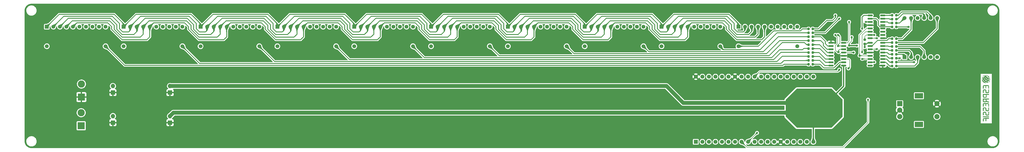
<source format=gbr>
G04 #@! TF.GenerationSoftware,KiCad,Pcbnew,(6.0.6)*
G04 #@! TF.CreationDate,2022-08-14T15:31:57+08:00*
G04 #@! TF.ProjectId,led_scroll,6c65645f-7363-4726-9f6c-6c2e6b696361,rev?*
G04 #@! TF.SameCoordinates,Original*
G04 #@! TF.FileFunction,Copper,L2,Bot*
G04 #@! TF.FilePolarity,Positive*
%FSLAX46Y46*%
G04 Gerber Fmt 4.6, Leading zero omitted, Abs format (unit mm)*
G04 Created by KiCad (PCBNEW (6.0.6)) date 2022-08-14 15:31:57*
%MOMM*%
%LPD*%
G01*
G04 APERTURE LIST*
G04 Aperture macros list*
%AMRoundRect*
0 Rectangle with rounded corners*
0 $1 Rounding radius*
0 $2 $3 $4 $5 $6 $7 $8 $9 X,Y pos of 4 corners*
0 Add a 4 corners polygon primitive as box body*
4,1,4,$2,$3,$4,$5,$6,$7,$8,$9,$2,$3,0*
0 Add four circle primitives for the rounded corners*
1,1,$1+$1,$2,$3*
1,1,$1+$1,$4,$5*
1,1,$1+$1,$6,$7*
1,1,$1+$1,$8,$9*
0 Add four rect primitives between the rounded corners*
20,1,$1+$1,$2,$3,$4,$5,0*
20,1,$1+$1,$4,$5,$6,$7,0*
20,1,$1+$1,$6,$7,$8,$9,0*
20,1,$1+$1,$8,$9,$2,$3,0*%
G04 Aperture macros list end*
G04 #@! TA.AperFunction,SMDPad,CuDef*
%ADD10RoundRect,0.200000X-0.275000X0.200000X-0.275000X-0.200000X0.275000X-0.200000X0.275000X0.200000X0*%
G04 #@! TD*
G04 #@! TA.AperFunction,SMDPad,CuDef*
%ADD11RoundRect,0.200000X0.200000X0.275000X-0.200000X0.275000X-0.200000X-0.275000X0.200000X-0.275000X0*%
G04 #@! TD*
G04 #@! TA.AperFunction,SMDPad,CuDef*
%ADD12RoundRect,0.200000X-0.200000X-0.275000X0.200000X-0.275000X0.200000X0.275000X-0.200000X0.275000X0*%
G04 #@! TD*
G04 #@! TA.AperFunction,ComponentPad*
%ADD13R,1.500000X1.500000*%
G04 #@! TD*
G04 #@! TA.AperFunction,ComponentPad*
%ADD14C,1.500000*%
G04 #@! TD*
G04 #@! TA.AperFunction,ComponentPad*
%ADD15C,1.560000*%
G04 #@! TD*
G04 #@! TA.AperFunction,ComponentPad*
%ADD16R,1.560000X1.560000*%
G04 #@! TD*
G04 #@! TA.AperFunction,ComponentPad*
%ADD17O,1.700000X1.700000*%
G04 #@! TD*
G04 #@! TA.AperFunction,ComponentPad*
%ADD18R,1.700000X1.700000*%
G04 #@! TD*
G04 #@! TA.AperFunction,ComponentPad*
%ADD19R,2.800000X2.800000*%
G04 #@! TD*
G04 #@! TA.AperFunction,ComponentPad*
%ADD20C,2.800000*%
G04 #@! TD*
G04 #@! TA.AperFunction,ComponentPad*
%ADD21R,2.000000X2.000000*%
G04 #@! TD*
G04 #@! TA.AperFunction,ComponentPad*
%ADD22C,2.000000*%
G04 #@! TD*
G04 #@! TA.AperFunction,ComponentPad*
%ADD23R,3.200000X2.000000*%
G04 #@! TD*
G04 #@! TA.AperFunction,SMDPad,CuDef*
%ADD24RoundRect,0.150000X0.825000X0.150000X-0.825000X0.150000X-0.825000X-0.150000X0.825000X-0.150000X0*%
G04 #@! TD*
G04 #@! TA.AperFunction,SMDPad,CuDef*
%ADD25RoundRect,0.150000X-0.825000X-0.150000X0.825000X-0.150000X0.825000X0.150000X-0.825000X0.150000X0*%
G04 #@! TD*
G04 #@! TA.AperFunction,ViaPad*
%ADD26C,0.800000*%
G04 #@! TD*
G04 #@! TA.AperFunction,Conductor*
%ADD27C,0.200000*%
G04 #@! TD*
G04 #@! TA.AperFunction,Conductor*
%ADD28C,0.350000*%
G04 #@! TD*
G04 #@! TA.AperFunction,Conductor*
%ADD29C,0.500000*%
G04 #@! TD*
G04 #@! TA.AperFunction,Conductor*
%ADD30C,1.500000*%
G04 #@! TD*
G04 APERTURE END LIST*
G36*
X428123520Y-220532786D02*
G01*
X428380959Y-220534389D01*
X428610175Y-220537016D01*
X428803321Y-220540521D01*
X428952548Y-220544756D01*
X429050009Y-220549575D01*
X429087855Y-220554828D01*
X429093547Y-220565295D01*
X429105558Y-220628831D01*
X429110343Y-220723487D01*
X429110343Y-220869658D01*
X428171081Y-220869658D01*
X428160035Y-221327715D01*
X428148988Y-221785772D01*
X428022989Y-221901154D01*
X427896991Y-222016537D01*
X427454754Y-222016537D01*
X427316727Y-222015714D01*
X427126027Y-222007473D01*
X426980522Y-221984165D01*
X426874121Y-221938311D01*
X426800729Y-221862434D01*
X426754253Y-221749053D01*
X426728600Y-221590692D01*
X426717676Y-221379872D01*
X426716466Y-221236577D01*
X427018975Y-221236577D01*
X427019040Y-221297474D01*
X427022800Y-221462206D01*
X427039050Y-221573748D01*
X427076974Y-221643100D01*
X427145757Y-221681261D01*
X427254585Y-221699229D01*
X427412641Y-221708004D01*
X427498674Y-221710774D01*
X427628193Y-221708367D01*
X427715924Y-221693782D01*
X427778539Y-221665062D01*
X427799142Y-221650950D01*
X427829002Y-221622163D01*
X427847569Y-221580251D01*
X427857519Y-221511631D01*
X427861527Y-221402719D01*
X427862268Y-221239929D01*
X427862268Y-220869658D01*
X427018975Y-220869658D01*
X427018975Y-221236577D01*
X426716466Y-221236577D01*
X426715389Y-221109115D01*
X426715389Y-220532340D01*
X427890378Y-220532340D01*
X428123520Y-220532786D01*
G37*
G36*
X429093477Y-229589313D02*
G01*
X426715389Y-229607041D01*
X426715389Y-229268861D01*
X429114039Y-229268861D01*
X429093477Y-229589313D01*
G37*
G36*
X429093477Y-230230216D02*
G01*
X428562202Y-230239505D01*
X428030927Y-230248795D01*
X428030927Y-231127986D01*
X427887567Y-231117613D01*
X427744207Y-231107241D01*
X427734766Y-230677161D01*
X427725326Y-230247081D01*
X427410012Y-230247081D01*
X427374711Y-230247205D01*
X427210937Y-230252822D01*
X427107270Y-230267331D01*
X427057859Y-230291471D01*
X427057448Y-230291989D01*
X427042074Y-230344608D01*
X427028579Y-230452747D01*
X427018048Y-230604762D01*
X427011564Y-230789014D01*
X427002109Y-231242168D01*
X426732255Y-231242168D01*
X426723857Y-230736192D01*
X426721939Y-230579494D01*
X426723860Y-230397638D01*
X426734020Y-230264123D01*
X426755307Y-230167611D01*
X426790610Y-230096759D01*
X426842820Y-230040226D01*
X426914826Y-229986673D01*
X426931963Y-229975297D01*
X426965246Y-229956020D01*
X427003691Y-229940950D01*
X427055085Y-229929569D01*
X427127215Y-229921360D01*
X427227871Y-229915805D01*
X427364839Y-229912385D01*
X427545907Y-229910584D01*
X427778863Y-229909883D01*
X428071495Y-229909764D01*
X429114039Y-229909764D01*
X429093477Y-230230216D01*
G37*
G36*
X429104131Y-228085901D02*
G01*
X429102535Y-228167768D01*
X429097677Y-228358917D01*
X429091270Y-228497687D01*
X429081956Y-228595235D01*
X429068376Y-228662716D01*
X429049170Y-228711287D01*
X429022980Y-228752103D01*
X428986497Y-228796420D01*
X428901816Y-228865866D01*
X428790986Y-228912606D01*
X428640414Y-228941389D01*
X428436505Y-228956963D01*
X428221569Y-228960347D01*
X428037550Y-228942422D01*
X427902373Y-228894601D01*
X427808214Y-228809512D01*
X427747250Y-228679783D01*
X427711657Y-228498039D01*
X427693610Y-228256909D01*
X427676744Y-227868994D01*
X427516518Y-227838042D01*
X427380386Y-227824247D01*
X427196066Y-227838042D01*
X427035841Y-227868994D01*
X427017171Y-228864080D01*
X426715389Y-228864080D01*
X426715389Y-228354185D01*
X426718699Y-228094660D01*
X426732544Y-227894686D01*
X426762929Y-227746574D01*
X426815861Y-227642634D01*
X426897344Y-227575177D01*
X427013385Y-227536514D01*
X427169987Y-227518955D01*
X427373158Y-227514811D01*
X427567540Y-227519408D01*
X427741355Y-227541102D01*
X427867178Y-227588315D01*
X427953335Y-227669376D01*
X428008153Y-227792614D01*
X428039958Y-227966358D01*
X428057075Y-228198935D01*
X428061832Y-228296175D01*
X428070100Y-228425668D01*
X428080892Y-228507857D01*
X428097599Y-228555658D01*
X428123613Y-228581990D01*
X428162326Y-228599772D01*
X428162354Y-228599782D01*
X428250345Y-228618568D01*
X428370415Y-228625438D01*
X428502701Y-228621693D01*
X428627336Y-228608631D01*
X428724457Y-228587551D01*
X428774197Y-228559754D01*
X428778975Y-228546477D01*
X428789584Y-228472403D01*
X428798187Y-228349771D01*
X428804000Y-228191962D01*
X428806241Y-228012354D01*
X428806757Y-227514811D01*
X429114785Y-227514811D01*
X429104131Y-228085901D01*
G37*
G36*
X428573546Y-222326032D02*
G01*
X428769878Y-222327102D01*
X428923144Y-222329066D01*
X429025213Y-222331872D01*
X429067955Y-222335471D01*
X429077013Y-222341723D01*
X429101290Y-222400836D01*
X429110343Y-222504589D01*
X429110343Y-222657440D01*
X428089679Y-222657440D01*
X428112431Y-222935727D01*
X428118127Y-223000193D01*
X428133472Y-223111363D01*
X428160281Y-223198981D01*
X428206390Y-223268180D01*
X428279636Y-223324091D01*
X428387855Y-223371848D01*
X428538883Y-223416583D01*
X428740558Y-223463429D01*
X429000715Y-223517517D01*
X429053470Y-223530184D01*
X429092540Y-223555539D01*
X429107760Y-223608951D01*
X429110343Y-223710115D01*
X429110343Y-223880405D01*
X428978088Y-223859257D01*
X428971074Y-223858130D01*
X428746668Y-223816508D01*
X428537954Y-223767721D01*
X428357767Y-223715478D01*
X428218939Y-223663486D01*
X428134305Y-223615455D01*
X428109888Y-223595217D01*
X428040802Y-223545670D01*
X428006477Y-223541384D01*
X427997195Y-223579835D01*
X427978522Y-223627318D01*
X427926190Y-223689463D01*
X427915936Y-223698259D01*
X427876016Y-223722545D01*
X427819423Y-223738615D01*
X427733466Y-223748087D01*
X427605451Y-223752583D01*
X427422688Y-223753722D01*
X427338892Y-223753564D01*
X427180670Y-223751307D01*
X427070698Y-223744937D01*
X426995442Y-223732638D01*
X426941372Y-223712599D01*
X426894954Y-223683006D01*
X426835120Y-223634421D01*
X426788101Y-223580324D01*
X426755598Y-223512894D01*
X426735269Y-223421318D01*
X426724770Y-223294781D01*
X426721757Y-223122467D01*
X426722852Y-223004877D01*
X427018975Y-223004877D01*
X427019059Y-223034384D01*
X427024494Y-223214023D01*
X427038103Y-223334872D01*
X427059453Y-223392792D01*
X427061948Y-223394961D01*
X427121034Y-223414370D01*
X427226549Y-223427205D01*
X427359565Y-223433468D01*
X427501152Y-223433158D01*
X427632382Y-223426276D01*
X427734327Y-223412820D01*
X427788058Y-223392792D01*
X427791486Y-223388642D01*
X427811782Y-223321692D01*
X427824276Y-223192391D01*
X427828537Y-223004877D01*
X427828537Y-222657440D01*
X427018975Y-222657440D01*
X427018975Y-223004877D01*
X426722852Y-223004877D01*
X426723888Y-222893562D01*
X426732255Y-222336989D01*
X427828537Y-222328488D01*
X427878911Y-222328097D01*
X428084211Y-222326771D01*
X428342280Y-222325905D01*
X428573546Y-222326032D01*
G37*
G36*
X426889626Y-213861501D02*
G01*
X426934538Y-213874270D01*
X426961416Y-213907093D01*
X426978311Y-213975681D01*
X426993275Y-214095744D01*
X427034178Y-214324388D01*
X427146391Y-214634180D01*
X427321486Y-214919727D01*
X427559601Y-215181296D01*
X427684739Y-215289049D01*
X427881448Y-215423340D01*
X428096656Y-215525027D01*
X428346354Y-215601130D01*
X428646531Y-215658673D01*
X428659120Y-215660637D01*
X428735621Y-215679562D01*
X428766979Y-215716646D01*
X428773025Y-215792939D01*
X428772197Y-215821880D01*
X428756446Y-215887806D01*
X428709749Y-215945276D01*
X428617913Y-216014571D01*
X428462800Y-216121292D01*
X428255296Y-216077466D01*
X428207234Y-216065516D01*
X428065076Y-216018961D01*
X427901870Y-215954382D01*
X427744207Y-215881954D01*
X427471290Y-215720196D01*
X427178810Y-215477805D01*
X426932470Y-215189897D01*
X426738843Y-214863132D01*
X426708195Y-214798086D01*
X426606673Y-214555244D01*
X426548675Y-214359386D01*
X426533485Y-214207442D01*
X426560389Y-214096340D01*
X426568875Y-214080548D01*
X426660358Y-213956122D01*
X426765600Y-213879208D01*
X426872102Y-213859309D01*
X426889626Y-213861501D01*
G37*
G36*
X428746499Y-213765122D02*
G01*
X428840489Y-213819724D01*
X428884491Y-213884264D01*
X428907952Y-213971517D01*
X428891522Y-214042950D01*
X428840489Y-214123310D01*
X428775949Y-214167313D01*
X428688696Y-214190773D01*
X428609411Y-214174295D01*
X428526999Y-214110203D01*
X428479879Y-214015809D01*
X428476487Y-213910571D01*
X428525265Y-213813947D01*
X428543635Y-213796692D01*
X428638418Y-213757277D01*
X428746499Y-213765122D01*
G37*
G36*
X429110290Y-219309565D02*
G01*
X429109719Y-219435979D01*
X429104159Y-219644952D01*
X429090393Y-219802872D01*
X429065641Y-219920616D01*
X429027125Y-220009060D01*
X428972064Y-220079081D01*
X428897679Y-220141555D01*
X428874507Y-220157188D01*
X428814170Y-220185003D01*
X428731954Y-220203485D01*
X428612668Y-220215354D01*
X428441121Y-220223332D01*
X428434636Y-220223551D01*
X428197612Y-220224944D01*
X428018316Y-220206099D01*
X427888358Y-220159337D01*
X427799349Y-220076977D01*
X427742900Y-219951342D01*
X427710621Y-219774749D01*
X427694123Y-219539521D01*
X427676744Y-219132473D01*
X427035841Y-219132473D01*
X427026506Y-219630016D01*
X427017171Y-220127560D01*
X426715389Y-220127560D01*
X426715389Y-219620500D01*
X426718520Y-219369845D01*
X426732305Y-219166886D01*
X426762758Y-219016192D01*
X426815890Y-218910096D01*
X426897711Y-218840927D01*
X427014231Y-218801016D01*
X427171461Y-218782693D01*
X427375410Y-218778290D01*
X427522863Y-218781098D01*
X427709979Y-218800732D01*
X427846679Y-218846186D01*
X427941271Y-218925671D01*
X428002063Y-219047399D01*
X428037362Y-219219581D01*
X428055479Y-219450429D01*
X428065408Y-219614274D01*
X428079469Y-219735736D01*
X428098855Y-219810484D01*
X428125452Y-219849273D01*
X428181999Y-219870499D01*
X428297797Y-219885949D01*
X428457834Y-219891437D01*
X428492350Y-219891367D01*
X428621027Y-219888337D01*
X428700480Y-219878546D01*
X428745740Y-219858872D01*
X428771838Y-219826191D01*
X428776070Y-219814822D01*
X428788223Y-219739453D01*
X428797954Y-219614449D01*
X428804415Y-219453330D01*
X428806757Y-219269618D01*
X428806757Y-218778290D01*
X429110343Y-218778290D01*
X429110290Y-219309565D01*
G37*
G36*
X429108439Y-226308901D02*
G01*
X429107592Y-226421513D01*
X429101682Y-226638449D01*
X429088289Y-226802582D01*
X429064988Y-226924065D01*
X429029355Y-227013053D01*
X428978966Y-227079701D01*
X428911397Y-227134160D01*
X428896074Y-227144236D01*
X428840919Y-227174318D01*
X428778247Y-227193820D01*
X428693077Y-227204981D01*
X428570426Y-227210037D01*
X428395313Y-227211225D01*
X428266930Y-227210075D01*
X428094206Y-227202354D01*
X427974395Y-227186601D01*
X427898506Y-227161923D01*
X427864227Y-227140943D01*
X427786467Y-227055482D01*
X427733496Y-226925180D01*
X427703235Y-226743365D01*
X427693610Y-226503363D01*
X427692072Y-226353954D01*
X427680877Y-226231915D01*
X427650448Y-226156529D01*
X427591219Y-226116575D01*
X427493622Y-226100832D01*
X427348091Y-226098077D01*
X427347486Y-226098077D01*
X427227310Y-226099851D01*
X427140848Y-226111559D01*
X427082298Y-226142788D01*
X427045855Y-226203125D01*
X427025715Y-226302157D01*
X427016074Y-226449470D01*
X427011129Y-226654651D01*
X427002109Y-227126896D01*
X426732255Y-227126896D01*
X426732255Y-225991231D01*
X426842415Y-225892862D01*
X426843469Y-225891921D01*
X426891379Y-225851204D01*
X426936412Y-225823782D01*
X426992637Y-225807026D01*
X427074122Y-225798311D01*
X427194934Y-225795009D01*
X427369141Y-225794492D01*
X427439165Y-225794602D01*
X427596779Y-225796706D01*
X427705600Y-225802986D01*
X427779408Y-225815392D01*
X427831983Y-225835875D01*
X427877104Y-225866385D01*
X427901139Y-225886303D01*
X427957740Y-225948097D01*
X427998173Y-226026169D01*
X428026218Y-226133312D01*
X428045660Y-226282322D01*
X428060280Y-226485992D01*
X428081525Y-226857042D01*
X428416054Y-226866764D01*
X428531569Y-226868982D01*
X428663369Y-226865951D01*
X428742611Y-226854243D01*
X428778154Y-226833032D01*
X428782391Y-226820475D01*
X428791655Y-226748365D01*
X428799174Y-226627477D01*
X428804263Y-226470979D01*
X428806241Y-226292035D01*
X428806757Y-225794492D01*
X429110343Y-225794492D01*
X429108439Y-226308901D01*
G37*
G36*
X427934670Y-213466192D02*
G01*
X428084750Y-213563118D01*
X428194537Y-213707030D01*
X428254620Y-213890463D01*
X428268623Y-213957706D01*
X428342406Y-214130350D01*
X428458697Y-214257445D01*
X428610267Y-214332784D01*
X428789891Y-214350161D01*
X428845709Y-214345035D01*
X428949986Y-214329514D01*
X429017609Y-214311416D01*
X429058584Y-214306496D01*
X429097042Y-214342556D01*
X429143362Y-214431709D01*
X429197712Y-214573818D01*
X429210650Y-214680264D01*
X429177660Y-214751737D01*
X429097700Y-214796551D01*
X429004268Y-214818651D01*
X428829773Y-214834335D01*
X428643977Y-214828325D01*
X428478640Y-214800422D01*
X428367718Y-214760000D01*
X428180828Y-214643796D01*
X428017222Y-214482817D01*
X427890338Y-214291533D01*
X427813615Y-214084413D01*
X427807447Y-214057675D01*
X427778334Y-213960872D01*
X427744125Y-213911344D01*
X427694593Y-213892612D01*
X427656166Y-213889237D01*
X427631080Y-213903576D01*
X427626417Y-213953263D01*
X427636511Y-214054050D01*
X427687102Y-214255860D01*
X427796994Y-214469323D01*
X427953288Y-214662325D01*
X428145074Y-214821621D01*
X428361443Y-214933971D01*
X428406926Y-214950250D01*
X428529910Y-214982919D01*
X428661289Y-214996517D01*
X428830102Y-214994815D01*
X429106435Y-214983469D01*
X429140060Y-215115977D01*
X429140801Y-215118919D01*
X429156240Y-215244014D01*
X429128878Y-215355725D01*
X429120206Y-215375647D01*
X429082593Y-215433867D01*
X429024429Y-215464305D01*
X428922259Y-215481203D01*
X428797841Y-215486957D01*
X428588746Y-215473074D01*
X428375860Y-215436924D01*
X428192740Y-215383022D01*
X427935274Y-215253983D01*
X427690936Y-215069996D01*
X427483932Y-214847238D01*
X427321794Y-214595495D01*
X427212053Y-214324553D01*
X427162243Y-214044197D01*
X427157051Y-213922404D01*
X427162682Y-213828656D01*
X427184457Y-213758189D01*
X427226546Y-213687899D01*
X427235868Y-213674557D01*
X427357371Y-213538286D01*
X427495291Y-213458281D01*
X427666912Y-213424192D01*
X427753707Y-213423720D01*
X427934670Y-213466192D01*
G37*
G36*
X427985285Y-224114134D02*
G01*
X428058338Y-224115028D01*
X428310778Y-224118538D01*
X428506112Y-224122451D01*
X428652625Y-224127442D01*
X428758601Y-224134189D01*
X428832324Y-224143365D01*
X428882078Y-224155648D01*
X428916147Y-224171712D01*
X428942815Y-224192234D01*
X429005989Y-224265011D01*
X429063033Y-224360893D01*
X429076535Y-224404142D01*
X429094209Y-224526212D01*
X429104976Y-224710564D01*
X429109022Y-224959631D01*
X429110343Y-225457174D01*
X428806757Y-225457174D01*
X428806757Y-224991676D01*
X428805267Y-224823538D01*
X428798262Y-224648943D01*
X428785334Y-224537180D01*
X428766279Y-224485700D01*
X428760487Y-224481192D01*
X428690323Y-224461394D01*
X428556399Y-224449312D01*
X428361498Y-224445222D01*
X427997195Y-224445222D01*
X427997195Y-225322247D01*
X427693610Y-225322247D01*
X427693610Y-224445222D01*
X427396659Y-224445222D01*
X427232273Y-224450087D01*
X427116844Y-224463943D01*
X427059453Y-224485700D01*
X427044962Y-224517330D01*
X427030389Y-224612458D01*
X427021794Y-224769724D01*
X427018975Y-224991676D01*
X427018975Y-225457174D01*
X426715389Y-225457174D01*
X426715515Y-224925900D01*
X426716246Y-224739617D01*
X426719429Y-224583319D01*
X426726299Y-224471860D01*
X426738090Y-224393273D01*
X426756034Y-224335587D01*
X426781366Y-224286834D01*
X426812580Y-224241529D01*
X426855413Y-224199275D01*
X426912775Y-224166712D01*
X426992225Y-224142755D01*
X427101319Y-224126322D01*
X427247615Y-224116327D01*
X427438670Y-224111687D01*
X427682041Y-224111317D01*
X427985285Y-224114134D01*
G37*
G36*
X428204926Y-213210433D02*
G01*
X428530443Y-213330476D01*
X428704566Y-213428202D01*
X428947425Y-213620401D01*
X429156367Y-213854601D01*
X429320223Y-214117540D01*
X429427822Y-214395954D01*
X429469471Y-214616672D01*
X429479934Y-214927077D01*
X429441439Y-215237453D01*
X429355566Y-215523177D01*
X429350429Y-215535314D01*
X429296416Y-215642007D01*
X429224293Y-215761411D01*
X429144267Y-215879206D01*
X429066545Y-215981074D01*
X429001332Y-216052695D01*
X428958836Y-216079751D01*
X428930980Y-216077122D01*
X428894555Y-216044229D01*
X428913879Y-215973999D01*
X428988898Y-215866827D01*
X428996578Y-215857384D01*
X429172948Y-215586962D01*
X429287271Y-215290784D01*
X429338136Y-214972468D01*
X429341411Y-214827411D01*
X429307518Y-214505810D01*
X429214074Y-214214727D01*
X429060000Y-213951410D01*
X428844216Y-213713106D01*
X428621428Y-213538331D01*
X428372410Y-213409581D01*
X428085778Y-213324987D01*
X428035440Y-213315275D01*
X427726895Y-213294643D01*
X427419007Y-213337727D01*
X427122222Y-213442162D01*
X426846986Y-213605582D01*
X426795471Y-213641918D01*
X426685866Y-213706612D01*
X426605696Y-213735464D01*
X426562791Y-213726474D01*
X426564978Y-213677641D01*
X426595841Y-213636288D01*
X426675934Y-213565676D01*
X426787567Y-213483704D01*
X426914960Y-213401107D01*
X427042331Y-213328622D01*
X427153902Y-213276984D01*
X427214756Y-213254802D01*
X427547553Y-213172614D01*
X427877453Y-213157818D01*
X428204926Y-213210433D01*
G37*
G36*
X426462407Y-214697510D02*
G01*
X426509504Y-214788419D01*
X426615568Y-215022039D01*
X426786132Y-215282012D01*
X427001497Y-215532013D01*
X427250318Y-215760483D01*
X427521252Y-215955862D01*
X427802955Y-216106588D01*
X427893920Y-216151765D01*
X427939704Y-216192401D01*
X427940992Y-216233988D01*
X427939193Y-216237954D01*
X427887292Y-216270991D01*
X427787716Y-216282875D01*
X427654970Y-216275228D01*
X427503556Y-216249674D01*
X427347978Y-216207838D01*
X427202738Y-216151342D01*
X427142606Y-216121297D01*
X426910478Y-215966623D01*
X426708967Y-215770693D01*
X426545118Y-215544691D01*
X426425978Y-215299800D01*
X426358596Y-215047204D01*
X426350017Y-214798086D01*
X426372616Y-214705536D01*
X426413506Y-214670080D01*
X426462407Y-214697510D01*
G37*
G36*
X427981914Y-217098166D02*
G01*
X428241182Y-217101868D01*
X428470570Y-217107459D01*
X428647718Y-217116350D01*
X428780618Y-217130325D01*
X428877263Y-217151163D01*
X428945644Y-217180649D01*
X428993753Y-217220562D01*
X429029582Y-217272687D01*
X429061124Y-217338804D01*
X429081616Y-217413284D01*
X429096696Y-217538824D01*
X429105670Y-217719067D01*
X429109022Y-217960295D01*
X429110343Y-218474704D01*
X428806757Y-218474704D01*
X428806757Y-217992340D01*
X428804903Y-217799164D01*
X428797726Y-217628469D01*
X428784928Y-217519571D01*
X428766279Y-217469498D01*
X428760487Y-217464990D01*
X428690323Y-217445192D01*
X428556399Y-217433110D01*
X428361498Y-217429020D01*
X427997195Y-217429020D01*
X427997195Y-218343656D01*
X427853835Y-218333284D01*
X427710475Y-218322911D01*
X427701063Y-217875966D01*
X427691651Y-217429020D01*
X427420559Y-217429020D01*
X427375416Y-217428974D01*
X427239548Y-217430611D01*
X427143468Y-217442330D01*
X427080294Y-217473692D01*
X427043141Y-217534257D01*
X427025126Y-217633587D01*
X427019365Y-217781241D01*
X427018975Y-217986781D01*
X427018975Y-218474704D01*
X426715389Y-218474704D01*
X426715389Y-217939985D01*
X426715461Y-217851472D01*
X426716738Y-217671791D01*
X426720730Y-217542686D01*
X426728870Y-217452088D01*
X426742593Y-217387928D01*
X426763331Y-217338138D01*
X426792519Y-217290649D01*
X426823939Y-217247462D01*
X426871453Y-217198438D01*
X426930891Y-217160655D01*
X427010180Y-217132830D01*
X427117249Y-217113680D01*
X427260029Y-217101922D01*
X427446447Y-217096272D01*
X427684432Y-217095448D01*
X427981914Y-217098166D01*
G37*
D10*
X380746000Y-201038000D03*
X380746000Y-199388000D03*
D11*
X360522000Y-208964000D03*
X358872000Y-208964000D03*
X360522000Y-207430216D03*
X358872000Y-207430216D03*
X360522000Y-205896439D03*
X358872000Y-205896439D03*
X360522000Y-204362662D03*
X358872000Y-204362662D03*
X360522000Y-202828885D03*
X358872000Y-202828885D03*
X360522000Y-201295108D03*
X358872000Y-201295108D03*
X360522000Y-199761331D03*
X358872000Y-199761331D03*
X360522000Y-198227554D03*
X358872000Y-198227554D03*
X360522000Y-196693777D03*
X358872000Y-196693777D03*
X360522000Y-195160000D03*
X358872000Y-195160000D03*
X393034000Y-194398000D03*
X391384000Y-194398000D03*
X393034000Y-189826000D03*
X391384000Y-189826000D03*
X393034000Y-191350000D03*
X391384000Y-191350000D03*
X393034000Y-192874000D03*
X391384000Y-192874000D03*
D12*
X391384000Y-209638000D03*
X393034000Y-209638000D03*
X391384000Y-208114000D03*
X393034000Y-208114000D03*
X391384000Y-206590000D03*
X393034000Y-206590000D03*
X391384000Y-205066000D03*
X393034000Y-205066000D03*
X391384000Y-203542000D03*
X393034000Y-203542000D03*
X391384000Y-202018000D03*
X393034000Y-202018000D03*
X391384000Y-200494000D03*
X393034000Y-200494000D03*
X391384000Y-198970000D03*
X393034000Y-198970000D03*
D13*
X241884000Y-194310000D03*
D14*
X244424000Y-194310000D03*
X246964000Y-194310000D03*
X249504000Y-194310000D03*
X252044000Y-194310000D03*
X254584000Y-194310000D03*
X257124000Y-194310000D03*
X259664000Y-194310000D03*
X262204000Y-194310000D03*
X264744000Y-194310000D03*
X264744000Y-201930000D03*
X241884000Y-201930000D03*
D13*
X301684000Y-194310000D03*
D14*
X304224000Y-194310000D03*
X306764000Y-194310000D03*
X309304000Y-194310000D03*
X311844000Y-194310000D03*
X314384000Y-194310000D03*
X316924000Y-194310000D03*
X319464000Y-194310000D03*
X322004000Y-194310000D03*
X324544000Y-194310000D03*
X324544000Y-201930000D03*
X301684000Y-201930000D03*
X396240000Y-190905000D03*
X398780000Y-190905000D03*
X401320000Y-190905000D03*
X403860000Y-190905000D03*
X406400000Y-190905000D03*
X408940000Y-190905000D03*
X408940000Y-206145000D03*
X406400000Y-206145000D03*
X403860000Y-206145000D03*
X401320000Y-206145000D03*
X398780000Y-206145000D03*
D13*
X396240000Y-206145000D03*
X122284000Y-194310000D03*
D14*
X124824000Y-194310000D03*
X127364000Y-194310000D03*
X129904000Y-194310000D03*
X132444000Y-194310000D03*
X134984000Y-194310000D03*
X137524000Y-194310000D03*
X140064000Y-194310000D03*
X142604000Y-194310000D03*
X145144000Y-194310000D03*
X145144000Y-201930000D03*
X122284000Y-201930000D03*
D13*
X152184000Y-194310000D03*
D14*
X154724000Y-194310000D03*
X157264000Y-194310000D03*
X159804000Y-194310000D03*
X162344000Y-194310000D03*
X164884000Y-194310000D03*
X167424000Y-194310000D03*
X169964000Y-194310000D03*
X172504000Y-194310000D03*
X175044000Y-194310000D03*
X175044000Y-201930000D03*
X152184000Y-201930000D03*
D15*
X360732000Y-213794500D03*
X358192000Y-213794500D03*
X355652000Y-213794500D03*
X353112000Y-213794500D03*
X350572000Y-213794500D03*
X348032000Y-213794500D03*
X345492000Y-213794500D03*
X342952000Y-213794500D03*
X340412000Y-213794500D03*
X337872000Y-213794500D03*
X335332000Y-213794500D03*
X332792000Y-213794500D03*
X330252000Y-213794500D03*
X327712000Y-213794500D03*
X325172000Y-213794500D03*
X322632000Y-213794500D03*
X320092000Y-213794500D03*
X317552000Y-213794500D03*
X315012000Y-213794500D03*
X360732000Y-239194500D03*
X358192000Y-239194500D03*
X355652000Y-239194500D03*
X353112000Y-239194500D03*
X350572000Y-239194500D03*
X348032000Y-239194500D03*
X345492000Y-239194500D03*
X342952000Y-239194500D03*
X340412000Y-239194500D03*
X337872000Y-239194500D03*
X335332000Y-239194500D03*
X332792000Y-239194500D03*
X330252000Y-239194500D03*
X327712000Y-239194500D03*
X325172000Y-239194500D03*
X322632000Y-239194500D03*
X320092000Y-239194500D03*
X317552000Y-239194500D03*
D16*
X315012000Y-239194500D03*
D17*
X88199000Y-229158000D03*
D18*
X88199000Y-231698000D03*
X110429000Y-231698000D03*
D17*
X110429000Y-229158000D03*
D13*
X92384000Y-194310000D03*
D14*
X94924000Y-194310000D03*
X97464000Y-194310000D03*
X100004000Y-194310000D03*
X102544000Y-194310000D03*
X105084000Y-194310000D03*
X107624000Y-194310000D03*
X110164000Y-194310000D03*
X112704000Y-194310000D03*
X115244000Y-194310000D03*
X115244000Y-201930000D03*
X92384000Y-201930000D03*
D13*
X211984000Y-194310000D03*
D14*
X214524000Y-194310000D03*
X217064000Y-194310000D03*
X219604000Y-194310000D03*
X222144000Y-194310000D03*
X224684000Y-194310000D03*
X227224000Y-194310000D03*
X229764000Y-194310000D03*
X232304000Y-194310000D03*
X234844000Y-194310000D03*
X234844000Y-201930000D03*
X211984000Y-201930000D03*
D19*
X75946000Y-221742000D03*
D20*
X75946000Y-216662000D03*
D13*
X271784000Y-194310000D03*
D14*
X274324000Y-194310000D03*
X276864000Y-194310000D03*
X279404000Y-194310000D03*
X281944000Y-194310000D03*
X284484000Y-194310000D03*
X287024000Y-194310000D03*
X289564000Y-194310000D03*
X292104000Y-194310000D03*
X294644000Y-194310000D03*
X294644000Y-201930000D03*
X271784000Y-201930000D03*
D13*
X62484000Y-194310000D03*
D14*
X65024000Y-194310000D03*
X67564000Y-194310000D03*
X70104000Y-194310000D03*
X72644000Y-194310000D03*
X75184000Y-194310000D03*
X77724000Y-194310000D03*
X80264000Y-194310000D03*
X82804000Y-194310000D03*
X85344000Y-194310000D03*
X85344000Y-201930000D03*
X62484000Y-201930000D03*
D17*
X88199000Y-217449000D03*
D18*
X88199000Y-219989000D03*
X110429000Y-219989000D03*
D17*
X110429000Y-217449000D03*
D21*
X394324000Y-224322000D03*
D22*
X394324000Y-229322000D03*
X394324000Y-226822000D03*
D23*
X401824000Y-232422000D03*
X401824000Y-221222000D03*
D22*
X408824000Y-229322000D03*
X408824000Y-224322000D03*
D13*
X182084000Y-194310000D03*
D14*
X184624000Y-194310000D03*
X187164000Y-194310000D03*
X189704000Y-194310000D03*
X192244000Y-194310000D03*
X194784000Y-194310000D03*
X197324000Y-194310000D03*
X199864000Y-194310000D03*
X202404000Y-194310000D03*
X204944000Y-194310000D03*
X204944000Y-201930000D03*
X182084000Y-201930000D03*
D19*
X75846000Y-232918000D03*
D20*
X75846000Y-227838000D03*
D13*
X331584000Y-194310000D03*
D14*
X334124000Y-194310000D03*
X336664000Y-194310000D03*
X339204000Y-194310000D03*
X341744000Y-194310000D03*
X344284000Y-194310000D03*
X346824000Y-194310000D03*
X349364000Y-194310000D03*
X351904000Y-194310000D03*
X354444000Y-194310000D03*
X354444000Y-201930000D03*
X331584000Y-201930000D03*
D24*
X382843000Y-200533000D03*
X382843000Y-201803000D03*
X382843000Y-203073000D03*
X382843000Y-204343000D03*
X382843000Y-205613000D03*
X382843000Y-206883000D03*
X382843000Y-208153000D03*
X382843000Y-209423000D03*
X387793000Y-209423000D03*
X387793000Y-208153000D03*
X387793000Y-206883000D03*
X387793000Y-205613000D03*
X387793000Y-204343000D03*
X387793000Y-203073000D03*
X387793000Y-201803000D03*
X387793000Y-200533000D03*
D25*
X372553000Y-209423000D03*
X372553000Y-208153000D03*
X372553000Y-206883000D03*
X372553000Y-205613000D03*
X372553000Y-204343000D03*
X372553000Y-203073000D03*
X372553000Y-201803000D03*
X372553000Y-200533000D03*
X367603000Y-200533000D03*
X367603000Y-201803000D03*
X367603000Y-203073000D03*
X367603000Y-204343000D03*
X367603000Y-205613000D03*
X367603000Y-206883000D03*
X367603000Y-208153000D03*
X367603000Y-209423000D03*
D24*
X382843000Y-189865000D03*
X382843000Y-191135000D03*
X382843000Y-192405000D03*
X382843000Y-193675000D03*
X382843000Y-194945000D03*
X382843000Y-196215000D03*
X382843000Y-197485000D03*
X382843000Y-198755000D03*
X387793000Y-198755000D03*
X387793000Y-197485000D03*
X387793000Y-196215000D03*
X387793000Y-194945000D03*
X387793000Y-193675000D03*
X387793000Y-192405000D03*
X387793000Y-191135000D03*
X387793000Y-189865000D03*
D26*
X390304000Y-196811000D03*
X393225000Y-196811000D03*
X391764500Y-196811000D03*
X310167000Y-202907000D03*
X313088000Y-202907000D03*
X314548500Y-202907000D03*
X316009000Y-202907000D03*
X311627500Y-202907000D03*
X280830000Y-203288000D03*
X283751000Y-203288000D03*
X285211500Y-203288000D03*
X286672000Y-203288000D03*
X282290500Y-203288000D03*
X250350000Y-204050000D03*
X253271000Y-204050000D03*
X254731500Y-204050000D03*
X256192000Y-204050000D03*
X251810500Y-204050000D03*
X221902000Y-204558000D03*
X224823000Y-204558000D03*
X226283500Y-204558000D03*
X227744000Y-204558000D03*
X223362500Y-204558000D03*
X191168000Y-205193000D03*
X194089000Y-205193000D03*
X195549500Y-205193000D03*
X197010000Y-205193000D03*
X192628500Y-205193000D03*
X162847000Y-205193000D03*
X165768000Y-205193000D03*
X167228500Y-205193000D03*
X168689000Y-205193000D03*
X164307500Y-205193000D03*
X131605000Y-205193000D03*
X134526000Y-205193000D03*
X135986500Y-205193000D03*
X137447000Y-205193000D03*
X133065500Y-205193000D03*
X101252000Y-205193000D03*
X104173000Y-205193000D03*
X105633500Y-205193000D03*
X107094000Y-205193000D03*
X102712500Y-205193000D03*
X71026000Y-198462000D03*
X73947000Y-198462000D03*
X75407500Y-198462000D03*
X76868000Y-198462000D03*
X72486500Y-198462000D03*
X268130000Y-213067000D03*
X271051000Y-213067000D03*
X272511500Y-213067000D03*
X273972000Y-213067000D03*
X269590500Y-213067000D03*
X268130000Y-223481000D03*
X271051000Y-223481000D03*
X272511500Y-223481000D03*
X273972000Y-223481000D03*
X269590500Y-223481000D03*
X268130000Y-234149000D03*
X271051000Y-234149000D03*
X272511500Y-234149000D03*
X273972000Y-234149000D03*
X269590500Y-234149000D03*
X318930000Y-234149000D03*
X321851000Y-234149000D03*
X323311500Y-234149000D03*
X324772000Y-234149000D03*
X320390500Y-234149000D03*
X326169000Y-219417000D03*
X329090000Y-219417000D03*
X330550500Y-219417000D03*
X332011000Y-219417000D03*
X327629500Y-219417000D03*
X397416000Y-228434000D03*
X397416000Y-225513000D03*
X397416000Y-224052500D03*
X397416000Y-222592000D03*
X397416000Y-226973500D03*
X365031000Y-238340000D03*
X367952000Y-238340000D03*
X369412500Y-238340000D03*
X370873000Y-238340000D03*
X366491500Y-238340000D03*
X372143000Y-231736000D03*
X375064000Y-231736000D03*
X376524500Y-231736000D03*
X377985000Y-231736000D03*
X373603500Y-231736000D03*
X374175000Y-226910000D03*
X377096000Y-226910000D03*
X378556500Y-226910000D03*
X380017000Y-226910000D03*
X375635500Y-226910000D03*
X393987000Y-215480000D03*
X391066000Y-215480000D03*
X389605500Y-215480000D03*
X388145000Y-215480000D03*
X392526500Y-215480000D03*
X403766000Y-198335000D03*
X400845000Y-198335000D03*
X399384500Y-198335000D03*
X397924000Y-198335000D03*
X402305500Y-198335000D03*
X416339000Y-199351000D03*
X416339000Y-196430000D03*
X416339000Y-194969500D03*
X416339000Y-193509000D03*
X416339000Y-197890500D03*
X416339000Y-187286000D03*
X419260000Y-187286000D03*
X420720500Y-187286000D03*
X422181000Y-187286000D03*
X417799500Y-187286000D03*
X397543000Y-187286000D03*
X400464000Y-187286000D03*
X401924500Y-187286000D03*
X403385000Y-187286000D03*
X399003500Y-187286000D03*
X379255000Y-187286000D03*
X377794500Y-187286000D03*
X376334000Y-187286000D03*
X374873500Y-187286000D03*
X373413000Y-187286000D03*
X370111000Y-195160000D03*
X370111000Y-193763000D03*
X394368000Y-206590000D03*
X397797000Y-194398000D03*
X399956000Y-208114000D03*
X384810000Y-194564000D03*
X369316000Y-200533000D03*
X384810000Y-195834000D03*
X369316000Y-198755000D03*
X376174000Y-192024000D03*
X376174000Y-193548000D03*
X375666000Y-203454000D03*
X384810000Y-192786000D03*
X369316000Y-189865000D03*
X370840000Y-191135000D03*
X382016000Y-222758000D03*
X381127000Y-192405000D03*
X379730000Y-204216000D03*
X338836000Y-235712000D03*
X379730000Y-206883000D03*
X378714000Y-205613000D03*
X374396000Y-210566000D03*
X370840000Y-211074000D03*
X369316000Y-197485000D03*
X370586000Y-204216000D03*
X376428000Y-204343000D03*
X385478000Y-203034000D03*
X385478000Y-198755000D03*
X374650000Y-201676000D03*
X367792000Y-219964000D03*
X380746000Y-202272000D03*
X377698000Y-201676000D03*
X371094000Y-222758000D03*
X375666000Y-198374000D03*
X379730000Y-195072000D03*
X374650000Y-192405000D03*
X384462000Y-208114000D03*
X384462000Y-197485000D03*
X370332000Y-197485000D03*
X370332000Y-201803000D03*
D27*
X382843000Y-198755000D02*
X385478000Y-198755000D01*
X385478000Y-203034000D02*
X385439000Y-203073000D01*
X385439000Y-203073000D02*
X382843000Y-203073000D01*
D28*
X393034000Y-206590000D02*
X394368000Y-206590000D01*
X370961000Y-208153000D02*
X372553000Y-208153000D01*
X364777000Y-210400000D02*
X368714000Y-210400000D01*
X363341000Y-208964000D02*
X364777000Y-210400000D01*
X360522000Y-208964000D02*
X363341000Y-208964000D01*
X368714000Y-210400000D02*
X370961000Y-208153000D01*
X360522000Y-207430216D02*
X363204216Y-207430216D01*
X363204216Y-207430216D02*
X365197000Y-209423000D01*
X365197000Y-209423000D02*
X367603000Y-209423000D01*
X365451000Y-208153000D02*
X367603000Y-208153000D01*
X363194439Y-205896439D02*
X365451000Y-208153000D01*
X360522000Y-205896439D02*
X363194439Y-205896439D01*
X362930662Y-204362662D02*
X365451000Y-206883000D01*
X360522000Y-204362662D02*
X362930662Y-204362662D01*
X365451000Y-206883000D02*
X367603000Y-206883000D01*
X366086000Y-205613000D02*
X367603000Y-205613000D01*
X360522000Y-202828885D02*
X363301885Y-202828885D01*
X363301885Y-202828885D02*
X366086000Y-205613000D01*
X366213000Y-204343000D02*
X367603000Y-204343000D01*
X363165108Y-201295108D02*
X366213000Y-204343000D01*
X360522000Y-201295108D02*
X363165108Y-201295108D01*
X366086000Y-203073000D02*
X367603000Y-203073000D01*
X364650000Y-201637000D02*
X366086000Y-203073000D01*
X364650000Y-200748000D02*
X364650000Y-201637000D01*
X360522000Y-199761331D02*
X363663331Y-199761331D01*
X363663331Y-199761331D02*
X364650000Y-200748000D01*
X365412000Y-200875000D02*
X366340000Y-201803000D01*
X363653554Y-198227554D02*
X365412000Y-199986000D01*
X365412000Y-199986000D02*
X365412000Y-200875000D01*
X360522000Y-198227554D02*
X363653554Y-198227554D01*
X366340000Y-201803000D02*
X367603000Y-201803000D01*
X365281223Y-196693777D02*
X370840000Y-191135000D01*
X360522000Y-196693777D02*
X365281223Y-196693777D01*
X362681000Y-195160000D02*
X360522000Y-195160000D01*
X92798000Y-209384000D02*
X348902000Y-209384000D01*
X85344000Y-201930000D02*
X92798000Y-209384000D01*
X348902000Y-209384000D02*
X349322000Y-208964000D01*
X349322000Y-208964000D02*
X358872000Y-208964000D01*
X348140000Y-208622000D02*
X349283000Y-207479000D01*
X121936000Y-208622000D02*
X348140000Y-208622000D01*
X349283000Y-207479000D02*
X358823216Y-207479000D01*
X358823216Y-207479000D02*
X358872000Y-207430216D01*
X115244000Y-201930000D02*
X121936000Y-208622000D01*
X358803561Y-205828000D02*
X358872000Y-205896439D01*
X348648000Y-205828000D02*
X358803561Y-205828000D01*
X346616000Y-207860000D02*
X348648000Y-205828000D01*
X151074000Y-207860000D02*
X346616000Y-207860000D01*
X145144000Y-201930000D02*
X151074000Y-207860000D01*
X348140000Y-204304000D02*
X358813338Y-204304000D01*
X345346000Y-207098000D02*
X348140000Y-204304000D01*
X180212000Y-207098000D02*
X345346000Y-207098000D01*
X358813338Y-204304000D02*
X358872000Y-204362662D01*
X175044000Y-201930000D02*
X180212000Y-207098000D01*
X358823115Y-202780000D02*
X358872000Y-202828885D01*
X357030000Y-202780000D02*
X358823115Y-202780000D01*
X356522000Y-203288000D02*
X357030000Y-202780000D01*
X209350000Y-206336000D02*
X344584000Y-206336000D01*
X347632000Y-203288000D02*
X356522000Y-203288000D01*
X204944000Y-201930000D02*
X209350000Y-206336000D01*
X344584000Y-206336000D02*
X347632000Y-203288000D01*
X348648000Y-200494000D02*
X357284000Y-200494000D01*
X343568000Y-205574000D02*
X348648000Y-200494000D01*
X358085108Y-201295108D02*
X358872000Y-201295108D01*
X234844000Y-201930000D02*
X238488000Y-205574000D01*
X238488000Y-205574000D02*
X343568000Y-205574000D01*
X357284000Y-200494000D02*
X358085108Y-201295108D01*
X347632000Y-199732000D02*
X358842669Y-199732000D01*
X267626000Y-204812000D02*
X342552000Y-204812000D01*
X342552000Y-204812000D02*
X347632000Y-199732000D01*
X264744000Y-201930000D02*
X267626000Y-204812000D01*
X358842669Y-199732000D02*
X358872000Y-199761331D01*
X358852446Y-198208000D02*
X358872000Y-198227554D01*
X341282000Y-204050000D02*
X347124000Y-198208000D01*
X347124000Y-198208000D02*
X358852446Y-198208000D01*
X296764000Y-204050000D02*
X341282000Y-204050000D01*
X294644000Y-201930000D02*
X296764000Y-204050000D01*
X346616000Y-196684000D02*
X358862223Y-196684000D01*
X340012000Y-203288000D02*
X346616000Y-196684000D01*
X325902000Y-203288000D02*
X340012000Y-203288000D01*
X358862223Y-196684000D02*
X358872000Y-196693777D01*
X324544000Y-201930000D02*
X325902000Y-203288000D01*
X355760000Y-195922000D02*
X356522000Y-195160000D01*
X345346000Y-195922000D02*
X355760000Y-195922000D01*
X339338000Y-201930000D02*
X345346000Y-195922000D01*
X356522000Y-195160000D02*
X358872000Y-195160000D01*
X331584000Y-201930000D02*
X339338000Y-201930000D01*
X369316000Y-190748000D02*
X369316000Y-189865000D01*
X365983000Y-191858000D02*
X368206000Y-191858000D01*
X368206000Y-191858000D02*
X369316000Y-190748000D01*
X362681000Y-195160000D02*
X365983000Y-191858000D01*
X393034000Y-194398000D02*
X397797000Y-194398000D01*
X393034000Y-208114000D02*
X399956000Y-208114000D01*
X401320000Y-208401000D02*
X401320000Y-206145000D01*
X400083000Y-209638000D02*
X401320000Y-208401000D01*
X393034000Y-209638000D02*
X400083000Y-209638000D01*
X393034000Y-205066000D02*
X396019000Y-205066000D01*
X396019000Y-205066000D02*
X396240000Y-205287000D01*
X396240000Y-205287000D02*
X396240000Y-206145000D01*
X398780000Y-204271000D02*
X398780000Y-206145000D01*
X393034000Y-203542000D02*
X398051000Y-203542000D01*
X398051000Y-203542000D02*
X398780000Y-204271000D01*
X403860000Y-203636000D02*
X403860000Y-206145000D01*
X402242000Y-202018000D02*
X403860000Y-203636000D01*
X393034000Y-202018000D02*
X402242000Y-202018000D01*
X408940000Y-195066000D02*
X408940000Y-190905000D01*
X403512000Y-200494000D02*
X408940000Y-195066000D01*
X393034000Y-200494000D02*
X403512000Y-200494000D01*
X398780000Y-195447000D02*
X398780000Y-190905000D01*
X395257000Y-198970000D02*
X398780000Y-195447000D01*
X393034000Y-198970000D02*
X395257000Y-198970000D01*
X394271000Y-192874000D02*
X396240000Y-190905000D01*
X393034000Y-192874000D02*
X394271000Y-192874000D01*
X406400000Y-189920000D02*
X406400000Y-190905000D01*
X395130000Y-188556000D02*
X405036000Y-188556000D01*
X393860000Y-189826000D02*
X395130000Y-188556000D01*
X393034000Y-189826000D02*
X393860000Y-189826000D01*
X405036000Y-188556000D02*
X406400000Y-189920000D01*
X403258000Y-189191000D02*
X403860000Y-189793000D01*
X395638000Y-189191000D02*
X403258000Y-189191000D01*
X393479000Y-191350000D02*
X395638000Y-189191000D01*
X393034000Y-191350000D02*
X393479000Y-191350000D01*
X403860000Y-189793000D02*
X403860000Y-190905000D01*
X390431000Y-209638000D02*
X391384000Y-209638000D01*
X387793000Y-208153000D02*
X388946000Y-208153000D01*
X388946000Y-208153000D02*
X390431000Y-209638000D01*
X389200000Y-206883000D02*
X390431000Y-208114000D01*
X390431000Y-208114000D02*
X391384000Y-208114000D01*
X387793000Y-206883000D02*
X389200000Y-206883000D01*
X389200000Y-205613000D02*
X390177000Y-206590000D01*
X390177000Y-206590000D02*
X391384000Y-206590000D01*
X387793000Y-205613000D02*
X389200000Y-205613000D01*
X390177000Y-205066000D02*
X391384000Y-205066000D01*
X387793000Y-204343000D02*
X389454000Y-204343000D01*
X389454000Y-204343000D02*
X390177000Y-205066000D01*
X390177000Y-203542000D02*
X391384000Y-203542000D01*
X389708000Y-203073000D02*
X390177000Y-203542000D01*
X387793000Y-203073000D02*
X389708000Y-203073000D01*
X390050000Y-202018000D02*
X391384000Y-202018000D01*
X389835000Y-201803000D02*
X390050000Y-202018000D01*
X387793000Y-201803000D02*
X389835000Y-201803000D01*
X387832000Y-200494000D02*
X387793000Y-200533000D01*
X391384000Y-200494000D02*
X387832000Y-200494000D01*
X389415000Y-199605000D02*
X390050000Y-198970000D01*
X383534000Y-201803000D02*
X385732000Y-199605000D01*
X390050000Y-198970000D02*
X391384000Y-198970000D01*
X382843000Y-201803000D02*
X383534000Y-201803000D01*
X385732000Y-199605000D02*
X389415000Y-199605000D01*
D27*
X380746000Y-198114000D02*
X380746000Y-199388000D01*
X381375000Y-197485000D02*
X380746000Y-198114000D01*
X384462000Y-197485000D02*
X381375000Y-197485000D01*
X384423000Y-208153000D02*
X382843000Y-208153000D01*
X384462000Y-208114000D02*
X384423000Y-208153000D01*
D28*
X380746000Y-202272000D02*
X380746000Y-201038000D01*
X382010000Y-200533000D02*
X382843000Y-200533000D01*
X381505000Y-201038000D02*
X382010000Y-200533000D01*
X380746000Y-201038000D02*
X381505000Y-201038000D01*
X391306000Y-194320000D02*
X391384000Y-194398000D01*
X386670000Y-194320000D02*
X391306000Y-194320000D01*
X386080000Y-192024000D02*
X386080000Y-193730000D01*
X382843000Y-191135000D02*
X385191000Y-191135000D01*
X385191000Y-191135000D02*
X386080000Y-192024000D01*
X386080000Y-193730000D02*
X386670000Y-194320000D01*
X390050000Y-192874000D02*
X391384000Y-192874000D01*
X389581000Y-192405000D02*
X390050000Y-192874000D01*
X387793000Y-192405000D02*
X389581000Y-192405000D01*
X390431000Y-191350000D02*
X391384000Y-191350000D01*
X390216000Y-191135000D02*
X390431000Y-191350000D01*
X387793000Y-191135000D02*
X390216000Y-191135000D01*
X387793000Y-189865000D02*
X391345000Y-189865000D01*
X391345000Y-189865000D02*
X391384000Y-189826000D01*
D27*
X339869500Y-211797000D02*
X337872000Y-213794500D01*
X370840000Y-211074000D02*
X370117000Y-211797000D01*
X370117000Y-211797000D02*
X339869500Y-211797000D01*
D29*
X369316000Y-198755000D02*
X369316000Y-200533000D01*
X367603000Y-200533000D02*
X369316000Y-200533000D01*
D28*
X88714000Y-189484000D02*
X67310000Y-189484000D01*
X301684000Y-193154000D02*
X298014000Y-189484000D01*
X241884000Y-194310000D02*
X241884000Y-193154000D01*
X186910000Y-189484000D02*
X182084000Y-194310000D01*
X238214000Y-189484000D02*
X216810000Y-189484000D01*
X118614000Y-189484000D02*
X97210000Y-189484000D01*
X92384000Y-193154000D02*
X88714000Y-189484000D01*
X271784000Y-194310000D02*
X271784000Y-193154000D01*
X157010000Y-189484000D02*
X152184000Y-194310000D01*
X331584000Y-194310000D02*
X331584000Y-193154000D01*
X182084000Y-194310000D02*
X182084000Y-193154000D01*
X327914000Y-189484000D02*
X306510000Y-189484000D01*
X276610000Y-189484000D02*
X271784000Y-194310000D01*
X92384000Y-194310000D02*
X92384000Y-193154000D01*
X216810000Y-189484000D02*
X211984000Y-194310000D01*
X211984000Y-193154000D02*
X208314000Y-189484000D01*
X246710000Y-189484000D02*
X241884000Y-194310000D01*
X306510000Y-189484000D02*
X301684000Y-194310000D01*
X122284000Y-193154000D02*
X118614000Y-189484000D01*
X211984000Y-194310000D02*
X211984000Y-193154000D01*
X241884000Y-193154000D02*
X238214000Y-189484000D01*
X67310000Y-189484000D02*
X62484000Y-194310000D01*
X301684000Y-194310000D02*
X301684000Y-193154000D01*
X97210000Y-189484000D02*
X92384000Y-194310000D01*
X122284000Y-194310000D02*
X122284000Y-193154000D01*
X178414000Y-189484000D02*
X157010000Y-189484000D01*
X148514000Y-189484000D02*
X127110000Y-189484000D01*
X298014000Y-189484000D02*
X276610000Y-189484000D01*
X152184000Y-193154000D02*
X148514000Y-189484000D01*
X271784000Y-193154000D02*
X268114000Y-189484000D01*
X127110000Y-189484000D02*
X122284000Y-194310000D01*
X182084000Y-193154000D02*
X178414000Y-189484000D01*
X331584000Y-193154000D02*
X327914000Y-189484000D01*
X152184000Y-194310000D02*
X152184000Y-193154000D01*
X208314000Y-189484000D02*
X186910000Y-189484000D01*
X268114000Y-189484000D02*
X246710000Y-189484000D01*
X334124000Y-195720000D02*
X333502000Y-196342000D01*
X121916000Y-196342000D02*
X120646000Y-195072000D01*
X150546000Y-195072000D02*
X150546000Y-193040000D01*
X329946000Y-195072000D02*
X329946000Y-193040000D01*
X304224000Y-194310000D02*
X304224000Y-195720000D01*
X303602000Y-196342000D02*
X301316000Y-196342000D01*
X334124000Y-194310000D02*
X334124000Y-195720000D01*
X90746000Y-195072000D02*
X90746000Y-193040000D01*
X181716000Y-196342000D02*
X180446000Y-195072000D01*
X151816000Y-196342000D02*
X150546000Y-195072000D01*
X274324000Y-194310000D02*
X274324000Y-195720000D01*
X120646000Y-195072000D02*
X120646000Y-193040000D01*
X248488000Y-190246000D02*
X244424000Y-194310000D01*
X90746000Y-193040000D02*
X87952000Y-190246000D01*
X300046000Y-193040000D02*
X297252000Y-190246000D01*
X271416000Y-196342000D02*
X270146000Y-195072000D01*
X218588000Y-190246000D02*
X214524000Y-194310000D01*
X94924000Y-195720000D02*
X94302000Y-196342000D01*
X244424000Y-194310000D02*
X244424000Y-195720000D01*
X124824000Y-194310000D02*
X124824000Y-195720000D01*
X69088000Y-190246000D02*
X65024000Y-194310000D01*
X333502000Y-196342000D02*
X331216000Y-196342000D01*
X184002000Y-196342000D02*
X181716000Y-196342000D01*
X87952000Y-190246000D02*
X69088000Y-190246000D01*
X94302000Y-196342000D02*
X92016000Y-196342000D01*
X270146000Y-193040000D02*
X267352000Y-190246000D01*
X241516000Y-196342000D02*
X240246000Y-195072000D01*
X278388000Y-190246000D02*
X274324000Y-194310000D01*
X207552000Y-190246000D02*
X188688000Y-190246000D01*
X154102000Y-196342000D02*
X151816000Y-196342000D01*
X240246000Y-195072000D02*
X240246000Y-193040000D01*
X92016000Y-196342000D02*
X90746000Y-195072000D01*
X213902000Y-196342000D02*
X211616000Y-196342000D01*
X308288000Y-190246000D02*
X304224000Y-194310000D01*
X150546000Y-193040000D02*
X147752000Y-190246000D01*
X237452000Y-190246000D02*
X218588000Y-190246000D01*
X327152000Y-190246000D02*
X308288000Y-190246000D01*
X329946000Y-193040000D02*
X327152000Y-190246000D01*
X117852000Y-190246000D02*
X98988000Y-190246000D01*
X154724000Y-195720000D02*
X154102000Y-196342000D01*
X244424000Y-195720000D02*
X243802000Y-196342000D01*
X158788000Y-190246000D02*
X154724000Y-194310000D01*
X124824000Y-195720000D02*
X124202000Y-196342000D01*
X210346000Y-193040000D02*
X207552000Y-190246000D01*
X297252000Y-190246000D02*
X278388000Y-190246000D01*
X331216000Y-196342000D02*
X329946000Y-195072000D01*
X300046000Y-195072000D02*
X300046000Y-193040000D01*
X243802000Y-196342000D02*
X241516000Y-196342000D01*
X184624000Y-194310000D02*
X184624000Y-195720000D01*
X147752000Y-190246000D02*
X128888000Y-190246000D01*
X124202000Y-196342000D02*
X121916000Y-196342000D01*
X304224000Y-195720000D02*
X303602000Y-196342000D01*
X120646000Y-193040000D02*
X117852000Y-190246000D01*
X273702000Y-196342000D02*
X271416000Y-196342000D01*
X274324000Y-195720000D02*
X273702000Y-196342000D01*
X154724000Y-194310000D02*
X154724000Y-195720000D01*
X270146000Y-195072000D02*
X270146000Y-193040000D01*
X98988000Y-190246000D02*
X94924000Y-194310000D01*
X214524000Y-195720000D02*
X213902000Y-196342000D01*
X177652000Y-190246000D02*
X158788000Y-190246000D01*
X94924000Y-194310000D02*
X94924000Y-195720000D01*
X180446000Y-193040000D02*
X177652000Y-190246000D01*
X210346000Y-195072000D02*
X210346000Y-193040000D01*
X128888000Y-190246000D02*
X124824000Y-194310000D01*
X301316000Y-196342000D02*
X300046000Y-195072000D01*
X184624000Y-195720000D02*
X184002000Y-196342000D01*
X214524000Y-194310000D02*
X214524000Y-195720000D01*
X211616000Y-196342000D02*
X210346000Y-195072000D01*
X180446000Y-195072000D02*
X180446000Y-193040000D01*
X240246000Y-193040000D02*
X237452000Y-190246000D01*
X267352000Y-190246000D02*
X248488000Y-190246000D01*
X188688000Y-190246000D02*
X184624000Y-194310000D01*
X301062000Y-197358000D02*
X299030000Y-195326000D01*
X275734000Y-197358000D02*
X271162000Y-197358000D01*
X306764000Y-194310000D02*
X306764000Y-196228000D01*
X328930000Y-195326000D02*
X328930000Y-193548000D01*
X211362000Y-197358000D02*
X209330000Y-195326000D01*
X206790000Y-191008000D02*
X190466000Y-191008000D01*
X70866000Y-191008000D02*
X67564000Y-194310000D01*
X190466000Y-191008000D02*
X187164000Y-194310000D01*
X236690000Y-191008000D02*
X220366000Y-191008000D01*
X127364000Y-196228000D02*
X126234000Y-197358000D01*
X299030000Y-195326000D02*
X299030000Y-193548000D01*
X305634000Y-197358000D02*
X301062000Y-197358000D01*
X215934000Y-197358000D02*
X211362000Y-197358000D01*
X239230000Y-195326000D02*
X239230000Y-193548000D01*
X336664000Y-196228000D02*
X335534000Y-197358000D01*
X126234000Y-197358000D02*
X121662000Y-197358000D01*
X296490000Y-191008000D02*
X280166000Y-191008000D01*
X117090000Y-191008000D02*
X100766000Y-191008000D01*
X91762000Y-197358000D02*
X89730000Y-195326000D01*
X179430000Y-193548000D02*
X176890000Y-191008000D01*
X127364000Y-194310000D02*
X127364000Y-196228000D01*
X97464000Y-194310000D02*
X97464000Y-196228000D01*
X119630000Y-195326000D02*
X119630000Y-193548000D01*
X246964000Y-196228000D02*
X245834000Y-197358000D01*
X186034000Y-197358000D02*
X181462000Y-197358000D01*
X269130000Y-195326000D02*
X269130000Y-193548000D01*
X217064000Y-196228000D02*
X215934000Y-197358000D01*
X156134000Y-197358000D02*
X151562000Y-197358000D01*
X330962000Y-197358000D02*
X328930000Y-195326000D01*
X335534000Y-197358000D02*
X330962000Y-197358000D01*
X160566000Y-191008000D02*
X157264000Y-194310000D01*
X209330000Y-193548000D02*
X206790000Y-191008000D01*
X299030000Y-193548000D02*
X296490000Y-191008000D01*
X306764000Y-196228000D02*
X305634000Y-197358000D01*
X187164000Y-194310000D02*
X187164000Y-196228000D01*
X89730000Y-193548000D02*
X87190000Y-191008000D01*
X241262000Y-197358000D02*
X239230000Y-195326000D01*
X149530000Y-195326000D02*
X149530000Y-193548000D01*
X276864000Y-194310000D02*
X276864000Y-196228000D01*
X271162000Y-197358000D02*
X269130000Y-195326000D01*
X250266000Y-191008000D02*
X246964000Y-194310000D01*
X266590000Y-191008000D02*
X250266000Y-191008000D01*
X280166000Y-191008000D02*
X276864000Y-194310000D01*
X157264000Y-196228000D02*
X156134000Y-197358000D01*
X87190000Y-191008000D02*
X70866000Y-191008000D01*
X269130000Y-193548000D02*
X266590000Y-191008000D01*
X310066000Y-191008000D02*
X306764000Y-194310000D01*
X187164000Y-196228000D02*
X186034000Y-197358000D01*
X179430000Y-195326000D02*
X179430000Y-193548000D01*
X209330000Y-195326000D02*
X209330000Y-193548000D01*
X130666000Y-191008000D02*
X127364000Y-194310000D01*
X239230000Y-193548000D02*
X236690000Y-191008000D01*
X246964000Y-194310000D02*
X246964000Y-196228000D01*
X100766000Y-191008000D02*
X97464000Y-194310000D01*
X96334000Y-197358000D02*
X91762000Y-197358000D01*
X157264000Y-194310000D02*
X157264000Y-196228000D01*
X89730000Y-195326000D02*
X89730000Y-193548000D01*
X146990000Y-191008000D02*
X130666000Y-191008000D01*
X217064000Y-194310000D02*
X217064000Y-196228000D01*
X276864000Y-196228000D02*
X275734000Y-197358000D01*
X97464000Y-196228000D02*
X96334000Y-197358000D01*
X326390000Y-191008000D02*
X310066000Y-191008000D01*
X245834000Y-197358000D02*
X241262000Y-197358000D01*
X336664000Y-194310000D02*
X336664000Y-196228000D01*
X328930000Y-193548000D02*
X326390000Y-191008000D01*
X181462000Y-197358000D02*
X179430000Y-195326000D01*
X176890000Y-191008000D02*
X160566000Y-191008000D01*
X121662000Y-197358000D02*
X119630000Y-195326000D01*
X151562000Y-197358000D02*
X149530000Y-195326000D01*
X149530000Y-193548000D02*
X146990000Y-191008000D01*
X119630000Y-193548000D02*
X117090000Y-191008000D01*
X220366000Y-191008000D02*
X217064000Y-194310000D01*
X339204000Y-197244000D02*
X338074000Y-198374000D01*
X116836000Y-192024000D02*
X102290000Y-192024000D01*
X238214000Y-193802000D02*
X236436000Y-192024000D01*
X159804000Y-194310000D02*
X159804000Y-197244000D01*
X189704000Y-197244000D02*
X188574000Y-198374000D01*
X148514000Y-193802000D02*
X146736000Y-192024000D01*
X148514000Y-195326000D02*
X148514000Y-193802000D01*
X327914000Y-193802000D02*
X326136000Y-192024000D01*
X211362000Y-198374000D02*
X208314000Y-195326000D01*
X281690000Y-192024000D02*
X279404000Y-194310000D01*
X128774000Y-198374000D02*
X121662000Y-198374000D01*
X121662000Y-198374000D02*
X118614000Y-195326000D01*
X129904000Y-197244000D02*
X128774000Y-198374000D01*
X266336000Y-192024000D02*
X251790000Y-192024000D01*
X278274000Y-198374000D02*
X271162000Y-198374000D01*
X309304000Y-194310000D02*
X309304000Y-197244000D01*
X251790000Y-192024000D02*
X249504000Y-194310000D01*
X146736000Y-192024000D02*
X132190000Y-192024000D01*
X298014000Y-193802000D02*
X296236000Y-192024000D01*
X129904000Y-194310000D02*
X129904000Y-197244000D01*
X118614000Y-193802000D02*
X116836000Y-192024000D01*
X191990000Y-192024000D02*
X189704000Y-194310000D01*
X98874000Y-198374000D02*
X91762000Y-198374000D01*
X339204000Y-194310000D02*
X339204000Y-197244000D01*
X268114000Y-193802000D02*
X266336000Y-192024000D01*
X102290000Y-192024000D02*
X100004000Y-194310000D01*
X208314000Y-195326000D02*
X208314000Y-193802000D01*
X309304000Y-197244000D02*
X308174000Y-198374000D01*
X330962000Y-198374000D02*
X327914000Y-195326000D01*
X189704000Y-194310000D02*
X189704000Y-197244000D01*
X221890000Y-192024000D02*
X219604000Y-194310000D01*
X132190000Y-192024000D02*
X129904000Y-194310000D01*
X158674000Y-198374000D02*
X151562000Y-198374000D01*
X100004000Y-194310000D02*
X100004000Y-197244000D01*
X162090000Y-192024000D02*
X159804000Y-194310000D01*
X72390000Y-192024000D02*
X70104000Y-194310000D01*
X218474000Y-198374000D02*
X211362000Y-198374000D01*
X249504000Y-194310000D02*
X249504000Y-197244000D01*
X181462000Y-198374000D02*
X178414000Y-195326000D01*
X176636000Y-192024000D02*
X162090000Y-192024000D01*
X118614000Y-195326000D02*
X118614000Y-193802000D01*
X268114000Y-195326000D02*
X268114000Y-193802000D01*
X178414000Y-193802000D02*
X176636000Y-192024000D01*
X159804000Y-197244000D02*
X158674000Y-198374000D01*
X248374000Y-198374000D02*
X241262000Y-198374000D01*
X236436000Y-192024000D02*
X221890000Y-192024000D01*
X208314000Y-193802000D02*
X206536000Y-192024000D01*
X206536000Y-192024000D02*
X191990000Y-192024000D01*
X327914000Y-195326000D02*
X327914000Y-193802000D01*
X298014000Y-195326000D02*
X298014000Y-193802000D01*
X296236000Y-192024000D02*
X281690000Y-192024000D01*
X91762000Y-198374000D02*
X88714000Y-195326000D01*
X326136000Y-192024000D02*
X311590000Y-192024000D01*
X88714000Y-193802000D02*
X86936000Y-192024000D01*
X338074000Y-198374000D02*
X330962000Y-198374000D01*
X219604000Y-194310000D02*
X219604000Y-197244000D01*
X86936000Y-192024000D02*
X72390000Y-192024000D01*
X178414000Y-195326000D02*
X178414000Y-193802000D01*
X88714000Y-195326000D02*
X88714000Y-193802000D01*
X188574000Y-198374000D02*
X181462000Y-198374000D01*
X151562000Y-198374000D02*
X148514000Y-195326000D01*
X301062000Y-198374000D02*
X298014000Y-195326000D01*
X249504000Y-197244000D02*
X248374000Y-198374000D01*
X279404000Y-194310000D02*
X279404000Y-197244000D01*
X271162000Y-198374000D02*
X268114000Y-195326000D01*
X238214000Y-195326000D02*
X238214000Y-193802000D01*
X279404000Y-197244000D02*
X278274000Y-198374000D01*
X241262000Y-198374000D02*
X238214000Y-195326000D01*
X308174000Y-198374000D02*
X301062000Y-198374000D01*
X100004000Y-197244000D02*
X98874000Y-198374000D01*
X219604000Y-197244000D02*
X218474000Y-198374000D01*
X311590000Y-192024000D02*
X309304000Y-194310000D01*
X326898000Y-195326000D02*
X326898000Y-194310000D01*
X87698000Y-195326000D02*
X87698000Y-194310000D01*
X192244000Y-194310000D02*
X192244000Y-198260000D01*
X91762000Y-199390000D02*
X87698000Y-195326000D01*
X223668000Y-192786000D02*
X222144000Y-194310000D01*
X311844000Y-198260000D02*
X310714000Y-199390000D01*
X87698000Y-194310000D02*
X86174000Y-192786000D01*
X281944000Y-198260000D02*
X280814000Y-199390000D01*
X147498000Y-195326000D02*
X147498000Y-194310000D01*
X326898000Y-194310000D02*
X325374000Y-192786000D01*
X211362000Y-199390000D02*
X207298000Y-195326000D01*
X177398000Y-194310000D02*
X175874000Y-192786000D01*
X131314000Y-199390000D02*
X121662000Y-199390000D01*
X145974000Y-192786000D02*
X133968000Y-192786000D01*
X241262000Y-199390000D02*
X237198000Y-195326000D01*
X296998000Y-194310000D02*
X295474000Y-192786000D01*
X205774000Y-192786000D02*
X193768000Y-192786000D01*
X252044000Y-194310000D02*
X252044000Y-198260000D01*
X74168000Y-192786000D02*
X72644000Y-194310000D01*
X253568000Y-192786000D02*
X252044000Y-194310000D01*
X280814000Y-199390000D02*
X271162000Y-199390000D01*
X252044000Y-198260000D02*
X250914000Y-199390000D01*
X295474000Y-192786000D02*
X283468000Y-192786000D01*
X207298000Y-194310000D02*
X205774000Y-192786000D01*
X104068000Y-192786000D02*
X102544000Y-194310000D01*
X267098000Y-195326000D02*
X267098000Y-194310000D01*
X86174000Y-192786000D02*
X74168000Y-192786000D01*
X133968000Y-192786000D02*
X132444000Y-194310000D01*
X237198000Y-194310000D02*
X235674000Y-192786000D01*
X162344000Y-194310000D02*
X162344000Y-198260000D01*
X237198000Y-195326000D02*
X237198000Y-194310000D01*
X222144000Y-194310000D02*
X222144000Y-198260000D01*
X191114000Y-199390000D02*
X181462000Y-199390000D01*
X132444000Y-198260000D02*
X131314000Y-199390000D01*
X325374000Y-192786000D02*
X313368000Y-192786000D01*
X162344000Y-198260000D02*
X161214000Y-199390000D01*
X192244000Y-198260000D02*
X191114000Y-199390000D01*
X296998000Y-195326000D02*
X296998000Y-194310000D01*
X310714000Y-199390000D02*
X301062000Y-199390000D01*
X117598000Y-194310000D02*
X116074000Y-192786000D01*
X222144000Y-198260000D02*
X221014000Y-199390000D01*
X207298000Y-195326000D02*
X207298000Y-194310000D01*
X101414000Y-199390000D02*
X91762000Y-199390000D01*
X283468000Y-192786000D02*
X281944000Y-194310000D01*
X271162000Y-199390000D02*
X267098000Y-195326000D01*
X235674000Y-192786000D02*
X223668000Y-192786000D01*
X151562000Y-199390000D02*
X147498000Y-195326000D01*
X117598000Y-195326000D02*
X117598000Y-194310000D01*
X311844000Y-194310000D02*
X311844000Y-198260000D01*
X175874000Y-192786000D02*
X163868000Y-192786000D01*
X177398000Y-195326000D02*
X177398000Y-194310000D01*
X250914000Y-199390000D02*
X241262000Y-199390000D01*
X330962000Y-199390000D02*
X326898000Y-195326000D01*
X147498000Y-194310000D02*
X145974000Y-192786000D01*
X265574000Y-192786000D02*
X253568000Y-192786000D01*
X281944000Y-194310000D02*
X281944000Y-198260000D01*
X116074000Y-192786000D02*
X104068000Y-192786000D01*
X341744000Y-194310000D02*
X341744000Y-198260000D01*
X121662000Y-199390000D02*
X117598000Y-195326000D01*
X132444000Y-194310000D02*
X132444000Y-198260000D01*
X301062000Y-199390000D02*
X296998000Y-195326000D01*
X102544000Y-198260000D02*
X101414000Y-199390000D01*
X221014000Y-199390000D02*
X211362000Y-199390000D01*
X181462000Y-199390000D02*
X177398000Y-195326000D01*
X313368000Y-192786000D02*
X311844000Y-194310000D01*
X161214000Y-199390000D02*
X151562000Y-199390000D01*
X193768000Y-192786000D02*
X192244000Y-194310000D01*
X340614000Y-199390000D02*
X330962000Y-199390000D01*
X163868000Y-192786000D02*
X162344000Y-194310000D01*
X341744000Y-198260000D02*
X340614000Y-199390000D01*
X267098000Y-194310000D02*
X265574000Y-192786000D01*
X102544000Y-194310000D02*
X102544000Y-198260000D01*
D27*
X382016000Y-222758000D02*
X382016000Y-231648000D01*
X382843000Y-192405000D02*
X381127000Y-192405000D01*
X334897500Y-241300000D02*
X332792000Y-239194500D01*
X372364000Y-241300000D02*
X334897500Y-241300000D01*
X382016000Y-231648000D02*
X372364000Y-241300000D01*
X338836000Y-235712000D02*
X338814500Y-235712000D01*
X381127000Y-196215000D02*
X382843000Y-196215000D01*
X379730000Y-204216000D02*
X379730000Y-197612000D01*
X379730000Y-197612000D02*
X381127000Y-196215000D01*
X379730000Y-206883000D02*
X382843000Y-206883000D01*
X338814500Y-235712000D02*
X335332000Y-239194500D01*
X378714000Y-205613000D02*
X382843000Y-205613000D01*
X378714000Y-205613000D02*
X378714000Y-197612000D01*
X381381000Y-194945000D02*
X382843000Y-194945000D01*
X378714000Y-197612000D02*
X381381000Y-194945000D01*
X374904000Y-207264000D02*
X374904000Y-210058000D01*
X374523000Y-206883000D02*
X374904000Y-207264000D01*
X374904000Y-210058000D02*
X374396000Y-210566000D01*
X372553000Y-206883000D02*
X374523000Y-206883000D01*
X370967000Y-203073000D02*
X372553000Y-203073000D01*
X369316000Y-197612000D02*
X370078000Y-198374000D01*
X369316000Y-201676000D02*
X369316000Y-202692000D01*
X370078000Y-198374000D02*
X370078000Y-200914000D01*
X370586000Y-203454000D02*
X370967000Y-203073000D01*
X370078000Y-200914000D02*
X369316000Y-201676000D01*
X370078000Y-204216000D02*
X370586000Y-204216000D01*
X370586000Y-204216000D02*
X370586000Y-203454000D01*
X369316000Y-203454000D02*
X370078000Y-204216000D01*
X369316000Y-197485000D02*
X369316000Y-197612000D01*
X369316000Y-202692000D02*
X369316000Y-203454000D01*
X372553000Y-204343000D02*
X376428000Y-204343000D01*
X375666000Y-198374000D02*
X375666000Y-199898000D01*
D28*
X379730000Y-190500000D02*
X379730000Y-195072000D01*
D27*
X375666000Y-199898000D02*
X374650000Y-200914000D01*
D29*
X372553000Y-209423000D02*
X372553000Y-217489000D01*
X372553000Y-217489000D02*
X369062000Y-220980000D01*
D30*
X310134000Y-224028000D02*
X351028000Y-224028000D01*
D29*
X374650000Y-201676000D02*
X377698000Y-201676000D01*
D30*
X110429000Y-229158000D02*
X111749000Y-227838000D01*
D27*
X374650000Y-200914000D02*
X374650000Y-201676000D01*
D28*
X380365000Y-189865000D02*
X379730000Y-190500000D01*
D30*
X111749000Y-227838000D02*
X351028000Y-227838000D01*
D29*
X360732000Y-239194500D02*
X360732000Y-233224000D01*
D30*
X303555000Y-217449000D02*
X310134000Y-224028000D01*
D28*
X382843000Y-189865000D02*
X380365000Y-189865000D01*
D30*
X110429000Y-217449000D02*
X303555000Y-217449000D01*
D27*
X374015000Y-200533000D02*
X374650000Y-199898000D01*
X372553000Y-200533000D02*
X374015000Y-200533000D01*
X374650000Y-199898000D02*
X374650000Y-192405000D01*
X372553000Y-201803000D02*
X370332000Y-201803000D01*
X371094000Y-198247000D02*
X370332000Y-197485000D01*
X370332000Y-201803000D02*
X370332000Y-201422000D01*
X371094000Y-200660000D02*
X371094000Y-198247000D01*
X370332000Y-201422000D02*
X371094000Y-200660000D01*
G04 #@! TA.AperFunction,Conductor*
G36*
X369324433Y-189673769D02*
G01*
X369670674Y-190033817D01*
X369673939Y-190042156D01*
X369673034Y-190046443D01*
X369672890Y-190046788D01*
X369628026Y-190154021D01*
X369596394Y-190259973D01*
X369575608Y-190359254D01*
X369575588Y-190359376D01*
X369575584Y-190359398D01*
X369560183Y-190453843D01*
X369560172Y-190453912D01*
X369544650Y-190545641D01*
X369544512Y-190546331D01*
X369523507Y-190636942D01*
X369523167Y-190638119D01*
X369496992Y-190713401D01*
X369491270Y-190729857D01*
X369490654Y-190731305D01*
X369442387Y-190826497D01*
X369441556Y-190827888D01*
X369371316Y-190928853D01*
X369370414Y-190929991D01*
X369280409Y-191030148D01*
X369272331Y-191034011D01*
X369263434Y-191030601D01*
X369032301Y-190799468D01*
X369028874Y-190791195D01*
X369031658Y-190783619D01*
X369090945Y-190713846D01*
X369090946Y-190713845D01*
X369091323Y-190713401D01*
X369133115Y-190637835D01*
X369153243Y-190564330D01*
X369154905Y-190492074D01*
X369147673Y-190453912D01*
X369141378Y-190420700D01*
X369141378Y-190420699D01*
X369141294Y-190420257D01*
X369115606Y-190348067D01*
X369081037Y-190274693D01*
X369040783Y-190199324D01*
X368998090Y-190121241D01*
X368997962Y-190120999D01*
X368959821Y-190046788D01*
X368959087Y-190037864D01*
X368961794Y-190033330D01*
X369307567Y-189673769D01*
X369315771Y-189670181D01*
X369324433Y-189673769D01*
G37*
G04 #@! TD.AperFunction*
G04 #@! TA.AperFunction,Conductor*
G36*
X370611474Y-201494852D02*
G01*
X370660220Y-201519289D01*
X370702481Y-201540475D01*
X370783704Y-201580050D01*
X370820219Y-201596295D01*
X370859309Y-201613686D01*
X370859320Y-201613690D01*
X370859474Y-201613759D01*
X370886211Y-201623797D01*
X370933907Y-201641705D01*
X370933920Y-201641709D01*
X370934119Y-201641784D01*
X371011969Y-201664306D01*
X371097353Y-201681507D01*
X371122627Y-201684642D01*
X371194410Y-201693545D01*
X371194424Y-201693546D01*
X371194599Y-201693568D01*
X371194792Y-201693580D01*
X371194791Y-201693580D01*
X371307889Y-201700663D01*
X371307906Y-201700664D01*
X371308039Y-201700672D01*
X371308177Y-201700674D01*
X371308192Y-201700675D01*
X371384883Y-201702007D01*
X371430503Y-201702800D01*
X371438716Y-201706370D01*
X371442000Y-201714498D01*
X371442000Y-201891502D01*
X371438573Y-201899775D01*
X371430504Y-201903200D01*
X371374535Y-201904172D01*
X371308192Y-201905324D01*
X371308177Y-201905325D01*
X371308039Y-201905327D01*
X371307906Y-201905335D01*
X371307889Y-201905336D01*
X371201214Y-201912017D01*
X371194599Y-201912431D01*
X371194424Y-201912453D01*
X371194410Y-201912454D01*
X371122627Y-201921357D01*
X371097353Y-201924492D01*
X371011969Y-201941693D01*
X370934119Y-201964215D01*
X370933920Y-201964290D01*
X370933907Y-201964294D01*
X370886211Y-201982202D01*
X370859474Y-201992240D01*
X370859320Y-201992309D01*
X370859309Y-201992313D01*
X370820219Y-202009704D01*
X370783704Y-202025949D01*
X370702481Y-202065524D01*
X370653281Y-202090189D01*
X370611541Y-202111113D01*
X370611474Y-202111147D01*
X370513720Y-202159367D01*
X370504785Y-202159954D01*
X370500435Y-202157307D01*
X370330701Y-201994081D01*
X370224032Y-201891502D01*
X370140769Y-201811433D01*
X370137181Y-201803229D01*
X370139224Y-201798292D01*
X370138506Y-201797978D01*
X370139437Y-201795848D01*
X370506355Y-201443000D01*
X370611474Y-201494852D01*
G37*
G04 #@! TD.AperFunction*
G04 #@! TA.AperFunction,Conductor*
G36*
X372428106Y-201538647D02*
G01*
X372599013Y-201703000D01*
X372694231Y-201794567D01*
X372697819Y-201802771D01*
X372694231Y-201811433D01*
X372428107Y-202067353D01*
X372419769Y-202070617D01*
X372414901Y-202069450D01*
X372345484Y-202035846D01*
X372278359Y-202004129D01*
X372248101Y-201990816D01*
X372217936Y-201977543D01*
X372217925Y-201977538D01*
X372217817Y-201977491D01*
X372160819Y-201955571D01*
X372104324Y-201938009D01*
X372103022Y-201937710D01*
X372045507Y-201924496D01*
X372045503Y-201924495D01*
X372045293Y-201924447D01*
X372045080Y-201924414D01*
X372045068Y-201924412D01*
X371980863Y-201914551D01*
X371980852Y-201914550D01*
X371980685Y-201914524D01*
X371980514Y-201914508D01*
X371980510Y-201914508D01*
X371907597Y-201907894D01*
X371907578Y-201907893D01*
X371907460Y-201907882D01*
X371907345Y-201907877D01*
X371907331Y-201907876D01*
X371822671Y-201904164D01*
X371822667Y-201904164D01*
X371822578Y-201904160D01*
X371734563Y-201903135D01*
X371726331Y-201899612D01*
X371723000Y-201891436D01*
X371723000Y-201714564D01*
X371726427Y-201706291D01*
X371734564Y-201702865D01*
X371822578Y-201701839D01*
X371822667Y-201701835D01*
X371822671Y-201701835D01*
X371907331Y-201698123D01*
X371907345Y-201698122D01*
X371907460Y-201698117D01*
X371907578Y-201698106D01*
X371907597Y-201698105D01*
X371980510Y-201691491D01*
X371980514Y-201691491D01*
X371980685Y-201691475D01*
X371980852Y-201691449D01*
X371980863Y-201691448D01*
X372045068Y-201681587D01*
X372045080Y-201681585D01*
X372045293Y-201681552D01*
X372045503Y-201681504D01*
X372045507Y-201681503D01*
X372104102Y-201668041D01*
X372104324Y-201667990D01*
X372160819Y-201650428D01*
X372217817Y-201628508D01*
X372217925Y-201628461D01*
X372217936Y-201628456D01*
X372248101Y-201615183D01*
X372278359Y-201601870D01*
X372345484Y-201570153D01*
X372414901Y-201536550D01*
X372423840Y-201536030D01*
X372428106Y-201538647D01*
G37*
G04 #@! TD.AperFunction*
G04 #@! TA.AperFunction,Conductor*
G36*
X370386295Y-197347405D02*
G01*
X370702292Y-197353582D01*
X370710495Y-197357170D01*
X370712818Y-197360675D01*
X370759807Y-197470493D01*
X370817726Y-197566059D01*
X370817935Y-197566327D01*
X370817938Y-197566331D01*
X370880367Y-197646286D01*
X370880376Y-197646296D01*
X370880491Y-197646444D01*
X370944988Y-197717662D01*
X371007872Y-197785482D01*
X371008312Y-197785984D01*
X371066271Y-197856116D01*
X371067110Y-197857268D01*
X371117211Y-197935656D01*
X371118119Y-197937377D01*
X371136923Y-197981576D01*
X371157623Y-198030234D01*
X371158262Y-198032204D01*
X371184281Y-198145910D01*
X371184550Y-198147741D01*
X371193167Y-198276890D01*
X371190299Y-198285373D01*
X371181493Y-198289369D01*
X371004547Y-198289369D01*
X370996274Y-198285942D01*
X370992910Y-198278879D01*
X370987500Y-198226842D01*
X370981742Y-198171453D01*
X370946892Y-198084378D01*
X370892332Y-198022850D01*
X370884693Y-198018433D01*
X370821516Y-197981905D01*
X370821512Y-197981903D01*
X370820946Y-197981576D01*
X370781556Y-197969429D01*
X370735978Y-197955374D01*
X370735973Y-197955373D01*
X370735617Y-197955263D01*
X370725260Y-197953474D01*
X370639404Y-197938648D01*
X370639384Y-197938645D01*
X370639227Y-197938618D01*
X370639069Y-197938599D01*
X370639052Y-197938597D01*
X370580529Y-197931729D01*
X370534690Y-197926350D01*
X370534661Y-197926334D01*
X370534660Y-197926346D01*
X370425073Y-197913189D01*
X370424507Y-197913105D01*
X370313097Y-197893851D01*
X370311977Y-197893601D01*
X370209138Y-197865171D01*
X370202079Y-197859664D01*
X370200559Y-197854123D01*
X370199223Y-197785731D01*
X370190817Y-197355744D01*
X370194082Y-197347405D01*
X370202744Y-197343817D01*
X370386295Y-197347405D01*
G37*
G04 #@! TD.AperFunction*
G04 #@! TA.AperFunction,Conductor*
G36*
X385309565Y-198400693D02*
G01*
X385574013Y-198655000D01*
X385669231Y-198746567D01*
X385672819Y-198754771D01*
X385669231Y-198763433D01*
X385481285Y-198944172D01*
X385309565Y-199109307D01*
X385301226Y-199112572D01*
X385296281Y-199111367D01*
X385198525Y-199063147D01*
X385198458Y-199063113D01*
X385156718Y-199042189D01*
X385107518Y-199017524D01*
X385026295Y-198977949D01*
X384989780Y-198961704D01*
X384950690Y-198944313D01*
X384950679Y-198944309D01*
X384950525Y-198944240D01*
X384923788Y-198934202D01*
X384876092Y-198916294D01*
X384876079Y-198916290D01*
X384875880Y-198916215D01*
X384798030Y-198893693D01*
X384712646Y-198876492D01*
X384687372Y-198873357D01*
X384615589Y-198864454D01*
X384615575Y-198864453D01*
X384615400Y-198864431D01*
X384608785Y-198864017D01*
X384502110Y-198857336D01*
X384502093Y-198857335D01*
X384501960Y-198857327D01*
X384501822Y-198857325D01*
X384501807Y-198857324D01*
X384435309Y-198856169D01*
X384379496Y-198855200D01*
X384371284Y-198851630D01*
X384368000Y-198843502D01*
X384368000Y-198666498D01*
X384371427Y-198658225D01*
X384379497Y-198654800D01*
X384424907Y-198654011D01*
X384501807Y-198652675D01*
X384501822Y-198652674D01*
X384501960Y-198652672D01*
X384502093Y-198652664D01*
X384502110Y-198652663D01*
X384615208Y-198645580D01*
X384615207Y-198645580D01*
X384615400Y-198645568D01*
X384615575Y-198645546D01*
X384615589Y-198645545D01*
X384687372Y-198636642D01*
X384712646Y-198633507D01*
X384798030Y-198616306D01*
X384875880Y-198593784D01*
X384876079Y-198593709D01*
X384876092Y-198593705D01*
X384923788Y-198575797D01*
X384950525Y-198565759D01*
X384950679Y-198565690D01*
X384950690Y-198565686D01*
X384989780Y-198548295D01*
X385026295Y-198532050D01*
X385107518Y-198492475D01*
X385156718Y-198467810D01*
X385198458Y-198446886D01*
X385198525Y-198446852D01*
X385296280Y-198398633D01*
X385305215Y-198398047D01*
X385309565Y-198400693D01*
G37*
G04 #@! TD.AperFunction*
G04 #@! TA.AperFunction,Conductor*
G36*
X382981099Y-198488550D02*
G01*
X383050515Y-198522153D01*
X383117640Y-198553870D01*
X383147898Y-198567183D01*
X383178063Y-198580456D01*
X383178074Y-198580461D01*
X383178182Y-198580508D01*
X383235180Y-198602428D01*
X383291675Y-198619990D01*
X383291897Y-198620041D01*
X383350492Y-198633503D01*
X383350496Y-198633504D01*
X383350706Y-198633552D01*
X383350919Y-198633585D01*
X383350931Y-198633587D01*
X383415136Y-198643448D01*
X383415147Y-198643449D01*
X383415314Y-198643475D01*
X383415485Y-198643491D01*
X383415489Y-198643491D01*
X383488402Y-198650105D01*
X383488421Y-198650106D01*
X383488539Y-198650117D01*
X383488654Y-198650122D01*
X383488668Y-198650123D01*
X383573328Y-198653835D01*
X383573332Y-198653835D01*
X383573421Y-198653839D01*
X383661436Y-198654865D01*
X383669669Y-198658388D01*
X383673000Y-198666564D01*
X383673000Y-198843436D01*
X383669573Y-198851709D01*
X383661437Y-198855135D01*
X383573421Y-198856160D01*
X383573332Y-198856164D01*
X383573328Y-198856164D01*
X383488668Y-198859876D01*
X383488654Y-198859877D01*
X383488539Y-198859882D01*
X383488421Y-198859893D01*
X383488402Y-198859894D01*
X383415489Y-198866508D01*
X383415485Y-198866508D01*
X383415314Y-198866524D01*
X383415147Y-198866550D01*
X383415136Y-198866551D01*
X383350931Y-198876412D01*
X383350919Y-198876414D01*
X383350706Y-198876447D01*
X383350496Y-198876495D01*
X383350492Y-198876496D01*
X383292977Y-198889710D01*
X383291675Y-198890009D01*
X383235180Y-198907571D01*
X383178182Y-198929491D01*
X383178074Y-198929538D01*
X383178063Y-198929543D01*
X383147898Y-198942816D01*
X383117640Y-198956129D01*
X383050515Y-198987846D01*
X383050480Y-198987863D01*
X382981100Y-199021449D01*
X382972160Y-199021969D01*
X382967892Y-199019351D01*
X382808954Y-198866508D01*
X382701769Y-198763433D01*
X382698181Y-198755229D01*
X382701769Y-198746567D01*
X382796987Y-198655000D01*
X382967893Y-198490647D01*
X382976231Y-198487383D01*
X382981099Y-198488550D01*
G37*
G04 #@! TD.AperFunction*
G04 #@! TA.AperFunction,Conductor*
G36*
X385275852Y-202697724D02*
G01*
X385628556Y-202976248D01*
X385667503Y-203007004D01*
X385671872Y-203014820D01*
X385669144Y-203023790D01*
X385507728Y-203212535D01*
X385344856Y-203402982D01*
X385336874Y-203407043D01*
X385331787Y-203406306D01*
X385226100Y-203365893D01*
X385225917Y-203365821D01*
X385128526Y-203326584D01*
X385128491Y-203326570D01*
X385042234Y-203291496D01*
X385042204Y-203291484D01*
X384962470Y-203260716D01*
X384884599Y-203234376D01*
X384843965Y-203223400D01*
X384804116Y-203212635D01*
X384804107Y-203212633D01*
X384803900Y-203212577D01*
X384803690Y-203212536D01*
X384803685Y-203212535D01*
X384715889Y-203195468D01*
X384715882Y-203195467D01*
X384715682Y-203195428D01*
X384615253Y-203183042D01*
X384615090Y-203183032D01*
X384615084Y-203183031D01*
X384498055Y-203175537D01*
X384498038Y-203175536D01*
X384497923Y-203175529D01*
X384398392Y-203173717D01*
X384370487Y-203173209D01*
X384362278Y-203169632D01*
X384359000Y-203161511D01*
X384359000Y-202984521D01*
X384362427Y-202976248D01*
X384370519Y-202972822D01*
X384415828Y-202972120D01*
X384490726Y-202970961D01*
X384602774Y-202964507D01*
X384602939Y-202964488D01*
X384602945Y-202964487D01*
X384698892Y-202953155D01*
X384698900Y-202953154D01*
X384699135Y-202953126D01*
X384783795Y-202936308D01*
X384784052Y-202936232D01*
X384784060Y-202936230D01*
X384820350Y-202925494D01*
X384860746Y-202913544D01*
X384933974Y-202884323D01*
X385007470Y-202848135D01*
X385085221Y-202804470D01*
X385171218Y-202752818D01*
X385262493Y-202696929D01*
X385271337Y-202695531D01*
X385275852Y-202697724D01*
G37*
G04 #@! TD.AperFunction*
G04 #@! TA.AperFunction,Conductor*
G36*
X382981099Y-202806550D02*
G01*
X383050515Y-202840153D01*
X383117640Y-202871870D01*
X383147898Y-202885183D01*
X383178063Y-202898456D01*
X383178074Y-202898461D01*
X383178182Y-202898508D01*
X383235180Y-202920428D01*
X383291675Y-202937990D01*
X383291897Y-202938041D01*
X383350492Y-202951503D01*
X383350496Y-202951504D01*
X383350706Y-202951552D01*
X383350919Y-202951585D01*
X383350931Y-202951587D01*
X383415136Y-202961448D01*
X383415147Y-202961449D01*
X383415314Y-202961475D01*
X383415485Y-202961491D01*
X383415489Y-202961491D01*
X383488402Y-202968105D01*
X383488421Y-202968106D01*
X383488539Y-202968117D01*
X383488654Y-202968122D01*
X383488668Y-202968123D01*
X383573328Y-202971835D01*
X383573332Y-202971835D01*
X383573421Y-202971839D01*
X383661436Y-202972865D01*
X383669669Y-202976388D01*
X383673000Y-202984564D01*
X383673000Y-203161436D01*
X383669573Y-203169709D01*
X383661437Y-203173135D01*
X383573421Y-203174160D01*
X383573332Y-203174164D01*
X383573328Y-203174164D01*
X383488668Y-203177876D01*
X383488654Y-203177877D01*
X383488539Y-203177882D01*
X383488421Y-203177893D01*
X383488402Y-203177894D01*
X383415489Y-203184508D01*
X383415485Y-203184508D01*
X383415314Y-203184524D01*
X383415147Y-203184550D01*
X383415136Y-203184551D01*
X383350931Y-203194412D01*
X383350919Y-203194414D01*
X383350706Y-203194447D01*
X383350496Y-203194495D01*
X383350492Y-203194496D01*
X383292977Y-203207710D01*
X383291675Y-203208009D01*
X383235180Y-203225571D01*
X383178182Y-203247491D01*
X383178074Y-203247538D01*
X383178063Y-203247543D01*
X383147898Y-203260816D01*
X383117640Y-203274129D01*
X383050515Y-203305846D01*
X383050480Y-203305863D01*
X382981100Y-203339449D01*
X382972160Y-203339969D01*
X382967892Y-203337351D01*
X382808954Y-203184508D01*
X382701769Y-203081433D01*
X382698181Y-203073229D01*
X382701769Y-203064567D01*
X382796987Y-202973000D01*
X382967893Y-202808647D01*
X382976231Y-202805383D01*
X382981099Y-202806550D01*
G37*
G04 #@! TD.AperFunction*
G04 #@! TA.AperFunction,Conductor*
G36*
X394199454Y-206235587D02*
G01*
X394386321Y-206415287D01*
X394559231Y-206581567D01*
X394562819Y-206589771D01*
X394559231Y-206598433D01*
X394281952Y-206865079D01*
X394199455Y-206944413D01*
X394191116Y-206947678D01*
X394186355Y-206946563D01*
X394094629Y-206903316D01*
X394094570Y-206903288D01*
X394006608Y-206865129D01*
X393926051Y-206834667D01*
X393849190Y-206811046D01*
X393772318Y-206793408D01*
X393691726Y-206780897D01*
X393603706Y-206772657D01*
X393504551Y-206767832D01*
X393390551Y-206765565D01*
X393258000Y-206765000D01*
X393258000Y-206415000D01*
X393390551Y-206414434D01*
X393504551Y-206412167D01*
X393603706Y-206407342D01*
X393691726Y-206399102D01*
X393772318Y-206386591D01*
X393849190Y-206368953D01*
X393926051Y-206345332D01*
X394006608Y-206314870D01*
X394094570Y-206276711D01*
X394094670Y-206276664D01*
X394186356Y-206233437D01*
X394195300Y-206233009D01*
X394199454Y-206235587D01*
G37*
G04 #@! TD.AperFunction*
G04 #@! TA.AperFunction,Conductor*
G36*
X393215645Y-206233437D02*
G01*
X393307429Y-206276711D01*
X393395391Y-206314870D01*
X393475948Y-206345332D01*
X393552809Y-206368953D01*
X393629681Y-206386591D01*
X393710273Y-206399102D01*
X393798293Y-206407342D01*
X393897448Y-206412167D01*
X394011448Y-206414434D01*
X394144000Y-206415000D01*
X394144000Y-206765000D01*
X394011448Y-206765565D01*
X393897448Y-206767832D01*
X393798293Y-206772657D01*
X393710273Y-206780897D01*
X393629681Y-206793408D01*
X393552809Y-206811046D01*
X393475948Y-206834667D01*
X393395391Y-206865129D01*
X393307429Y-206903288D01*
X393307370Y-206903316D01*
X393215645Y-206946563D01*
X393206700Y-206946991D01*
X393202545Y-206944413D01*
X393120048Y-206865079D01*
X392842769Y-206598433D01*
X392839181Y-206590229D01*
X392842769Y-206581567D01*
X393016567Y-206414434D01*
X393202545Y-206235587D01*
X393210884Y-206232322D01*
X393215645Y-206233437D01*
G37*
G04 #@! TD.AperFunction*
G04 #@! TA.AperFunction,Conductor*
G36*
X372427945Y-207888492D02*
G01*
X372522416Y-207979340D01*
X372694231Y-208144567D01*
X372697819Y-208152771D01*
X372694231Y-208161433D01*
X372427945Y-208417508D01*
X372419606Y-208420773D01*
X372415017Y-208419737D01*
X372379709Y-208403771D01*
X372353704Y-208392012D01*
X372353691Y-208392007D01*
X372353537Y-208391937D01*
X372353373Y-208391875D01*
X372353363Y-208391871D01*
X372324541Y-208380998D01*
X372290712Y-208368236D01*
X372290500Y-208368174D01*
X372231689Y-208351002D01*
X372231682Y-208351000D01*
X372231455Y-208350934D01*
X372173461Y-208339066D01*
X372114427Y-208331668D01*
X372114248Y-208331657D01*
X372114239Y-208331656D01*
X372082996Y-208329707D01*
X372052048Y-208327777D01*
X372051919Y-208327774D01*
X372051909Y-208327774D01*
X371984094Y-208326430D01*
X371984058Y-208326430D01*
X371984019Y-208326429D01*
X371983931Y-208326429D01*
X371932187Y-208326586D01*
X371908038Y-208326659D01*
X371821855Y-208327503D01*
X371821799Y-208327504D01*
X371734759Y-208327941D01*
X371726468Y-208324556D01*
X371723000Y-208316241D01*
X371723000Y-207989759D01*
X371726427Y-207981486D01*
X371734759Y-207978059D01*
X371821799Y-207978495D01*
X371821855Y-207978496D01*
X371908038Y-207979340D01*
X371932187Y-207979413D01*
X371983931Y-207979570D01*
X371984019Y-207979570D01*
X371984058Y-207979569D01*
X371984094Y-207979569D01*
X372051909Y-207978225D01*
X372051919Y-207978225D01*
X372052048Y-207978222D01*
X372082996Y-207976292D01*
X372114239Y-207974343D01*
X372114248Y-207974342D01*
X372114427Y-207974331D01*
X372173461Y-207966933D01*
X372231455Y-207955065D01*
X372231682Y-207954999D01*
X372231689Y-207954997D01*
X372290500Y-207937825D01*
X372290502Y-207937824D01*
X372290712Y-207937763D01*
X372319100Y-207927054D01*
X372353374Y-207914124D01*
X372353387Y-207914119D01*
X372353537Y-207914062D01*
X372415015Y-207886264D01*
X372423965Y-207885978D01*
X372427945Y-207888492D01*
G37*
G04 #@! TD.AperFunction*
G04 #@! TA.AperFunction,Conductor*
G36*
X360703645Y-208607437D02*
G01*
X360795429Y-208650711D01*
X360883391Y-208688870D01*
X360963948Y-208719332D01*
X361040809Y-208742953D01*
X361117681Y-208760591D01*
X361198273Y-208773102D01*
X361286293Y-208781342D01*
X361371074Y-208785468D01*
X361385324Y-208786161D01*
X361385327Y-208786161D01*
X361385448Y-208786167D01*
X361499448Y-208788434D01*
X361620351Y-208788950D01*
X361628608Y-208792412D01*
X361632000Y-208800650D01*
X361632000Y-209127350D01*
X361628573Y-209135623D01*
X361620351Y-209139050D01*
X361499448Y-209139565D01*
X361385448Y-209141832D01*
X361385327Y-209141838D01*
X361385324Y-209141838D01*
X361371074Y-209142531D01*
X361286293Y-209146657D01*
X361198273Y-209154897D01*
X361117681Y-209167408D01*
X361040809Y-209185046D01*
X360963948Y-209208667D01*
X360883391Y-209239129D01*
X360795429Y-209277288D01*
X360795370Y-209277316D01*
X360703645Y-209320563D01*
X360694700Y-209320991D01*
X360690545Y-209318413D01*
X360608048Y-209239079D01*
X360330769Y-208972433D01*
X360327181Y-208964229D01*
X360330769Y-208955567D01*
X360491864Y-208800650D01*
X360690545Y-208609587D01*
X360698884Y-208606322D01*
X360703645Y-208607437D01*
G37*
G04 #@! TD.AperFunction*
G04 #@! TA.AperFunction,Conductor*
G36*
X360703645Y-207073653D02*
G01*
X360795429Y-207116927D01*
X360883391Y-207155086D01*
X360963948Y-207185548D01*
X361040809Y-207209169D01*
X361117681Y-207226807D01*
X361198273Y-207239318D01*
X361286293Y-207247558D01*
X361371074Y-207251684D01*
X361385324Y-207252377D01*
X361385327Y-207252377D01*
X361385448Y-207252383D01*
X361499448Y-207254650D01*
X361620351Y-207255166D01*
X361628608Y-207258628D01*
X361632000Y-207266866D01*
X361632000Y-207593566D01*
X361628573Y-207601839D01*
X361620351Y-207605266D01*
X361499448Y-207605781D01*
X361385448Y-207608048D01*
X361385327Y-207608054D01*
X361385324Y-207608054D01*
X361371074Y-207608747D01*
X361286293Y-207612873D01*
X361198273Y-207621113D01*
X361117681Y-207633624D01*
X361040809Y-207651262D01*
X360963948Y-207674883D01*
X360883391Y-207705345D01*
X360795429Y-207743504D01*
X360795370Y-207743532D01*
X360703645Y-207786779D01*
X360694700Y-207787207D01*
X360690545Y-207784629D01*
X360608048Y-207705295D01*
X360330769Y-207438649D01*
X360327181Y-207430445D01*
X360330769Y-207421783D01*
X360491864Y-207266866D01*
X360690545Y-207075803D01*
X360698884Y-207072538D01*
X360703645Y-207073653D01*
G37*
G04 #@! TD.AperFunction*
G04 #@! TA.AperFunction,Conductor*
G36*
X367477945Y-209158492D02*
G01*
X367572416Y-209249340D01*
X367744231Y-209414567D01*
X367747819Y-209422771D01*
X367744231Y-209431433D01*
X367477945Y-209687508D01*
X367469606Y-209690773D01*
X367465017Y-209689737D01*
X367429709Y-209673771D01*
X367403704Y-209662012D01*
X367403691Y-209662007D01*
X367403537Y-209661937D01*
X367403373Y-209661875D01*
X367403363Y-209661871D01*
X367374541Y-209650998D01*
X367340712Y-209638236D01*
X367340500Y-209638174D01*
X367281689Y-209621002D01*
X367281682Y-209621000D01*
X367281455Y-209620934D01*
X367223461Y-209609066D01*
X367164427Y-209601668D01*
X367164248Y-209601657D01*
X367164239Y-209601656D01*
X367132996Y-209599707D01*
X367102048Y-209597777D01*
X367101919Y-209597774D01*
X367101909Y-209597774D01*
X367034094Y-209596430D01*
X367034058Y-209596430D01*
X367034019Y-209596429D01*
X367033931Y-209596429D01*
X366982187Y-209596586D01*
X366958038Y-209596659D01*
X366871855Y-209597503D01*
X366871799Y-209597504D01*
X366784759Y-209597941D01*
X366776468Y-209594556D01*
X366773000Y-209586241D01*
X366773000Y-209259759D01*
X366776427Y-209251486D01*
X366784759Y-209248059D01*
X366871799Y-209248495D01*
X366871855Y-209248496D01*
X366958038Y-209249340D01*
X366982187Y-209249413D01*
X367033931Y-209249570D01*
X367034019Y-209249570D01*
X367034058Y-209249569D01*
X367034094Y-209249569D01*
X367101909Y-209248225D01*
X367101919Y-209248225D01*
X367102048Y-209248222D01*
X367132996Y-209246292D01*
X367164239Y-209244343D01*
X367164248Y-209244342D01*
X367164427Y-209244331D01*
X367223461Y-209236933D01*
X367281455Y-209225065D01*
X367281682Y-209224999D01*
X367281689Y-209224997D01*
X367340500Y-209207825D01*
X367340502Y-209207824D01*
X367340712Y-209207763D01*
X367369100Y-209197054D01*
X367403374Y-209184124D01*
X367403387Y-209184119D01*
X367403537Y-209184062D01*
X367465015Y-209156264D01*
X367473965Y-209155978D01*
X367477945Y-209158492D01*
G37*
G04 #@! TD.AperFunction*
G04 #@! TA.AperFunction,Conductor*
G36*
X367477945Y-207888492D02*
G01*
X367572416Y-207979340D01*
X367744231Y-208144567D01*
X367747819Y-208152771D01*
X367744231Y-208161433D01*
X367477945Y-208417508D01*
X367469606Y-208420773D01*
X367465017Y-208419737D01*
X367429709Y-208403771D01*
X367403704Y-208392012D01*
X367403691Y-208392007D01*
X367403537Y-208391937D01*
X367403373Y-208391875D01*
X367403363Y-208391871D01*
X367374541Y-208380998D01*
X367340712Y-208368236D01*
X367340500Y-208368174D01*
X367281689Y-208351002D01*
X367281682Y-208351000D01*
X367281455Y-208350934D01*
X367223461Y-208339066D01*
X367164427Y-208331668D01*
X367164248Y-208331657D01*
X367164239Y-208331656D01*
X367132996Y-208329707D01*
X367102048Y-208327777D01*
X367101919Y-208327774D01*
X367101909Y-208327774D01*
X367034094Y-208326430D01*
X367034058Y-208326430D01*
X367034019Y-208326429D01*
X367033931Y-208326429D01*
X366982187Y-208326586D01*
X366958038Y-208326659D01*
X366871855Y-208327503D01*
X366871799Y-208327504D01*
X366784759Y-208327941D01*
X366776468Y-208324556D01*
X366773000Y-208316241D01*
X366773000Y-207989759D01*
X366776427Y-207981486D01*
X366784759Y-207978059D01*
X366871799Y-207978495D01*
X366871855Y-207978496D01*
X366958038Y-207979340D01*
X366982187Y-207979413D01*
X367033931Y-207979570D01*
X367034019Y-207979570D01*
X367034058Y-207979569D01*
X367034094Y-207979569D01*
X367101909Y-207978225D01*
X367101919Y-207978225D01*
X367102048Y-207978222D01*
X367132996Y-207976292D01*
X367164239Y-207974343D01*
X367164248Y-207974342D01*
X367164427Y-207974331D01*
X367223461Y-207966933D01*
X367281455Y-207955065D01*
X367281682Y-207954999D01*
X367281689Y-207954997D01*
X367340500Y-207937825D01*
X367340502Y-207937824D01*
X367340712Y-207937763D01*
X367369100Y-207927054D01*
X367403374Y-207914124D01*
X367403387Y-207914119D01*
X367403537Y-207914062D01*
X367465015Y-207886264D01*
X367473965Y-207885978D01*
X367477945Y-207888492D01*
G37*
G04 #@! TD.AperFunction*
G04 #@! TA.AperFunction,Conductor*
G36*
X360703645Y-205539876D02*
G01*
X360795429Y-205583150D01*
X360883391Y-205621309D01*
X360963948Y-205651771D01*
X361040809Y-205675392D01*
X361117681Y-205693030D01*
X361198273Y-205705541D01*
X361286293Y-205713781D01*
X361371074Y-205717907D01*
X361385324Y-205718600D01*
X361385327Y-205718600D01*
X361385448Y-205718606D01*
X361499448Y-205720873D01*
X361620351Y-205721389D01*
X361628608Y-205724851D01*
X361632000Y-205733089D01*
X361632000Y-206059789D01*
X361628573Y-206068062D01*
X361620351Y-206071489D01*
X361499448Y-206072004D01*
X361385448Y-206074271D01*
X361385327Y-206074277D01*
X361385324Y-206074277D01*
X361371074Y-206074970D01*
X361286293Y-206079096D01*
X361198273Y-206087336D01*
X361117681Y-206099847D01*
X361040809Y-206117485D01*
X360963948Y-206141106D01*
X360883391Y-206171568D01*
X360795429Y-206209727D01*
X360795370Y-206209755D01*
X360703645Y-206253002D01*
X360694700Y-206253430D01*
X360690545Y-206250852D01*
X360608048Y-206171518D01*
X360330769Y-205904872D01*
X360327181Y-205896668D01*
X360330769Y-205888006D01*
X360491864Y-205733089D01*
X360690545Y-205542026D01*
X360698884Y-205538761D01*
X360703645Y-205539876D01*
G37*
G04 #@! TD.AperFunction*
G04 #@! TA.AperFunction,Conductor*
G36*
X360703645Y-204006099D02*
G01*
X360795429Y-204049373D01*
X360883391Y-204087532D01*
X360963948Y-204117994D01*
X361040809Y-204141615D01*
X361117681Y-204159253D01*
X361198273Y-204171764D01*
X361286293Y-204180004D01*
X361371074Y-204184130D01*
X361385324Y-204184823D01*
X361385327Y-204184823D01*
X361385448Y-204184829D01*
X361499448Y-204187096D01*
X361620351Y-204187612D01*
X361628608Y-204191074D01*
X361632000Y-204199312D01*
X361632000Y-204526012D01*
X361628573Y-204534285D01*
X361620351Y-204537712D01*
X361499448Y-204538227D01*
X361385448Y-204540494D01*
X361385327Y-204540500D01*
X361385324Y-204540500D01*
X361371074Y-204541193D01*
X361286293Y-204545319D01*
X361198273Y-204553559D01*
X361117681Y-204566070D01*
X361040809Y-204583708D01*
X360963948Y-204607329D01*
X360883391Y-204637791D01*
X360795429Y-204675950D01*
X360795370Y-204675978D01*
X360703645Y-204719225D01*
X360694700Y-204719653D01*
X360690545Y-204717075D01*
X360608048Y-204637741D01*
X360330769Y-204371095D01*
X360327181Y-204362891D01*
X360330769Y-204354229D01*
X360491864Y-204199312D01*
X360690545Y-204008249D01*
X360698884Y-204004984D01*
X360703645Y-204006099D01*
G37*
G04 #@! TD.AperFunction*
G04 #@! TA.AperFunction,Conductor*
G36*
X367477945Y-206618492D02*
G01*
X367572416Y-206709340D01*
X367744231Y-206874567D01*
X367747819Y-206882771D01*
X367744231Y-206891433D01*
X367477945Y-207147508D01*
X367469606Y-207150773D01*
X367465017Y-207149737D01*
X367429709Y-207133771D01*
X367403704Y-207122012D01*
X367403691Y-207122007D01*
X367403537Y-207121937D01*
X367403373Y-207121875D01*
X367403363Y-207121871D01*
X367374541Y-207110998D01*
X367340712Y-207098236D01*
X367340500Y-207098174D01*
X367281689Y-207081002D01*
X367281682Y-207081000D01*
X367281455Y-207080934D01*
X367223461Y-207069066D01*
X367164427Y-207061668D01*
X367164248Y-207061657D01*
X367164239Y-207061656D01*
X367132996Y-207059707D01*
X367102048Y-207057777D01*
X367101919Y-207057774D01*
X367101909Y-207057774D01*
X367034094Y-207056430D01*
X367034058Y-207056430D01*
X367034019Y-207056429D01*
X367033931Y-207056429D01*
X366982187Y-207056586D01*
X366958038Y-207056659D01*
X366871855Y-207057503D01*
X366871799Y-207057504D01*
X366784759Y-207057941D01*
X366776468Y-207054556D01*
X366773000Y-207046241D01*
X366773000Y-206719759D01*
X366776427Y-206711486D01*
X366784759Y-206708059D01*
X366871799Y-206708495D01*
X366871855Y-206708496D01*
X366958038Y-206709340D01*
X366982187Y-206709413D01*
X367033931Y-206709570D01*
X367034019Y-206709570D01*
X367034058Y-206709569D01*
X367034094Y-206709569D01*
X367101909Y-206708225D01*
X367101919Y-206708225D01*
X367102048Y-206708222D01*
X367132996Y-206706292D01*
X367164239Y-206704343D01*
X367164248Y-206704342D01*
X367164427Y-206704331D01*
X367223461Y-206696933D01*
X367281455Y-206685065D01*
X367281682Y-206684999D01*
X367281689Y-206684997D01*
X367340500Y-206667825D01*
X367340502Y-206667824D01*
X367340712Y-206667763D01*
X367369100Y-206657054D01*
X367403374Y-206644124D01*
X367403387Y-206644119D01*
X367403537Y-206644062D01*
X367465015Y-206616264D01*
X367473965Y-206615978D01*
X367477945Y-206618492D01*
G37*
G04 #@! TD.AperFunction*
G04 #@! TA.AperFunction,Conductor*
G36*
X367477945Y-205348492D02*
G01*
X367572416Y-205439340D01*
X367744231Y-205604567D01*
X367747819Y-205612771D01*
X367744231Y-205621433D01*
X367477945Y-205877508D01*
X367469606Y-205880773D01*
X367465017Y-205879737D01*
X367429709Y-205863771D01*
X367403704Y-205852012D01*
X367403691Y-205852007D01*
X367403537Y-205851937D01*
X367403373Y-205851875D01*
X367403363Y-205851871D01*
X367374541Y-205840998D01*
X367340712Y-205828236D01*
X367340500Y-205828174D01*
X367281689Y-205811002D01*
X367281682Y-205811000D01*
X367281455Y-205810934D01*
X367223461Y-205799066D01*
X367164427Y-205791668D01*
X367164248Y-205791657D01*
X367164239Y-205791656D01*
X367132996Y-205789707D01*
X367102048Y-205787777D01*
X367101919Y-205787774D01*
X367101909Y-205787774D01*
X367034094Y-205786430D01*
X367034058Y-205786430D01*
X367034019Y-205786429D01*
X367033931Y-205786429D01*
X366982187Y-205786586D01*
X366958038Y-205786659D01*
X366871855Y-205787503D01*
X366871799Y-205787504D01*
X366784759Y-205787941D01*
X366776468Y-205784556D01*
X366773000Y-205776241D01*
X366773000Y-205449759D01*
X366776427Y-205441486D01*
X366784759Y-205438059D01*
X366871799Y-205438495D01*
X366871855Y-205438496D01*
X366958038Y-205439340D01*
X366982187Y-205439413D01*
X367033931Y-205439570D01*
X367034019Y-205439570D01*
X367034058Y-205439569D01*
X367034094Y-205439569D01*
X367101909Y-205438225D01*
X367101919Y-205438225D01*
X367102048Y-205438222D01*
X367132996Y-205436292D01*
X367164239Y-205434343D01*
X367164248Y-205434342D01*
X367164427Y-205434331D01*
X367223461Y-205426933D01*
X367281455Y-205415065D01*
X367281682Y-205414999D01*
X367281689Y-205414997D01*
X367340500Y-205397825D01*
X367340502Y-205397824D01*
X367340712Y-205397763D01*
X367369100Y-205387054D01*
X367403374Y-205374124D01*
X367403387Y-205374119D01*
X367403537Y-205374062D01*
X367465015Y-205346264D01*
X367473965Y-205345978D01*
X367477945Y-205348492D01*
G37*
G04 #@! TD.AperFunction*
G04 #@! TA.AperFunction,Conductor*
G36*
X360703645Y-202472322D02*
G01*
X360795429Y-202515596D01*
X360883391Y-202553755D01*
X360963948Y-202584217D01*
X361040809Y-202607838D01*
X361117681Y-202625476D01*
X361198273Y-202637987D01*
X361286293Y-202646227D01*
X361371074Y-202650353D01*
X361385324Y-202651046D01*
X361385327Y-202651046D01*
X361385448Y-202651052D01*
X361499448Y-202653319D01*
X361620351Y-202653835D01*
X361628608Y-202657297D01*
X361632000Y-202665535D01*
X361632000Y-202992235D01*
X361628573Y-203000508D01*
X361620351Y-203003935D01*
X361499448Y-203004450D01*
X361385448Y-203006717D01*
X361385327Y-203006723D01*
X361385324Y-203006723D01*
X361371074Y-203007416D01*
X361286293Y-203011542D01*
X361198273Y-203019782D01*
X361117681Y-203032293D01*
X361040809Y-203049931D01*
X360963948Y-203073552D01*
X360883391Y-203104014D01*
X360795429Y-203142173D01*
X360795370Y-203142201D01*
X360703645Y-203185448D01*
X360694700Y-203185876D01*
X360690545Y-203183298D01*
X360608048Y-203103964D01*
X360330769Y-202837318D01*
X360327181Y-202829114D01*
X360330769Y-202820452D01*
X360491864Y-202665535D01*
X360690545Y-202474472D01*
X360698884Y-202471207D01*
X360703645Y-202472322D01*
G37*
G04 #@! TD.AperFunction*
G04 #@! TA.AperFunction,Conductor*
G36*
X367477945Y-204078492D02*
G01*
X367572416Y-204169340D01*
X367744231Y-204334567D01*
X367747819Y-204342771D01*
X367744231Y-204351433D01*
X367477945Y-204607508D01*
X367469606Y-204610773D01*
X367465017Y-204609737D01*
X367429709Y-204593771D01*
X367403704Y-204582012D01*
X367403691Y-204582007D01*
X367403537Y-204581937D01*
X367403373Y-204581875D01*
X367403363Y-204581871D01*
X367374541Y-204570998D01*
X367340712Y-204558236D01*
X367340500Y-204558174D01*
X367281689Y-204541002D01*
X367281682Y-204541000D01*
X367281455Y-204540934D01*
X367223461Y-204529066D01*
X367164427Y-204521668D01*
X367164248Y-204521657D01*
X367164239Y-204521656D01*
X367132996Y-204519707D01*
X367102048Y-204517777D01*
X367101919Y-204517774D01*
X367101909Y-204517774D01*
X367034094Y-204516430D01*
X367034058Y-204516430D01*
X367034019Y-204516429D01*
X367033931Y-204516429D01*
X366982187Y-204516586D01*
X366958038Y-204516659D01*
X366871855Y-204517503D01*
X366871799Y-204517504D01*
X366784759Y-204517941D01*
X366776468Y-204514556D01*
X366773000Y-204506241D01*
X366773000Y-204179759D01*
X366776427Y-204171486D01*
X366784759Y-204168059D01*
X366871799Y-204168495D01*
X366871855Y-204168496D01*
X366958038Y-204169340D01*
X366982187Y-204169413D01*
X367033931Y-204169570D01*
X367034019Y-204169570D01*
X367034058Y-204169569D01*
X367034094Y-204169569D01*
X367101909Y-204168225D01*
X367101919Y-204168225D01*
X367102048Y-204168222D01*
X367132996Y-204166292D01*
X367164239Y-204164343D01*
X367164248Y-204164342D01*
X367164427Y-204164331D01*
X367223461Y-204156933D01*
X367281455Y-204145065D01*
X367281682Y-204144999D01*
X367281689Y-204144997D01*
X367340500Y-204127825D01*
X367340502Y-204127824D01*
X367340712Y-204127763D01*
X367369100Y-204117054D01*
X367403374Y-204104124D01*
X367403387Y-204104119D01*
X367403537Y-204104062D01*
X367465015Y-204076264D01*
X367473965Y-204075978D01*
X367477945Y-204078492D01*
G37*
G04 #@! TD.AperFunction*
G04 #@! TA.AperFunction,Conductor*
G36*
X360703645Y-200938545D02*
G01*
X360795429Y-200981819D01*
X360883391Y-201019978D01*
X360963948Y-201050440D01*
X361040809Y-201074061D01*
X361117681Y-201091699D01*
X361198273Y-201104210D01*
X361286293Y-201112450D01*
X361371074Y-201116576D01*
X361385324Y-201117269D01*
X361385327Y-201117269D01*
X361385448Y-201117275D01*
X361499448Y-201119542D01*
X361620351Y-201120058D01*
X361628608Y-201123520D01*
X361632000Y-201131758D01*
X361632000Y-201458458D01*
X361628573Y-201466731D01*
X361620351Y-201470158D01*
X361499448Y-201470673D01*
X361385448Y-201472940D01*
X361385327Y-201472946D01*
X361385324Y-201472946D01*
X361371074Y-201473639D01*
X361286293Y-201477765D01*
X361198273Y-201486005D01*
X361117681Y-201498516D01*
X361040809Y-201516154D01*
X360963948Y-201539775D01*
X360883391Y-201570237D01*
X360795429Y-201608396D01*
X360795370Y-201608424D01*
X360703645Y-201651671D01*
X360694700Y-201652099D01*
X360690545Y-201649521D01*
X360608048Y-201570187D01*
X360330769Y-201303541D01*
X360327181Y-201295337D01*
X360330769Y-201286675D01*
X360491864Y-201131758D01*
X360690545Y-200940695D01*
X360698884Y-200937430D01*
X360703645Y-200938545D01*
G37*
G04 #@! TD.AperFunction*
G04 #@! TA.AperFunction,Conductor*
G36*
X367477945Y-202808492D02*
G01*
X367572416Y-202899340D01*
X367744231Y-203064567D01*
X367747819Y-203072771D01*
X367744231Y-203081433D01*
X367477945Y-203337508D01*
X367469606Y-203340773D01*
X367465017Y-203339737D01*
X367429709Y-203323771D01*
X367403704Y-203312012D01*
X367403691Y-203312007D01*
X367403537Y-203311937D01*
X367403373Y-203311875D01*
X367403363Y-203311871D01*
X367374541Y-203300998D01*
X367340712Y-203288236D01*
X367340500Y-203288174D01*
X367281689Y-203271002D01*
X367281682Y-203271000D01*
X367281455Y-203270934D01*
X367223461Y-203259066D01*
X367164427Y-203251668D01*
X367164248Y-203251657D01*
X367164239Y-203251656D01*
X367132996Y-203249707D01*
X367102048Y-203247777D01*
X367101919Y-203247774D01*
X367101909Y-203247774D01*
X367034094Y-203246430D01*
X367034058Y-203246430D01*
X367034019Y-203246429D01*
X367033931Y-203246429D01*
X366982187Y-203246586D01*
X366958038Y-203246659D01*
X366871855Y-203247503D01*
X366871799Y-203247504D01*
X366784759Y-203247941D01*
X366776468Y-203244556D01*
X366773000Y-203236241D01*
X366773000Y-202909759D01*
X366776427Y-202901486D01*
X366784759Y-202898059D01*
X366871799Y-202898495D01*
X366871855Y-202898496D01*
X366958038Y-202899340D01*
X366982187Y-202899413D01*
X367033931Y-202899570D01*
X367034019Y-202899570D01*
X367034058Y-202899569D01*
X367034094Y-202899569D01*
X367101909Y-202898225D01*
X367101919Y-202898225D01*
X367102048Y-202898222D01*
X367132996Y-202896292D01*
X367164239Y-202894343D01*
X367164248Y-202894342D01*
X367164427Y-202894331D01*
X367223461Y-202886933D01*
X367281455Y-202875065D01*
X367281682Y-202874999D01*
X367281689Y-202874997D01*
X367340500Y-202857825D01*
X367340502Y-202857824D01*
X367340712Y-202857763D01*
X367369100Y-202847054D01*
X367403374Y-202834124D01*
X367403387Y-202834119D01*
X367403537Y-202834062D01*
X367465015Y-202806264D01*
X367473965Y-202805978D01*
X367477945Y-202808492D01*
G37*
G04 #@! TD.AperFunction*
G04 #@! TA.AperFunction,Conductor*
G36*
X360703645Y-199404768D02*
G01*
X360795429Y-199448042D01*
X360883391Y-199486201D01*
X360963948Y-199516663D01*
X361040809Y-199540284D01*
X361117681Y-199557922D01*
X361198273Y-199570433D01*
X361286293Y-199578673D01*
X361371074Y-199582799D01*
X361385324Y-199583492D01*
X361385327Y-199583492D01*
X361385448Y-199583498D01*
X361499448Y-199585765D01*
X361620351Y-199586281D01*
X361628608Y-199589743D01*
X361632000Y-199597981D01*
X361632000Y-199924681D01*
X361628573Y-199932954D01*
X361620351Y-199936381D01*
X361499448Y-199936896D01*
X361385448Y-199939163D01*
X361385327Y-199939169D01*
X361385324Y-199939169D01*
X361371074Y-199939862D01*
X361286293Y-199943988D01*
X361198273Y-199952228D01*
X361117681Y-199964739D01*
X361040809Y-199982377D01*
X360963948Y-200005998D01*
X360883391Y-200036460D01*
X360795429Y-200074619D01*
X360795370Y-200074647D01*
X360703645Y-200117894D01*
X360694700Y-200118322D01*
X360690545Y-200115744D01*
X360608048Y-200036410D01*
X360330769Y-199769764D01*
X360327181Y-199761560D01*
X360330769Y-199752898D01*
X360491864Y-199597981D01*
X360690545Y-199406918D01*
X360698884Y-199403653D01*
X360703645Y-199404768D01*
G37*
G04 #@! TD.AperFunction*
G04 #@! TA.AperFunction,Conductor*
G36*
X360703645Y-197870991D02*
G01*
X360795429Y-197914265D01*
X360883391Y-197952424D01*
X360963948Y-197982886D01*
X361040809Y-198006507D01*
X361117681Y-198024145D01*
X361198273Y-198036656D01*
X361286293Y-198044896D01*
X361371074Y-198049022D01*
X361385324Y-198049715D01*
X361385327Y-198049715D01*
X361385448Y-198049721D01*
X361499448Y-198051988D01*
X361620351Y-198052504D01*
X361628608Y-198055966D01*
X361632000Y-198064204D01*
X361632000Y-198390904D01*
X361628573Y-198399177D01*
X361620351Y-198402604D01*
X361499448Y-198403119D01*
X361385448Y-198405386D01*
X361385327Y-198405392D01*
X361385324Y-198405392D01*
X361371074Y-198406085D01*
X361286293Y-198410211D01*
X361198273Y-198418451D01*
X361117681Y-198430962D01*
X361040809Y-198448600D01*
X360963948Y-198472221D01*
X360883391Y-198502683D01*
X360795429Y-198540842D01*
X360795370Y-198540870D01*
X360703645Y-198584117D01*
X360694700Y-198584545D01*
X360690545Y-198581967D01*
X360608048Y-198502633D01*
X360330769Y-198235987D01*
X360327181Y-198227783D01*
X360330769Y-198219121D01*
X360491864Y-198064204D01*
X360690545Y-197873141D01*
X360698884Y-197869876D01*
X360703645Y-197870991D01*
G37*
G04 #@! TD.AperFunction*
G04 #@! TA.AperFunction,Conductor*
G36*
X367477945Y-201538492D02*
G01*
X367572416Y-201629340D01*
X367744231Y-201794567D01*
X367747819Y-201802771D01*
X367744231Y-201811433D01*
X367477945Y-202067508D01*
X367469606Y-202070773D01*
X367465017Y-202069737D01*
X367429709Y-202053771D01*
X367403704Y-202042012D01*
X367403691Y-202042007D01*
X367403537Y-202041937D01*
X367403373Y-202041875D01*
X367403363Y-202041871D01*
X367374541Y-202030998D01*
X367340712Y-202018236D01*
X367340500Y-202018174D01*
X367281689Y-202001002D01*
X367281682Y-202001000D01*
X367281455Y-202000934D01*
X367223461Y-201989066D01*
X367164427Y-201981668D01*
X367164248Y-201981657D01*
X367164239Y-201981656D01*
X367132996Y-201979707D01*
X367102048Y-201977777D01*
X367101919Y-201977774D01*
X367101909Y-201977774D01*
X367034094Y-201976430D01*
X367034058Y-201976430D01*
X367034019Y-201976429D01*
X367033931Y-201976429D01*
X366982187Y-201976586D01*
X366958038Y-201976659D01*
X366871855Y-201977503D01*
X366871799Y-201977504D01*
X366784759Y-201977941D01*
X366776468Y-201974556D01*
X366773000Y-201966241D01*
X366773000Y-201639759D01*
X366776427Y-201631486D01*
X366784759Y-201628059D01*
X366871799Y-201628495D01*
X366871855Y-201628496D01*
X366958038Y-201629340D01*
X366982187Y-201629413D01*
X367033931Y-201629570D01*
X367034019Y-201629570D01*
X367034058Y-201629569D01*
X367034094Y-201629569D01*
X367101909Y-201628225D01*
X367101919Y-201628225D01*
X367102048Y-201628222D01*
X367132996Y-201626292D01*
X367164239Y-201624343D01*
X367164248Y-201624342D01*
X367164427Y-201624331D01*
X367223461Y-201616933D01*
X367281455Y-201605065D01*
X367281682Y-201604999D01*
X367281689Y-201604997D01*
X367340500Y-201587825D01*
X367340502Y-201587824D01*
X367340712Y-201587763D01*
X367369100Y-201577054D01*
X367403374Y-201564124D01*
X367403387Y-201564119D01*
X367403537Y-201564062D01*
X367465015Y-201536264D01*
X367473965Y-201535978D01*
X367477945Y-201538492D01*
G37*
G04 #@! TD.AperFunction*
G04 #@! TA.AperFunction,Conductor*
G36*
X370977595Y-190997082D02*
G01*
X370981183Y-191005744D01*
X370971945Y-191478362D01*
X370971428Y-191504788D01*
X370967840Y-191512992D01*
X370963685Y-191515570D01*
X370868274Y-191549839D01*
X370868256Y-191549846D01*
X370868183Y-191549872D01*
X370868109Y-191549901D01*
X370868091Y-191549908D01*
X370779141Y-191585033D01*
X370779123Y-191585041D01*
X370779003Y-191585088D01*
X370778883Y-191585142D01*
X370778881Y-191585143D01*
X370700661Y-191620437D01*
X370700652Y-191620441D01*
X370700500Y-191620510D01*
X370700346Y-191620592D01*
X370700335Y-191620597D01*
X370629647Y-191658051D01*
X370629449Y-191658156D01*
X370562620Y-191700041D01*
X370496787Y-191748181D01*
X370449158Y-191787656D01*
X370428977Y-191804382D01*
X370428721Y-191804594D01*
X370355196Y-191871296D01*
X370355119Y-191871370D01*
X370272983Y-191950302D01*
X370272922Y-191950362D01*
X370187129Y-192035428D01*
X370178841Y-192038820D01*
X370170618Y-192035393D01*
X369939607Y-191804382D01*
X369936180Y-191796109D01*
X369939572Y-191787871D01*
X370024697Y-191702016D01*
X370024721Y-191701991D01*
X370103629Y-191619880D01*
X370103703Y-191619803D01*
X370170405Y-191546278D01*
X370226818Y-191478212D01*
X370274958Y-191412379D01*
X370316843Y-191345550D01*
X370354489Y-191274499D01*
X370389911Y-191195996D01*
X370389958Y-191195876D01*
X370389966Y-191195858D01*
X370425091Y-191106908D01*
X370425098Y-191106890D01*
X370425127Y-191106816D01*
X370459430Y-191011314D01*
X370465450Y-191004687D01*
X370470209Y-191003573D01*
X370831075Y-190996518D01*
X370969256Y-190993817D01*
X370977595Y-190997082D01*
G37*
G04 #@! TD.AperFunction*
G04 #@! TA.AperFunction,Conductor*
G36*
X360703645Y-196337214D02*
G01*
X360795429Y-196380488D01*
X360883391Y-196418647D01*
X360963948Y-196449109D01*
X361040809Y-196472730D01*
X361117681Y-196490368D01*
X361198273Y-196502879D01*
X361286293Y-196511119D01*
X361371074Y-196515245D01*
X361385324Y-196515938D01*
X361385327Y-196515938D01*
X361385448Y-196515944D01*
X361499448Y-196518211D01*
X361620351Y-196518727D01*
X361628608Y-196522189D01*
X361632000Y-196530427D01*
X361632000Y-196857127D01*
X361628573Y-196865400D01*
X361620351Y-196868827D01*
X361499448Y-196869342D01*
X361385448Y-196871609D01*
X361385327Y-196871615D01*
X361385324Y-196871615D01*
X361371074Y-196872308D01*
X361286293Y-196876434D01*
X361198273Y-196884674D01*
X361117681Y-196897185D01*
X361040809Y-196914823D01*
X360963948Y-196938444D01*
X360883391Y-196968906D01*
X360795429Y-197007065D01*
X360795370Y-197007093D01*
X360703645Y-197050340D01*
X360694700Y-197050768D01*
X360690545Y-197048190D01*
X360608048Y-196968856D01*
X360330769Y-196702210D01*
X360327181Y-196694006D01*
X360330769Y-196685344D01*
X360491864Y-196530427D01*
X360690545Y-196339364D01*
X360698884Y-196336099D01*
X360703645Y-196337214D01*
G37*
G04 #@! TD.AperFunction*
G04 #@! TA.AperFunction,Conductor*
G36*
X360703645Y-194803437D02*
G01*
X360795429Y-194846711D01*
X360883391Y-194884870D01*
X360963948Y-194915332D01*
X361040809Y-194938953D01*
X361117681Y-194956591D01*
X361198273Y-194969102D01*
X361286293Y-194977342D01*
X361371074Y-194981468D01*
X361385324Y-194982161D01*
X361385327Y-194982161D01*
X361385448Y-194982167D01*
X361499448Y-194984434D01*
X361620351Y-194984950D01*
X361628608Y-194988412D01*
X361632000Y-194996650D01*
X361632000Y-195323350D01*
X361628573Y-195331623D01*
X361620351Y-195335050D01*
X361499448Y-195335565D01*
X361385448Y-195337832D01*
X361385327Y-195337838D01*
X361385324Y-195337838D01*
X361371074Y-195338531D01*
X361286293Y-195342657D01*
X361198273Y-195350897D01*
X361117681Y-195363408D01*
X361040809Y-195381046D01*
X360963948Y-195404667D01*
X360883391Y-195435129D01*
X360795429Y-195473288D01*
X360795370Y-195473316D01*
X360703645Y-195516563D01*
X360694700Y-195516991D01*
X360690545Y-195514413D01*
X360608048Y-195435079D01*
X360330769Y-195168433D01*
X360327181Y-195160229D01*
X360330769Y-195151567D01*
X360491864Y-194996650D01*
X360690545Y-194805587D01*
X360698884Y-194802322D01*
X360703645Y-194803437D01*
G37*
G04 #@! TD.AperFunction*
G04 #@! TA.AperFunction,Conductor*
G36*
X85477184Y-201672623D02*
G01*
X86044241Y-201683708D01*
X86052444Y-201687296D01*
X86055095Y-201691659D01*
X86123516Y-201894077D01*
X86183557Y-202077113D01*
X86238236Y-202238984D01*
X86293204Y-202385699D01*
X86293267Y-202385842D01*
X86293273Y-202385856D01*
X86344484Y-202501516D01*
X86354113Y-202523263D01*
X86426616Y-202657686D01*
X86516364Y-202794974D01*
X86516505Y-202795156D01*
X86516505Y-202795157D01*
X86628898Y-202940992D01*
X86628910Y-202941007D01*
X86629009Y-202941135D01*
X86770202Y-203102178D01*
X86770284Y-203102263D01*
X86770294Y-203102274D01*
X86937623Y-203275839D01*
X86940898Y-203284173D01*
X86937473Y-203292232D01*
X86706232Y-203523473D01*
X86697959Y-203526900D01*
X86689839Y-203523623D01*
X86516274Y-203356294D01*
X86516263Y-203356284D01*
X86516178Y-203356202D01*
X86355135Y-203215009D01*
X86355007Y-203214910D01*
X86354992Y-203214898D01*
X86209157Y-203102505D01*
X86209156Y-203102505D01*
X86208974Y-203102364D01*
X86208790Y-203102244D01*
X86208782Y-203102238D01*
X86071880Y-203012743D01*
X86071686Y-203012616D01*
X85937263Y-202940113D01*
X85915516Y-202930484D01*
X85799856Y-202879273D01*
X85799842Y-202879267D01*
X85799699Y-202879204D01*
X85652984Y-202824236D01*
X85491113Y-202769557D01*
X85308157Y-202709542D01*
X85308057Y-202709509D01*
X85105659Y-202641095D01*
X85098919Y-202635199D01*
X85097708Y-202630240D01*
X85092928Y-202385699D01*
X85083317Y-201894077D01*
X85079073Y-201677000D01*
X85082338Y-201668661D01*
X85091000Y-201665073D01*
X85477184Y-201672623D01*
G37*
G04 #@! TD.AperFunction*
G04 #@! TA.AperFunction,Conductor*
G36*
X358703454Y-208609587D02*
G01*
X358902137Y-208800650D01*
X359063231Y-208955567D01*
X359066819Y-208963771D01*
X359063231Y-208972433D01*
X358785952Y-209239079D01*
X358703455Y-209318413D01*
X358695116Y-209321678D01*
X358690355Y-209320563D01*
X358598629Y-209277316D01*
X358598570Y-209277288D01*
X358510608Y-209239129D01*
X358430051Y-209208667D01*
X358353190Y-209185046D01*
X358276318Y-209167408D01*
X358195726Y-209154897D01*
X358107706Y-209146657D01*
X358022925Y-209142531D01*
X358008675Y-209141838D01*
X358008672Y-209141838D01*
X358008551Y-209141832D01*
X357894551Y-209139565D01*
X357773649Y-209139050D01*
X357765392Y-209135588D01*
X357762000Y-209127350D01*
X357762000Y-208800650D01*
X357765427Y-208792377D01*
X357773649Y-208788950D01*
X357894551Y-208788434D01*
X358008551Y-208786167D01*
X358008672Y-208786161D01*
X358008675Y-208786161D01*
X358022925Y-208785468D01*
X358107706Y-208781342D01*
X358195726Y-208773102D01*
X358276318Y-208760591D01*
X358353190Y-208742953D01*
X358430051Y-208719332D01*
X358510608Y-208688870D01*
X358598570Y-208650711D01*
X358598670Y-208650664D01*
X358690356Y-208607437D01*
X358699300Y-208607009D01*
X358703454Y-208609587D01*
G37*
G04 #@! TD.AperFunction*
G04 #@! TA.AperFunction,Conductor*
G36*
X358661610Y-207098850D02*
G01*
X359060791Y-207398625D01*
X359065348Y-207406334D01*
X359062839Y-207415367D01*
X358797390Y-207741473D01*
X358747770Y-207802431D01*
X358739889Y-207806684D01*
X358734960Y-207806132D01*
X358633793Y-207772038D01*
X358633769Y-207772030D01*
X358538318Y-207741539D01*
X358538215Y-207741506D01*
X358538127Y-207741481D01*
X358538102Y-207741473D01*
X358451889Y-207716625D01*
X358451881Y-207716623D01*
X358451760Y-207716588D01*
X358370275Y-207696744D01*
X358339305Y-207690866D01*
X358289769Y-207681464D01*
X358289757Y-207681462D01*
X358289609Y-207681434D01*
X358205609Y-207670118D01*
X358114122Y-207662256D01*
X358064959Y-207659898D01*
X358011068Y-207657312D01*
X358011045Y-207657311D01*
X358010996Y-207657309D01*
X357970972Y-207656443D01*
X357892147Y-207654738D01*
X357892078Y-207654737D01*
X357764853Y-207654062D01*
X357756599Y-207650591D01*
X357753216Y-207642362D01*
X357753216Y-207315672D01*
X357756643Y-207307399D01*
X357764888Y-207303972D01*
X357882355Y-207303692D01*
X357990142Y-207302034D01*
X357994057Y-207301974D01*
X357994058Y-207301974D01*
X357994121Y-207301973D01*
X358067205Y-207298737D01*
X358091671Y-207297654D01*
X358091674Y-207297654D01*
X358091782Y-207297649D01*
X358091893Y-207297639D01*
X358091902Y-207297638D01*
X358136786Y-207293438D01*
X358178610Y-207289524D01*
X358194417Y-207286907D01*
X358257616Y-207276446D01*
X358257874Y-207276403D01*
X358258122Y-207276339D01*
X358258132Y-207276337D01*
X358332582Y-207257160D01*
X358332846Y-207257092D01*
X358406796Y-207230396D01*
X358407024Y-207230291D01*
X358407030Y-207230288D01*
X358482796Y-207195212D01*
X358482995Y-207195120D01*
X358485831Y-207193557D01*
X358564603Y-207150131D01*
X358564614Y-207150125D01*
X358564713Y-207150070D01*
X358648427Y-207098257D01*
X358657265Y-207096817D01*
X358661610Y-207098850D01*
G37*
G04 #@! TD.AperFunction*
G04 #@! TA.AperFunction,Conductor*
G36*
X115377184Y-201672623D02*
G01*
X115944241Y-201683708D01*
X115952444Y-201687296D01*
X115955095Y-201691659D01*
X116023516Y-201894077D01*
X116083557Y-202077113D01*
X116138236Y-202238984D01*
X116193204Y-202385699D01*
X116193267Y-202385842D01*
X116193273Y-202385856D01*
X116244484Y-202501516D01*
X116254113Y-202523263D01*
X116326616Y-202657686D01*
X116416364Y-202794974D01*
X116416505Y-202795156D01*
X116416505Y-202795157D01*
X116528898Y-202940992D01*
X116528910Y-202941007D01*
X116529009Y-202941135D01*
X116670202Y-203102178D01*
X116670284Y-203102263D01*
X116670294Y-203102274D01*
X116837623Y-203275839D01*
X116840898Y-203284173D01*
X116837473Y-203292232D01*
X116606232Y-203523473D01*
X116597959Y-203526900D01*
X116589839Y-203523623D01*
X116416274Y-203356294D01*
X116416263Y-203356284D01*
X116416178Y-203356202D01*
X116255135Y-203215009D01*
X116255007Y-203214910D01*
X116254992Y-203214898D01*
X116109157Y-203102505D01*
X116109156Y-203102505D01*
X116108974Y-203102364D01*
X116108790Y-203102244D01*
X116108782Y-203102238D01*
X115971880Y-203012743D01*
X115971686Y-203012616D01*
X115837263Y-202940113D01*
X115815516Y-202930484D01*
X115699856Y-202879273D01*
X115699842Y-202879267D01*
X115699699Y-202879204D01*
X115552984Y-202824236D01*
X115391113Y-202769557D01*
X115208157Y-202709542D01*
X115208057Y-202709509D01*
X115005659Y-202641095D01*
X114998919Y-202635199D01*
X114997708Y-202630240D01*
X114992928Y-202385699D01*
X114983317Y-201894077D01*
X114979073Y-201677000D01*
X114982338Y-201668661D01*
X114991000Y-201665073D01*
X115377184Y-201672623D01*
G37*
G04 #@! TD.AperFunction*
G04 #@! TA.AperFunction,Conductor*
G36*
X358762184Y-205515375D02*
G01*
X358765928Y-205518667D01*
X358864871Y-205653000D01*
X359061898Y-205920500D01*
X359064046Y-205929194D01*
X359059044Y-205937122D01*
X358726351Y-206162657D01*
X358645808Y-206217258D01*
X358637037Y-206219064D01*
X358632643Y-206217235D01*
X358552757Y-206162657D01*
X358552621Y-206162564D01*
X358473780Y-206115167D01*
X358399623Y-206078229D01*
X358327076Y-206050446D01*
X358253067Y-206030515D01*
X358174523Y-206017133D01*
X358151919Y-206014997D01*
X358088516Y-206009006D01*
X358088498Y-206009005D01*
X358088373Y-206008993D01*
X357991544Y-206004794D01*
X357880964Y-206003231D01*
X357836676Y-206003151D01*
X357765240Y-206003021D01*
X357756973Y-205999579D01*
X357753561Y-205991321D01*
X357753561Y-205664633D01*
X357756988Y-205656360D01*
X357765193Y-205652933D01*
X357801222Y-205652725D01*
X357894529Y-205652186D01*
X357970735Y-205650475D01*
X358015057Y-205649480D01*
X358015061Y-205649480D01*
X358015098Y-205649479D01*
X358119566Y-205644484D01*
X358119627Y-205644479D01*
X358119642Y-205644478D01*
X358160915Y-205641057D01*
X358212231Y-205636804D01*
X358236220Y-205633772D01*
X358297252Y-205626059D01*
X358297263Y-205626057D01*
X358297392Y-205626041D01*
X358379349Y-205611800D01*
X358379496Y-205611768D01*
X358462300Y-205593706D01*
X358462309Y-205593704D01*
X358462400Y-205593684D01*
X358550843Y-205571296D01*
X358648979Y-205544240D01*
X358648984Y-205544239D01*
X358753287Y-205514359D01*
X358762184Y-205515375D01*
G37*
G04 #@! TD.AperFunction*
G04 #@! TA.AperFunction,Conductor*
G36*
X145277184Y-201672623D02*
G01*
X145844241Y-201683708D01*
X145852444Y-201687296D01*
X145855095Y-201691659D01*
X145923516Y-201894077D01*
X145983557Y-202077113D01*
X146038236Y-202238984D01*
X146093204Y-202385699D01*
X146093267Y-202385842D01*
X146093273Y-202385856D01*
X146144484Y-202501516D01*
X146154113Y-202523263D01*
X146226616Y-202657686D01*
X146316364Y-202794974D01*
X146316505Y-202795156D01*
X146316505Y-202795157D01*
X146428898Y-202940992D01*
X146428910Y-202941007D01*
X146429009Y-202941135D01*
X146570202Y-203102178D01*
X146570284Y-203102263D01*
X146570294Y-203102274D01*
X146737623Y-203275839D01*
X146740898Y-203284173D01*
X146737473Y-203292232D01*
X146506232Y-203523473D01*
X146497959Y-203526900D01*
X146489839Y-203523623D01*
X146316274Y-203356294D01*
X146316263Y-203356284D01*
X146316178Y-203356202D01*
X146155135Y-203215009D01*
X146155007Y-203214910D01*
X146154992Y-203214898D01*
X146009157Y-203102505D01*
X146009156Y-203102505D01*
X146008974Y-203102364D01*
X146008790Y-203102244D01*
X146008782Y-203102238D01*
X145871880Y-203012743D01*
X145871686Y-203012616D01*
X145737263Y-202940113D01*
X145715516Y-202930484D01*
X145599856Y-202879273D01*
X145599842Y-202879267D01*
X145599699Y-202879204D01*
X145452984Y-202824236D01*
X145291113Y-202769557D01*
X145108157Y-202709542D01*
X145108057Y-202709509D01*
X144905659Y-202641095D01*
X144898919Y-202635199D01*
X144897708Y-202630240D01*
X144892928Y-202385699D01*
X144883317Y-201894077D01*
X144879073Y-201677000D01*
X144882338Y-201668661D01*
X144891000Y-201665073D01*
X145277184Y-201672623D01*
G37*
G04 #@! TD.AperFunction*
G04 #@! TA.AperFunction,Conductor*
G36*
X358753072Y-203984342D02*
G01*
X358756884Y-203987538D01*
X359062420Y-204382157D01*
X359064775Y-204390797D01*
X359059965Y-204398844D01*
X358952422Y-204475580D01*
X358653586Y-204688811D01*
X358644861Y-204690827D01*
X358640408Y-204689093D01*
X358558676Y-204635898D01*
X358558544Y-204635812D01*
X358558400Y-204635729D01*
X358478465Y-204589669D01*
X358478458Y-204589665D01*
X358478270Y-204589557D01*
X358403097Y-204553429D01*
X358402849Y-204553337D01*
X358402845Y-204553335D01*
X358330116Y-204526274D01*
X358330114Y-204526273D01*
X358329855Y-204526177D01*
X358329589Y-204526107D01*
X358329583Y-204526105D01*
X358255628Y-204506616D01*
X358255619Y-204506614D01*
X358255372Y-204506549D01*
X358255113Y-204506505D01*
X358255106Y-204506504D01*
X358176694Y-204493332D01*
X358176682Y-204493330D01*
X358176477Y-204493296D01*
X358176277Y-204493277D01*
X358176268Y-204493276D01*
X358090148Y-204485179D01*
X358090140Y-204485178D01*
X358089997Y-204485165D01*
X358089853Y-204485159D01*
X358089843Y-204485158D01*
X357992836Y-204480909D01*
X357992821Y-204480909D01*
X357992762Y-204480906D01*
X357881599Y-204479268D01*
X357855378Y-204479213D01*
X357765014Y-204479024D01*
X357756748Y-204475580D01*
X357753338Y-204467324D01*
X357753338Y-204140635D01*
X357756765Y-204132362D01*
X357764972Y-204128935D01*
X357893259Y-204128223D01*
X357942502Y-204127136D01*
X358012889Y-204125583D01*
X358012925Y-204125582D01*
X358013004Y-204125580D01*
X358013081Y-204125576D01*
X358013090Y-204125576D01*
X358063506Y-204123159D01*
X358116799Y-204120604D01*
X358116915Y-204120594D01*
X358116933Y-204120593D01*
X358175976Y-204115606D01*
X358208873Y-204112827D01*
X358209014Y-204112809D01*
X358209029Y-204112807D01*
X358293278Y-204101802D01*
X358293289Y-204101800D01*
X358293452Y-204101779D01*
X358293600Y-204101752D01*
X358293620Y-204101749D01*
X358362892Y-204089153D01*
X358374765Y-204086994D01*
X358457040Y-204068003D01*
X358544504Y-204044338D01*
X358544531Y-204044330D01*
X358641326Y-204015549D01*
X358641356Y-204015540D01*
X358641385Y-204015531D01*
X358744155Y-203983530D01*
X358753072Y-203984342D01*
G37*
G04 #@! TD.AperFunction*
G04 #@! TA.AperFunction,Conductor*
G36*
X175177184Y-201672623D02*
G01*
X175744241Y-201683708D01*
X175752444Y-201687296D01*
X175755095Y-201691659D01*
X175823516Y-201894077D01*
X175883557Y-202077113D01*
X175938236Y-202238984D01*
X175993204Y-202385699D01*
X175993267Y-202385842D01*
X175993273Y-202385856D01*
X176044484Y-202501516D01*
X176054113Y-202523263D01*
X176126616Y-202657686D01*
X176216364Y-202794974D01*
X176216505Y-202795156D01*
X176216505Y-202795157D01*
X176328898Y-202940992D01*
X176328910Y-202941007D01*
X176329009Y-202941135D01*
X176470202Y-203102178D01*
X176470284Y-203102263D01*
X176470294Y-203102274D01*
X176637623Y-203275839D01*
X176640898Y-203284173D01*
X176637473Y-203292232D01*
X176406232Y-203523473D01*
X176397959Y-203526900D01*
X176389839Y-203523623D01*
X176216274Y-203356294D01*
X176216263Y-203356284D01*
X176216178Y-203356202D01*
X176055135Y-203215009D01*
X176055007Y-203214910D01*
X176054992Y-203214898D01*
X175909157Y-203102505D01*
X175909156Y-203102505D01*
X175908974Y-203102364D01*
X175908790Y-203102244D01*
X175908782Y-203102238D01*
X175771880Y-203012743D01*
X175771686Y-203012616D01*
X175637263Y-202940113D01*
X175615516Y-202930484D01*
X175499856Y-202879273D01*
X175499842Y-202879267D01*
X175499699Y-202879204D01*
X175352984Y-202824236D01*
X175191113Y-202769557D01*
X175008157Y-202709542D01*
X175008057Y-202709509D01*
X174805659Y-202641095D01*
X174798919Y-202635199D01*
X174797708Y-202630240D01*
X174792928Y-202385699D01*
X174783317Y-201894077D01*
X174779073Y-201677000D01*
X174782338Y-201668661D01*
X174791000Y-201665073D01*
X175177184Y-201672623D01*
G37*
G04 #@! TD.AperFunction*
G04 #@! TA.AperFunction,Conductor*
G36*
X358743976Y-202453546D02*
G01*
X358747851Y-202456643D01*
X359062835Y-202843775D01*
X359065399Y-202852355D01*
X359060784Y-202860516D01*
X358661538Y-203160205D01*
X358652864Y-203162431D01*
X358648354Y-203160795D01*
X358645195Y-203158839D01*
X358564647Y-203108962D01*
X358482933Y-203063897D01*
X358406735Y-203028611D01*
X358332783Y-203001908D01*
X358332535Y-203001844D01*
X358332525Y-203001841D01*
X358258051Y-202982657D01*
X358258049Y-202982656D01*
X358257806Y-202982594D01*
X358178536Y-202969472D01*
X358091702Y-202961347D01*
X358091568Y-202961341D01*
X358091553Y-202961340D01*
X358016799Y-202958032D01*
X357994033Y-202957024D01*
X357882261Y-202955306D01*
X357764786Y-202955028D01*
X357756522Y-202951582D01*
X357753115Y-202943328D01*
X357753115Y-202616638D01*
X357756542Y-202608365D01*
X357764753Y-202604938D01*
X357892000Y-202604262D01*
X357892069Y-202604261D01*
X357964630Y-202602692D01*
X358010937Y-202601691D01*
X358059689Y-202599354D01*
X358113984Y-202596751D01*
X358114003Y-202596750D01*
X358114080Y-202596746D01*
X358114172Y-202596738D01*
X358114188Y-202596737D01*
X358205435Y-202588902D01*
X358205449Y-202588900D01*
X358205582Y-202588889D01*
X358289596Y-202577578D01*
X358313945Y-202572960D01*
X358370142Y-202562301D01*
X358370157Y-202562298D01*
X358370277Y-202562275D01*
X358370389Y-202562248D01*
X358370411Y-202562243D01*
X358423995Y-202549201D01*
X358451777Y-202542440D01*
X358451896Y-202542406D01*
X358451914Y-202542401D01*
X358538165Y-202517559D01*
X358538190Y-202517551D01*
X358538250Y-202517534D01*
X358633850Y-202487017D01*
X358735043Y-202452939D01*
X358743976Y-202453546D01*
G37*
G04 #@! TD.AperFunction*
G04 #@! TA.AperFunction,Conductor*
G36*
X205077184Y-201672623D02*
G01*
X205644241Y-201683708D01*
X205652444Y-201687296D01*
X205655095Y-201691659D01*
X205723516Y-201894077D01*
X205783557Y-202077113D01*
X205838236Y-202238984D01*
X205893204Y-202385699D01*
X205893267Y-202385842D01*
X205893273Y-202385856D01*
X205944484Y-202501516D01*
X205954113Y-202523263D01*
X206026616Y-202657686D01*
X206116364Y-202794974D01*
X206116505Y-202795156D01*
X206116505Y-202795157D01*
X206228898Y-202940992D01*
X206228910Y-202941007D01*
X206229009Y-202941135D01*
X206370202Y-203102178D01*
X206370284Y-203102263D01*
X206370294Y-203102274D01*
X206537623Y-203275839D01*
X206540898Y-203284173D01*
X206537473Y-203292232D01*
X206306232Y-203523473D01*
X206297959Y-203526900D01*
X206289839Y-203523623D01*
X206116274Y-203356294D01*
X206116263Y-203356284D01*
X206116178Y-203356202D01*
X205955135Y-203215009D01*
X205955007Y-203214910D01*
X205954992Y-203214898D01*
X205809157Y-203102505D01*
X205809156Y-203102505D01*
X205808974Y-203102364D01*
X205808790Y-203102244D01*
X205808782Y-203102238D01*
X205671880Y-203012743D01*
X205671686Y-203012616D01*
X205537263Y-202940113D01*
X205515516Y-202930484D01*
X205399856Y-202879273D01*
X205399842Y-202879267D01*
X205399699Y-202879204D01*
X205252984Y-202824236D01*
X205091113Y-202769557D01*
X204908157Y-202709542D01*
X204908057Y-202709509D01*
X204705659Y-202641095D01*
X204698919Y-202635199D01*
X204697708Y-202630240D01*
X204692928Y-202385699D01*
X204683317Y-201894077D01*
X204679073Y-201677000D01*
X204682338Y-201668661D01*
X204691000Y-201665073D01*
X205077184Y-201672623D01*
G37*
G04 #@! TD.AperFunction*
G04 #@! TA.AperFunction,Conductor*
G36*
X358703548Y-200940785D02*
G01*
X359063231Y-201286675D01*
X359066819Y-201294879D01*
X359063231Y-201303541D01*
X358869625Y-201489723D01*
X358703283Y-201649686D01*
X358694944Y-201652951D01*
X358690481Y-201651970D01*
X358583617Y-201605168D01*
X358583414Y-201605096D01*
X358479889Y-201568418D01*
X358479883Y-201568416D01*
X358479753Y-201568370D01*
X358479633Y-201568334D01*
X358479625Y-201568332D01*
X358383663Y-201540019D01*
X358383662Y-201540019D01*
X358383646Y-201540014D01*
X358292978Y-201515428D01*
X358292831Y-201515388D01*
X358205409Y-201489940D01*
X358204740Y-201489723D01*
X358118289Y-201458808D01*
X358117286Y-201458395D01*
X358029206Y-201417335D01*
X358028087Y-201416738D01*
X357935720Y-201360781D01*
X357934688Y-201360078D01*
X357927061Y-201354262D01*
X357835478Y-201284429D01*
X357834658Y-201283740D01*
X357734772Y-201191568D01*
X357731016Y-201183439D01*
X357734434Y-201174697D01*
X357965578Y-200943553D01*
X357973851Y-200940126D01*
X357981545Y-200943012D01*
X358048584Y-201001536D01*
X358088657Y-201026358D01*
X358112142Y-201040905D01*
X358121250Y-201046547D01*
X358149665Y-201057218D01*
X358191470Y-201072919D01*
X358191474Y-201072920D01*
X358192049Y-201073136D01*
X358233016Y-201079279D01*
X358261146Y-201083498D01*
X358261148Y-201083498D01*
X358261721Y-201083584D01*
X358331009Y-201080174D01*
X358400655Y-201065187D01*
X358400986Y-201065073D01*
X358400991Y-201065072D01*
X358471175Y-201040982D01*
X358471178Y-201040981D01*
X358471399Y-201040905D01*
X358543985Y-201009610D01*
X358619152Y-200973583D01*
X358690290Y-200938713D01*
X358699227Y-200938149D01*
X358703548Y-200940785D01*
G37*
G04 #@! TD.AperFunction*
G04 #@! TA.AperFunction,Conductor*
G36*
X234977184Y-201672623D02*
G01*
X235544241Y-201683708D01*
X235552444Y-201687296D01*
X235555095Y-201691659D01*
X235623516Y-201894077D01*
X235683557Y-202077113D01*
X235738236Y-202238984D01*
X235793204Y-202385699D01*
X235793267Y-202385842D01*
X235793273Y-202385856D01*
X235844484Y-202501516D01*
X235854113Y-202523263D01*
X235926616Y-202657686D01*
X236016364Y-202794974D01*
X236016505Y-202795156D01*
X236016505Y-202795157D01*
X236128898Y-202940992D01*
X236128910Y-202941007D01*
X236129009Y-202941135D01*
X236270202Y-203102178D01*
X236270284Y-203102263D01*
X236270294Y-203102274D01*
X236437623Y-203275839D01*
X236440898Y-203284173D01*
X236437473Y-203292232D01*
X236206232Y-203523473D01*
X236197959Y-203526900D01*
X236189839Y-203523623D01*
X236016274Y-203356294D01*
X236016263Y-203356284D01*
X236016178Y-203356202D01*
X235855135Y-203215009D01*
X235855007Y-203214910D01*
X235854992Y-203214898D01*
X235709157Y-203102505D01*
X235709156Y-203102505D01*
X235708974Y-203102364D01*
X235708790Y-203102244D01*
X235708782Y-203102238D01*
X235571880Y-203012743D01*
X235571686Y-203012616D01*
X235437263Y-202940113D01*
X235415516Y-202930484D01*
X235299856Y-202879273D01*
X235299842Y-202879267D01*
X235299699Y-202879204D01*
X235152984Y-202824236D01*
X234991113Y-202769557D01*
X234808157Y-202709542D01*
X234808057Y-202709509D01*
X234605659Y-202641095D01*
X234598919Y-202635199D01*
X234597708Y-202630240D01*
X234592928Y-202385699D01*
X234583317Y-201894077D01*
X234579073Y-201677000D01*
X234582338Y-201668661D01*
X234591000Y-201665073D01*
X234977184Y-201672623D01*
G37*
G04 #@! TD.AperFunction*
G04 #@! TA.AperFunction,Conductor*
G36*
X358725895Y-199392655D02*
G01*
X358729889Y-199395547D01*
X358874800Y-199556944D01*
X359063334Y-199766928D01*
X359066311Y-199775374D01*
X359062098Y-199783749D01*
X358880157Y-199934689D01*
X358677912Y-200102472D01*
X358669357Y-200105117D01*
X358664741Y-200103684D01*
X358577446Y-200054975D01*
X358577438Y-200054971D01*
X358577356Y-200054925D01*
X358577282Y-200054888D01*
X358577273Y-200054883D01*
X358492910Y-200012457D01*
X358492757Y-200012380D01*
X358492602Y-200012314D01*
X358492592Y-200012309D01*
X358414693Y-199978968D01*
X358414686Y-199978965D01*
X358414482Y-199978878D01*
X358339066Y-199953340D01*
X358263046Y-199934689D01*
X358182959Y-199921846D01*
X358182777Y-199921829D01*
X358182768Y-199921828D01*
X358095475Y-199913745D01*
X358095458Y-199913744D01*
X358095341Y-199913733D01*
X358095213Y-199913727D01*
X358095210Y-199913727D01*
X358063621Y-199912299D01*
X357996729Y-199909274D01*
X357883660Y-199907388D01*
X357764333Y-199907035D01*
X357756071Y-199903584D01*
X357752669Y-199895335D01*
X357752669Y-199568644D01*
X357756096Y-199560371D01*
X357764312Y-199556944D01*
X357889521Y-199556347D01*
X358006900Y-199553935D01*
X358006961Y-199553932D01*
X358006964Y-199553932D01*
X358108706Y-199549088D01*
X358108727Y-199549087D01*
X358108802Y-199549083D01*
X358108878Y-199549076D01*
X358108897Y-199549075D01*
X358183091Y-199542532D01*
X358199225Y-199541109D01*
X358199350Y-199541091D01*
X358199361Y-199541090D01*
X358281982Y-199529356D01*
X358281987Y-199529355D01*
X358282164Y-199529330D01*
X358361616Y-199513066D01*
X358361787Y-199513020D01*
X358361792Y-199513019D01*
X358400277Y-199502705D01*
X358441577Y-199491636D01*
X358526045Y-199464356D01*
X358619015Y-199430547D01*
X358716943Y-199392460D01*
X358725895Y-199392655D01*
G37*
G04 #@! TD.AperFunction*
G04 #@! TA.AperFunction,Conductor*
G36*
X264877184Y-201672623D02*
G01*
X265444241Y-201683708D01*
X265452444Y-201687296D01*
X265455095Y-201691659D01*
X265523516Y-201894077D01*
X265583557Y-202077113D01*
X265638236Y-202238984D01*
X265693204Y-202385699D01*
X265693267Y-202385842D01*
X265693273Y-202385856D01*
X265744484Y-202501516D01*
X265754113Y-202523263D01*
X265826616Y-202657686D01*
X265916364Y-202794974D01*
X265916505Y-202795156D01*
X265916505Y-202795157D01*
X266028898Y-202940992D01*
X266028910Y-202941007D01*
X266029009Y-202941135D01*
X266170202Y-203102178D01*
X266170284Y-203102263D01*
X266170294Y-203102274D01*
X266337623Y-203275839D01*
X266340898Y-203284173D01*
X266337473Y-203292232D01*
X266106232Y-203523473D01*
X266097959Y-203526900D01*
X266089839Y-203523623D01*
X265916274Y-203356294D01*
X265916263Y-203356284D01*
X265916178Y-203356202D01*
X265755135Y-203215009D01*
X265755007Y-203214910D01*
X265754992Y-203214898D01*
X265609157Y-203102505D01*
X265609156Y-203102505D01*
X265608974Y-203102364D01*
X265608790Y-203102244D01*
X265608782Y-203102238D01*
X265471880Y-203012743D01*
X265471686Y-203012616D01*
X265337263Y-202940113D01*
X265315516Y-202930484D01*
X265199856Y-202879273D01*
X265199842Y-202879267D01*
X265199699Y-202879204D01*
X265052984Y-202824236D01*
X264891113Y-202769557D01*
X264708157Y-202709542D01*
X264708057Y-202709509D01*
X264505659Y-202641095D01*
X264498919Y-202635199D01*
X264497708Y-202630240D01*
X264492928Y-202385699D01*
X264483317Y-201894077D01*
X264479073Y-201677000D01*
X264482338Y-201668661D01*
X264491000Y-201665073D01*
X264877184Y-201672623D01*
G37*
G04 #@! TD.AperFunction*
G04 #@! TA.AperFunction,Conductor*
G36*
X358720992Y-197865339D02*
G01*
X358882270Y-198036375D01*
X359063413Y-198228478D01*
X359066596Y-198236848D01*
X359062590Y-198245324D01*
X358896684Y-198389942D01*
X358686309Y-198573323D01*
X358677821Y-198576176D01*
X358673155Y-198574848D01*
X358584060Y-198527776D01*
X358583945Y-198527715D01*
X358583818Y-198527654D01*
X358498062Y-198486576D01*
X358498055Y-198486573D01*
X358497907Y-198486502D01*
X358418584Y-198453943D01*
X358342416Y-198429024D01*
X358342202Y-198428973D01*
X358342192Y-198428970D01*
X358266074Y-198410780D01*
X358265848Y-198410726D01*
X358223280Y-198404017D01*
X358185505Y-198398063D01*
X358185495Y-198398062D01*
X358185319Y-198398034D01*
X358185152Y-198398019D01*
X358185139Y-198398017D01*
X358108272Y-198390944D01*
X358097273Y-198389932D01*
X358097168Y-198389927D01*
X358097165Y-198389927D01*
X358085229Y-198389382D01*
X357998150Y-198385403D01*
X357884394Y-198383431D01*
X357823749Y-198383233D01*
X357764108Y-198383038D01*
X357755846Y-198379584D01*
X357752446Y-198371338D01*
X357752446Y-198044648D01*
X357755873Y-198036375D01*
X357764094Y-198032948D01*
X357888304Y-198032391D01*
X358004935Y-198030066D01*
X358106251Y-198025272D01*
X358196168Y-198017257D01*
X358278598Y-198005271D01*
X358278792Y-198005230D01*
X358357265Y-197988603D01*
X358357274Y-197988601D01*
X358357457Y-197988562D01*
X358436657Y-197966378D01*
X358465560Y-197956539D01*
X358520023Y-197937998D01*
X358520036Y-197937993D01*
X358520113Y-197937967D01*
X358611739Y-197902579D01*
X358707991Y-197862563D01*
X358716944Y-197862552D01*
X358720992Y-197865339D01*
G37*
G04 #@! TD.AperFunction*
G04 #@! TA.AperFunction,Conductor*
G36*
X294777184Y-201672623D02*
G01*
X295344241Y-201683708D01*
X295352444Y-201687296D01*
X295355095Y-201691659D01*
X295423516Y-201894077D01*
X295483557Y-202077113D01*
X295538236Y-202238984D01*
X295593204Y-202385699D01*
X295593267Y-202385842D01*
X295593273Y-202385856D01*
X295644484Y-202501516D01*
X295654113Y-202523263D01*
X295726616Y-202657686D01*
X295816364Y-202794974D01*
X295816505Y-202795156D01*
X295816505Y-202795157D01*
X295928898Y-202940992D01*
X295928910Y-202941007D01*
X295929009Y-202941135D01*
X296070202Y-203102178D01*
X296070284Y-203102263D01*
X296070294Y-203102274D01*
X296237623Y-203275839D01*
X296240898Y-203284173D01*
X296237473Y-203292232D01*
X296006232Y-203523473D01*
X295997959Y-203526900D01*
X295989839Y-203523623D01*
X295816274Y-203356294D01*
X295816263Y-203356284D01*
X295816178Y-203356202D01*
X295655135Y-203215009D01*
X295655007Y-203214910D01*
X295654992Y-203214898D01*
X295509157Y-203102505D01*
X295509156Y-203102505D01*
X295508974Y-203102364D01*
X295508790Y-203102244D01*
X295508782Y-203102238D01*
X295371880Y-203012743D01*
X295371686Y-203012616D01*
X295237263Y-202940113D01*
X295215516Y-202930484D01*
X295099856Y-202879273D01*
X295099842Y-202879267D01*
X295099699Y-202879204D01*
X294952984Y-202824236D01*
X294791113Y-202769557D01*
X294608157Y-202709542D01*
X294608057Y-202709509D01*
X294405659Y-202641095D01*
X294398919Y-202635199D01*
X294397708Y-202630240D01*
X294392928Y-202385699D01*
X294383317Y-201894077D01*
X294379073Y-201677000D01*
X294382338Y-201668661D01*
X294391000Y-201665073D01*
X294777184Y-201672623D01*
G37*
G04 #@! TD.AperFunction*
G04 #@! TA.AperFunction,Conductor*
G36*
X358712175Y-196335355D02*
G01*
X359063380Y-196690022D01*
X359066766Y-196698310D01*
X359062967Y-196706882D01*
X358694827Y-197043974D01*
X358686411Y-197047034D01*
X358681699Y-197045813D01*
X358678016Y-197043974D01*
X358590676Y-197000364D01*
X358503205Y-196960530D01*
X358503090Y-196960485D01*
X358503074Y-196960478D01*
X358423009Y-196929021D01*
X358423001Y-196929018D01*
X358422830Y-196928951D01*
X358345901Y-196904675D01*
X358268765Y-196886748D01*
X358268545Y-196886714D01*
X358268540Y-196886713D01*
X358187982Y-196874249D01*
X358187976Y-196874248D01*
X358187774Y-196874217D01*
X358155782Y-196871294D01*
X358099409Y-196866142D01*
X358099395Y-196866141D01*
X358099274Y-196866130D01*
X358020572Y-196862500D01*
X357999706Y-196861537D01*
X357999700Y-196861537D01*
X357999617Y-196861533D01*
X357991773Y-196861392D01*
X357885175Y-196859474D01*
X357885150Y-196859474D01*
X357763880Y-196859042D01*
X357755620Y-196855586D01*
X357752223Y-196847342D01*
X357752223Y-196520651D01*
X357755650Y-196512378D01*
X357763873Y-196508951D01*
X357887105Y-196508436D01*
X358003009Y-196506200D01*
X358003066Y-196506197D01*
X358003076Y-196506197D01*
X358061948Y-196503433D01*
X358103764Y-196501470D01*
X358103873Y-196501460D01*
X358103891Y-196501459D01*
X358174562Y-196495102D01*
X358193198Y-196493426D01*
X358275141Y-196481247D01*
X358353421Y-196464114D01*
X358353623Y-196464055D01*
X358353627Y-196464054D01*
X358431701Y-196441254D01*
X358431708Y-196441252D01*
X358431868Y-196441205D01*
X358514310Y-196411700D01*
X358516523Y-196410795D01*
X358604458Y-196374828D01*
X358604478Y-196374820D01*
X358604577Y-196374779D01*
X358604670Y-196374738D01*
X358604693Y-196374728D01*
X358699122Y-196332890D01*
X358708074Y-196332672D01*
X358712175Y-196335355D01*
G37*
G04 #@! TD.AperFunction*
G04 #@! TA.AperFunction,Conductor*
G36*
X325243803Y-201683700D02*
G01*
X325252007Y-201687288D01*
X325254829Y-201692202D01*
X325310516Y-201888283D01*
X325310751Y-201889272D01*
X325349852Y-202092808D01*
X325349935Y-202093292D01*
X325379364Y-202291804D01*
X325408207Y-202480059D01*
X325408244Y-202480229D01*
X325443110Y-202641395D01*
X325445597Y-202652893D01*
X325445726Y-202653250D01*
X325445728Y-202653257D01*
X325473297Y-202729544D01*
X325500698Y-202805370D01*
X325501055Y-202805924D01*
X325501056Y-202805926D01*
X325568760Y-202910968D01*
X325582673Y-202932554D01*
X325583378Y-202933133D01*
X325699947Y-203028902D01*
X325699949Y-203028903D01*
X325700689Y-203029511D01*
X325863908Y-203091305D01*
X326070958Y-203111949D01*
X326078850Y-203116179D01*
X326081497Y-203123591D01*
X326081497Y-203450600D01*
X326078070Y-203458873D01*
X326069118Y-203462280D01*
X325930701Y-203454233D01*
X325815398Y-203447530D01*
X325813809Y-203447327D01*
X325735522Y-203431798D01*
X325597095Y-203404341D01*
X325595343Y-203403850D01*
X325416306Y-203338193D01*
X325414707Y-203337466D01*
X325413927Y-203337038D01*
X325262230Y-203253831D01*
X325261102Y-203253125D01*
X325199997Y-203209817D01*
X325124155Y-203156064D01*
X325123609Y-203155652D01*
X324991383Y-203049820D01*
X324965039Y-203028902D01*
X324853339Y-202940207D01*
X324698945Y-202831877D01*
X324517390Y-202729679D01*
X324478395Y-202713475D01*
X324304928Y-202641395D01*
X324298604Y-202635056D01*
X324297720Y-202630820D01*
X324279073Y-201677000D01*
X324282338Y-201668661D01*
X324291000Y-201665073D01*
X325243803Y-201683700D01*
G37*
G04 #@! TD.AperFunction*
G04 #@! TA.AperFunction,Conductor*
G36*
X358703454Y-194805587D02*
G01*
X358902137Y-194996650D01*
X359063231Y-195151567D01*
X359066819Y-195159771D01*
X359063231Y-195168433D01*
X358785952Y-195435079D01*
X358703455Y-195514413D01*
X358695116Y-195517678D01*
X358690355Y-195516563D01*
X358598629Y-195473316D01*
X358598570Y-195473288D01*
X358510608Y-195435129D01*
X358430051Y-195404667D01*
X358353190Y-195381046D01*
X358276318Y-195363408D01*
X358195726Y-195350897D01*
X358107706Y-195342657D01*
X358022925Y-195338531D01*
X358008675Y-195337838D01*
X358008672Y-195337838D01*
X358008551Y-195337832D01*
X357894551Y-195335565D01*
X357773649Y-195335050D01*
X357765392Y-195331588D01*
X357762000Y-195323350D01*
X357762000Y-194996650D01*
X357765427Y-194988377D01*
X357773649Y-194984950D01*
X357894551Y-194984434D01*
X358008551Y-194982167D01*
X358008672Y-194982161D01*
X358008675Y-194982161D01*
X358022925Y-194981468D01*
X358107706Y-194977342D01*
X358195726Y-194969102D01*
X358276318Y-194956591D01*
X358353190Y-194938953D01*
X358430051Y-194915332D01*
X358510608Y-194884870D01*
X358598570Y-194846711D01*
X358598670Y-194846664D01*
X358690356Y-194803437D01*
X358699300Y-194803009D01*
X358703454Y-194805587D01*
G37*
G04 #@! TD.AperFunction*
G04 #@! TA.AperFunction,Conductor*
G36*
X331918286Y-201258646D02*
G01*
X332109800Y-201353396D01*
X332281681Y-201440367D01*
X332434806Y-201516164D01*
X332577417Y-201581038D01*
X332656369Y-201611531D01*
X332717551Y-201635161D01*
X332717559Y-201635164D01*
X332717759Y-201635241D01*
X332717957Y-201635300D01*
X332717968Y-201635304D01*
X332809834Y-201662793D01*
X332864078Y-201679025D01*
X333024616Y-201712641D01*
X333024836Y-201712669D01*
X333024839Y-201712670D01*
X333207450Y-201736319D01*
X333207620Y-201736341D01*
X333281868Y-201741217D01*
X333421195Y-201750368D01*
X333421198Y-201750368D01*
X333421333Y-201750377D01*
X333421459Y-201750379D01*
X333421475Y-201750380D01*
X333662514Y-201754790D01*
X333670723Y-201758368D01*
X333674000Y-201766488D01*
X333674000Y-202093512D01*
X333670573Y-202101785D01*
X333662514Y-202105210D01*
X333421475Y-202109619D01*
X333421459Y-202109620D01*
X333421333Y-202109622D01*
X333421198Y-202109631D01*
X333421195Y-202109631D01*
X333281868Y-202118782D01*
X333207620Y-202123658D01*
X333207450Y-202123680D01*
X333024839Y-202147329D01*
X333024836Y-202147330D01*
X333024616Y-202147358D01*
X332864078Y-202180974D01*
X332809834Y-202197206D01*
X332717968Y-202224695D01*
X332717957Y-202224699D01*
X332717759Y-202224758D01*
X332717559Y-202224835D01*
X332717551Y-202224838D01*
X332656369Y-202248468D01*
X332577417Y-202278961D01*
X332434806Y-202343835D01*
X332281681Y-202419632D01*
X332109800Y-202506603D01*
X331918286Y-202601354D01*
X331909352Y-202601951D01*
X331904991Y-202599301D01*
X331217769Y-201938433D01*
X331214181Y-201930229D01*
X331217769Y-201921567D01*
X331390978Y-201755000D01*
X331904990Y-201260700D01*
X331913328Y-201257435D01*
X331918286Y-201258646D01*
G37*
G04 #@! TD.AperFunction*
G04 #@! TA.AperFunction,Conductor*
G36*
X391283131Y-194014471D02*
G01*
X391286809Y-194017857D01*
X391573282Y-194426501D01*
X391575225Y-194435242D01*
X391570039Y-194443053D01*
X391150345Y-194713442D01*
X391141534Y-194715041D01*
X391137199Y-194713120D01*
X391059171Y-194657278D01*
X391059160Y-194657270D01*
X391059004Y-194657159D01*
X391058835Y-194657053D01*
X390981782Y-194608817D01*
X390981772Y-194608811D01*
X390981583Y-194608693D01*
X390908428Y-194570996D01*
X390908158Y-194570890D01*
X390908152Y-194570887D01*
X390836872Y-194542836D01*
X390836865Y-194542834D01*
X390836566Y-194542716D01*
X390803755Y-194533696D01*
X390763304Y-194522575D01*
X390763294Y-194522573D01*
X390763022Y-194522498D01*
X390684823Y-194508990D01*
X390684612Y-194508970D01*
X390684605Y-194508969D01*
X390599135Y-194500853D01*
X390599124Y-194500852D01*
X390598995Y-194500840D01*
X390598861Y-194500834D01*
X390598843Y-194500833D01*
X390517798Y-194497348D01*
X390502564Y-194496693D01*
X390392557Y-194495197D01*
X390351805Y-194495134D01*
X390277682Y-194495018D01*
X390269414Y-194491578D01*
X390266000Y-194483318D01*
X390266000Y-194156630D01*
X390269427Y-194148357D01*
X390277629Y-194144930D01*
X390407976Y-194144150D01*
X390529344Y-194141384D01*
X390529373Y-194141383D01*
X390529396Y-194141382D01*
X390634391Y-194136380D01*
X390634467Y-194136376D01*
X390727711Y-194128801D01*
X390727815Y-194128788D01*
X390727828Y-194128787D01*
X390813353Y-194118343D01*
X390813368Y-194118341D01*
X390813440Y-194118332D01*
X390896020Y-194104645D01*
X390896128Y-194104623D01*
X390896143Y-194104620D01*
X390979722Y-194087431D01*
X390979727Y-194087430D01*
X390979814Y-194087412D01*
X391069188Y-194066309D01*
X391168507Y-194041010D01*
X391274259Y-194013256D01*
X391283131Y-194014471D01*
G37*
G04 #@! TD.AperFunction*
G04 #@! TA.AperFunction,Conductor*
G36*
X397628454Y-194043587D02*
G01*
X397827137Y-194234650D01*
X397988231Y-194389567D01*
X397991819Y-194397771D01*
X397988231Y-194406433D01*
X397710952Y-194673079D01*
X397628455Y-194752413D01*
X397620116Y-194755678D01*
X397615355Y-194754563D01*
X397523629Y-194711316D01*
X397523570Y-194711288D01*
X397435608Y-194673129D01*
X397355051Y-194642667D01*
X397278190Y-194619046D01*
X397201318Y-194601408D01*
X397120726Y-194588897D01*
X397032706Y-194580657D01*
X396947925Y-194576531D01*
X396933675Y-194575838D01*
X396933672Y-194575838D01*
X396933551Y-194575832D01*
X396819551Y-194573565D01*
X396698649Y-194573050D01*
X396690392Y-194569588D01*
X396687000Y-194561350D01*
X396687000Y-194234650D01*
X396690427Y-194226377D01*
X396698649Y-194222950D01*
X396819551Y-194222434D01*
X396933551Y-194220167D01*
X396933672Y-194220161D01*
X396933675Y-194220161D01*
X396947925Y-194219468D01*
X397032706Y-194215342D01*
X397120726Y-194207102D01*
X397201318Y-194194591D01*
X397278190Y-194176953D01*
X397355051Y-194153332D01*
X397435608Y-194122870D01*
X397523570Y-194084711D01*
X397523670Y-194084664D01*
X397615356Y-194041437D01*
X397624300Y-194041009D01*
X397628454Y-194043587D01*
G37*
G04 #@! TD.AperFunction*
G04 #@! TA.AperFunction,Conductor*
G36*
X393215645Y-194041437D02*
G01*
X393307429Y-194084711D01*
X393395391Y-194122870D01*
X393475948Y-194153332D01*
X393552809Y-194176953D01*
X393629681Y-194194591D01*
X393710273Y-194207102D01*
X393798293Y-194215342D01*
X393883074Y-194219468D01*
X393897324Y-194220161D01*
X393897327Y-194220161D01*
X393897448Y-194220167D01*
X394011448Y-194222434D01*
X394132351Y-194222950D01*
X394140608Y-194226412D01*
X394144000Y-194234650D01*
X394144000Y-194561350D01*
X394140573Y-194569623D01*
X394132351Y-194573050D01*
X394011448Y-194573565D01*
X393897448Y-194575832D01*
X393897327Y-194575838D01*
X393897324Y-194575838D01*
X393883074Y-194576531D01*
X393798293Y-194580657D01*
X393710273Y-194588897D01*
X393629681Y-194601408D01*
X393552809Y-194619046D01*
X393475948Y-194642667D01*
X393395391Y-194673129D01*
X393307429Y-194711288D01*
X393307370Y-194711316D01*
X393215645Y-194754563D01*
X393206700Y-194754991D01*
X393202545Y-194752413D01*
X393120048Y-194673079D01*
X392842769Y-194406433D01*
X392839181Y-194398229D01*
X392842769Y-194389567D01*
X393003864Y-194234650D01*
X393202545Y-194043587D01*
X393210884Y-194040322D01*
X393215645Y-194041437D01*
G37*
G04 #@! TD.AperFunction*
G04 #@! TA.AperFunction,Conductor*
G36*
X399787454Y-207759587D02*
G01*
X399986137Y-207950650D01*
X400147231Y-208105567D01*
X400150819Y-208113771D01*
X400147231Y-208122433D01*
X399869952Y-208389079D01*
X399787455Y-208468413D01*
X399779116Y-208471678D01*
X399774355Y-208470563D01*
X399682629Y-208427316D01*
X399682570Y-208427288D01*
X399594608Y-208389129D01*
X399514051Y-208358667D01*
X399437190Y-208335046D01*
X399360318Y-208317408D01*
X399279726Y-208304897D01*
X399191706Y-208296657D01*
X399106925Y-208292531D01*
X399092675Y-208291838D01*
X399092672Y-208291838D01*
X399092551Y-208291832D01*
X398978551Y-208289565D01*
X398857649Y-208289050D01*
X398849392Y-208285588D01*
X398846000Y-208277350D01*
X398846000Y-207950650D01*
X398849427Y-207942377D01*
X398857649Y-207938950D01*
X398978551Y-207938434D01*
X399092551Y-207936167D01*
X399092672Y-207936161D01*
X399092675Y-207936161D01*
X399106925Y-207935468D01*
X399191706Y-207931342D01*
X399279726Y-207923102D01*
X399360318Y-207910591D01*
X399437190Y-207892953D01*
X399514051Y-207869332D01*
X399594608Y-207838870D01*
X399682570Y-207800711D01*
X399682670Y-207800664D01*
X399774356Y-207757437D01*
X399783300Y-207757009D01*
X399787454Y-207759587D01*
G37*
G04 #@! TD.AperFunction*
G04 #@! TA.AperFunction,Conductor*
G36*
X393215645Y-207757437D02*
G01*
X393307429Y-207800711D01*
X393395391Y-207838870D01*
X393475948Y-207869332D01*
X393552809Y-207892953D01*
X393629681Y-207910591D01*
X393710273Y-207923102D01*
X393798293Y-207931342D01*
X393883074Y-207935468D01*
X393897324Y-207936161D01*
X393897327Y-207936161D01*
X393897448Y-207936167D01*
X394011448Y-207938434D01*
X394132351Y-207938950D01*
X394140608Y-207942412D01*
X394144000Y-207950650D01*
X394144000Y-208277350D01*
X394140573Y-208285623D01*
X394132351Y-208289050D01*
X394011448Y-208289565D01*
X393897448Y-208291832D01*
X393897327Y-208291838D01*
X393897324Y-208291838D01*
X393883074Y-208292531D01*
X393798293Y-208296657D01*
X393710273Y-208304897D01*
X393629681Y-208317408D01*
X393552809Y-208335046D01*
X393475948Y-208358667D01*
X393395391Y-208389129D01*
X393307429Y-208427288D01*
X393307370Y-208427316D01*
X393215645Y-208470563D01*
X393206700Y-208470991D01*
X393202545Y-208468413D01*
X393120048Y-208389079D01*
X392842769Y-208122433D01*
X392839181Y-208114229D01*
X392842769Y-208105567D01*
X393003864Y-207950650D01*
X393202545Y-207759587D01*
X393210884Y-207756322D01*
X393215645Y-207757437D01*
G37*
G04 #@! TD.AperFunction*
G04 #@! TA.AperFunction,Conductor*
G36*
X401328433Y-205778769D02*
G01*
X401989300Y-206465990D01*
X401992565Y-206474328D01*
X401991354Y-206479286D01*
X401896603Y-206670800D01*
X401809632Y-206842681D01*
X401733835Y-206995806D01*
X401668961Y-207138417D01*
X401614758Y-207278759D01*
X401570974Y-207425078D01*
X401537358Y-207585616D01*
X401513658Y-207768620D01*
X401499622Y-207982333D01*
X401499620Y-207982459D01*
X401499619Y-207982475D01*
X401495210Y-208223514D01*
X401491632Y-208231723D01*
X401483512Y-208235000D01*
X401156488Y-208235000D01*
X401148215Y-208231573D01*
X401144790Y-208223514D01*
X401140380Y-207982475D01*
X401140379Y-207982459D01*
X401140377Y-207982333D01*
X401126341Y-207768620D01*
X401102641Y-207585616D01*
X401069025Y-207425078D01*
X401025241Y-207278759D01*
X400971038Y-207138417D01*
X400906164Y-206995806D01*
X400830367Y-206842681D01*
X400743396Y-206670800D01*
X400648646Y-206479286D01*
X400648049Y-206470352D01*
X400650699Y-206465991D01*
X401311567Y-205778769D01*
X401319771Y-205775181D01*
X401328433Y-205778769D01*
G37*
G04 #@! TD.AperFunction*
G04 #@! TA.AperFunction,Conductor*
G36*
X393215645Y-209281437D02*
G01*
X393307429Y-209324711D01*
X393395391Y-209362870D01*
X393475948Y-209393332D01*
X393552809Y-209416953D01*
X393629681Y-209434591D01*
X393710273Y-209447102D01*
X393798293Y-209455342D01*
X393883074Y-209459468D01*
X393897324Y-209460161D01*
X393897327Y-209460161D01*
X393897448Y-209460167D01*
X394011448Y-209462434D01*
X394132351Y-209462950D01*
X394140608Y-209466412D01*
X394144000Y-209474650D01*
X394144000Y-209801350D01*
X394140573Y-209809623D01*
X394132351Y-209813050D01*
X394011448Y-209813565D01*
X393897448Y-209815832D01*
X393897327Y-209815838D01*
X393897324Y-209815838D01*
X393883074Y-209816531D01*
X393798293Y-209820657D01*
X393710273Y-209828897D01*
X393629681Y-209841408D01*
X393552809Y-209859046D01*
X393475948Y-209882667D01*
X393395391Y-209913129D01*
X393307429Y-209951288D01*
X393307370Y-209951316D01*
X393215645Y-209994563D01*
X393206700Y-209994991D01*
X393202545Y-209992413D01*
X393120048Y-209913079D01*
X392842769Y-209646433D01*
X392839181Y-209638229D01*
X392842769Y-209629567D01*
X393003864Y-209474650D01*
X393202545Y-209283587D01*
X393210884Y-209280322D01*
X393215645Y-209281437D01*
G37*
G04 #@! TD.AperFunction*
G04 #@! TA.AperFunction,Conductor*
G36*
X393215645Y-204709437D02*
G01*
X393307429Y-204752711D01*
X393395391Y-204790870D01*
X393475948Y-204821332D01*
X393552809Y-204844953D01*
X393629681Y-204862591D01*
X393710273Y-204875102D01*
X393798293Y-204883342D01*
X393883074Y-204887468D01*
X393897324Y-204888161D01*
X393897327Y-204888161D01*
X393897448Y-204888167D01*
X394011448Y-204890434D01*
X394132351Y-204890950D01*
X394140608Y-204894412D01*
X394144000Y-204902650D01*
X394144000Y-205229350D01*
X394140573Y-205237623D01*
X394132351Y-205241050D01*
X394011448Y-205241565D01*
X393897448Y-205243832D01*
X393897327Y-205243838D01*
X393897324Y-205243838D01*
X393883074Y-205244531D01*
X393798293Y-205248657D01*
X393710273Y-205256897D01*
X393629681Y-205269408D01*
X393552809Y-205287046D01*
X393475948Y-205310667D01*
X393395391Y-205341129D01*
X393307429Y-205379288D01*
X393307370Y-205379316D01*
X393215645Y-205422563D01*
X393206700Y-205422991D01*
X393202545Y-205420413D01*
X393120048Y-205341079D01*
X392842769Y-205074433D01*
X392839181Y-205066229D01*
X392842769Y-205057567D01*
X393003864Y-204902650D01*
X393202545Y-204711587D01*
X393210884Y-204708322D01*
X393215645Y-204709437D01*
G37*
G04 #@! TD.AperFunction*
G04 #@! TA.AperFunction,Conductor*
G36*
X395330580Y-204894604D02*
G01*
X395378677Y-204895323D01*
X395379185Y-204895342D01*
X395438963Y-204898882D01*
X395634843Y-204910483D01*
X395635652Y-204910560D01*
X395861364Y-204939756D01*
X395862519Y-204939964D01*
X395960395Y-204962779D01*
X396061835Y-204986425D01*
X396063319Y-204986878D01*
X396239778Y-205053779D01*
X396241465Y-205054579D01*
X396398776Y-205145155D01*
X396400404Y-205146286D01*
X396501603Y-205230161D01*
X396542351Y-205263934D01*
X396543673Y-205265218D01*
X396583332Y-205310351D01*
X396673924Y-205413449D01*
X396674856Y-205414661D01*
X396678647Y-205420323D01*
X396796912Y-205596957D01*
X396797512Y-205597957D01*
X396911000Y-205810588D01*
X396911872Y-205819500D01*
X396909111Y-205824207D01*
X396248433Y-206511231D01*
X396240229Y-206514819D01*
X396231567Y-206511231D01*
X395570025Y-205823308D01*
X395566760Y-205814969D01*
X395567442Y-205811257D01*
X395595988Y-205731462D01*
X395595989Y-205731458D01*
X395596215Y-205730826D01*
X395605857Y-205645713D01*
X395595452Y-205564402D01*
X395566527Y-205488552D01*
X395520608Y-205419821D01*
X395459221Y-205359868D01*
X395383895Y-205310351D01*
X395296155Y-205272928D01*
X395197528Y-205249258D01*
X395100349Y-205241826D01*
X395092362Y-205237779D01*
X395089542Y-205230161D01*
X395089542Y-204902877D01*
X395092969Y-204894604D01*
X395101417Y-204891178D01*
X395330580Y-204894604D01*
G37*
G04 #@! TD.AperFunction*
G04 #@! TA.AperFunction,Conductor*
G36*
X398752185Y-203996652D02*
G01*
X398922014Y-204186116D01*
X398922949Y-204187305D01*
X399048295Y-204369978D01*
X399049160Y-204371461D01*
X399133017Y-204543073D01*
X399133643Y-204544627D01*
X399186793Y-204709842D01*
X399187123Y-204711105D01*
X399216864Y-204858107D01*
X399220208Y-204874638D01*
X399220324Y-204875317D01*
X399243889Y-205041688D01*
X399259442Y-205151191D01*
X399268504Y-205214998D01*
X399304785Y-205399259D01*
X399363395Y-205598833D01*
X399378194Y-205634252D01*
X399452040Y-205810998D01*
X399452067Y-205819953D01*
X399449678Y-205823617D01*
X398788433Y-206511231D01*
X398780229Y-206514819D01*
X398771567Y-206511231D01*
X398110981Y-205824302D01*
X398107716Y-205815963D01*
X398109175Y-205810531D01*
X398206400Y-205634671D01*
X398206889Y-205633864D01*
X398319623Y-205463924D01*
X398319873Y-205463562D01*
X398434826Y-205303674D01*
X398497364Y-205214998D01*
X398542364Y-205151191D01*
X398632844Y-205003423D01*
X398689107Y-204874965D01*
X398696490Y-204858107D01*
X398696755Y-204857502D01*
X398724584Y-204710560D01*
X398706818Y-204559730D01*
X398699465Y-204543828D01*
X398634258Y-204402825D01*
X398633944Y-204402145D01*
X398608713Y-204371461D01*
X398503193Y-204243136D01*
X398500585Y-204234569D01*
X398503957Y-204227432D01*
X398735201Y-203996188D01*
X398743474Y-203992761D01*
X398752185Y-203996652D01*
G37*
G04 #@! TD.AperFunction*
G04 #@! TA.AperFunction,Conductor*
G36*
X393215645Y-203185437D02*
G01*
X393307429Y-203228711D01*
X393395391Y-203266870D01*
X393475948Y-203297332D01*
X393552809Y-203320953D01*
X393629681Y-203338591D01*
X393710273Y-203351102D01*
X393798293Y-203359342D01*
X393883074Y-203363468D01*
X393897324Y-203364161D01*
X393897327Y-203364161D01*
X393897448Y-203364167D01*
X394011448Y-203366434D01*
X394132351Y-203366950D01*
X394140608Y-203370412D01*
X394144000Y-203378650D01*
X394144000Y-203705350D01*
X394140573Y-203713623D01*
X394132351Y-203717050D01*
X394011448Y-203717565D01*
X393897448Y-203719832D01*
X393897327Y-203719838D01*
X393897324Y-203719838D01*
X393883074Y-203720531D01*
X393798293Y-203724657D01*
X393710273Y-203732897D01*
X393629681Y-203745408D01*
X393552809Y-203763046D01*
X393475948Y-203786667D01*
X393395391Y-203817129D01*
X393307429Y-203855288D01*
X393307370Y-203855316D01*
X393215645Y-203898563D01*
X393206700Y-203898991D01*
X393202545Y-203896413D01*
X393120048Y-203817079D01*
X392842769Y-203550433D01*
X392839181Y-203542229D01*
X392842769Y-203533567D01*
X393003864Y-203378650D01*
X393202545Y-203187587D01*
X393210884Y-203184322D01*
X393215645Y-203185437D01*
G37*
G04 #@! TD.AperFunction*
G04 #@! TA.AperFunction,Conductor*
G36*
X404031785Y-204058427D02*
G01*
X404035210Y-204066486D01*
X404039622Y-204307666D01*
X404053658Y-204521379D01*
X404077358Y-204704383D01*
X404110974Y-204864921D01*
X404154758Y-205011240D01*
X404208961Y-205151582D01*
X404273835Y-205294193D01*
X404273876Y-205294275D01*
X404349611Y-205447276D01*
X404349632Y-205447318D01*
X404436603Y-205619199D01*
X404436650Y-205619293D01*
X404531354Y-205810713D01*
X404531951Y-205819648D01*
X404529301Y-205824009D01*
X403868433Y-206511231D01*
X403860229Y-206514819D01*
X403851567Y-206511231D01*
X403190700Y-205824010D01*
X403187435Y-205815672D01*
X403188646Y-205810713D01*
X403283349Y-205619293D01*
X403283396Y-205619199D01*
X403370367Y-205447318D01*
X403370388Y-205447276D01*
X403446123Y-205294275D01*
X403446164Y-205294193D01*
X403511038Y-205151582D01*
X403565241Y-205011240D01*
X403609025Y-204864921D01*
X403642641Y-204704383D01*
X403666341Y-204521379D01*
X403680377Y-204307666D01*
X403684790Y-204066486D01*
X403688368Y-204058277D01*
X403696488Y-204055000D01*
X404023512Y-204055000D01*
X404031785Y-204058427D01*
G37*
G04 #@! TD.AperFunction*
G04 #@! TA.AperFunction,Conductor*
G36*
X393215645Y-201661437D02*
G01*
X393307429Y-201704711D01*
X393395391Y-201742870D01*
X393475948Y-201773332D01*
X393552809Y-201796953D01*
X393629681Y-201814591D01*
X393710273Y-201827102D01*
X393798293Y-201835342D01*
X393883074Y-201839468D01*
X393897324Y-201840161D01*
X393897327Y-201840161D01*
X393897448Y-201840167D01*
X394011448Y-201842434D01*
X394132351Y-201842950D01*
X394140608Y-201846412D01*
X394144000Y-201854650D01*
X394144000Y-202181350D01*
X394140573Y-202189623D01*
X394132351Y-202193050D01*
X394011448Y-202193565D01*
X393897448Y-202195832D01*
X393897327Y-202195838D01*
X393897324Y-202195838D01*
X393883074Y-202196531D01*
X393798293Y-202200657D01*
X393710273Y-202208897D01*
X393629681Y-202221408D01*
X393552809Y-202239046D01*
X393475948Y-202262667D01*
X393395391Y-202293129D01*
X393307429Y-202331288D01*
X393307370Y-202331316D01*
X393215645Y-202374563D01*
X393206700Y-202374991D01*
X393202545Y-202372413D01*
X393120048Y-202293079D01*
X392842769Y-202026433D01*
X392839181Y-202018229D01*
X392842769Y-202009567D01*
X393003864Y-201854650D01*
X393202545Y-201663587D01*
X393210884Y-201660322D01*
X393215645Y-201661437D01*
G37*
G04 #@! TD.AperFunction*
G04 #@! TA.AperFunction,Conductor*
G36*
X408948433Y-190538769D02*
G01*
X409609300Y-191225990D01*
X409612565Y-191234328D01*
X409611354Y-191239286D01*
X409516603Y-191430800D01*
X409429632Y-191602681D01*
X409353835Y-191755806D01*
X409288961Y-191898417D01*
X409234758Y-192038759D01*
X409190974Y-192185078D01*
X409157358Y-192345616D01*
X409133658Y-192528620D01*
X409119622Y-192742333D01*
X409119620Y-192742459D01*
X409119619Y-192742475D01*
X409115210Y-192983514D01*
X409111632Y-192991723D01*
X409103512Y-192995000D01*
X408776488Y-192995000D01*
X408768215Y-192991573D01*
X408764790Y-192983514D01*
X408760380Y-192742475D01*
X408760379Y-192742459D01*
X408760377Y-192742333D01*
X408746341Y-192528620D01*
X408722641Y-192345616D01*
X408689025Y-192185078D01*
X408645241Y-192038759D01*
X408591038Y-191898417D01*
X408526164Y-191755806D01*
X408450367Y-191602681D01*
X408363396Y-191430800D01*
X408268646Y-191239286D01*
X408268049Y-191230352D01*
X408270699Y-191225991D01*
X408931567Y-190538769D01*
X408939771Y-190535181D01*
X408948433Y-190538769D01*
G37*
G04 #@! TD.AperFunction*
G04 #@! TA.AperFunction,Conductor*
G36*
X393215645Y-200137437D02*
G01*
X393307429Y-200180711D01*
X393395391Y-200218870D01*
X393475948Y-200249332D01*
X393552809Y-200272953D01*
X393629681Y-200290591D01*
X393710273Y-200303102D01*
X393798293Y-200311342D01*
X393883074Y-200315468D01*
X393897324Y-200316161D01*
X393897327Y-200316161D01*
X393897448Y-200316167D01*
X394011448Y-200318434D01*
X394132351Y-200318950D01*
X394140608Y-200322412D01*
X394144000Y-200330650D01*
X394144000Y-200657350D01*
X394140573Y-200665623D01*
X394132351Y-200669050D01*
X394011448Y-200669565D01*
X393897448Y-200671832D01*
X393897327Y-200671838D01*
X393897324Y-200671838D01*
X393883074Y-200672531D01*
X393798293Y-200676657D01*
X393710273Y-200684897D01*
X393629681Y-200697408D01*
X393552809Y-200715046D01*
X393475948Y-200738667D01*
X393395391Y-200769129D01*
X393307429Y-200807288D01*
X393307370Y-200807316D01*
X393215645Y-200850563D01*
X393206700Y-200850991D01*
X393202545Y-200848413D01*
X393120048Y-200769079D01*
X392842769Y-200502433D01*
X392839181Y-200494229D01*
X392842769Y-200485567D01*
X393003864Y-200330650D01*
X393202545Y-200139587D01*
X393210884Y-200136322D01*
X393215645Y-200137437D01*
G37*
G04 #@! TD.AperFunction*
G04 #@! TA.AperFunction,Conductor*
G36*
X398788433Y-190538769D02*
G01*
X399449300Y-191225990D01*
X399452565Y-191234328D01*
X399451354Y-191239286D01*
X399356603Y-191430800D01*
X399269632Y-191602681D01*
X399193835Y-191755806D01*
X399128961Y-191898417D01*
X399074758Y-192038759D01*
X399030974Y-192185078D01*
X398997358Y-192345616D01*
X398973658Y-192528620D01*
X398959622Y-192742333D01*
X398959620Y-192742459D01*
X398959619Y-192742475D01*
X398955210Y-192983514D01*
X398951632Y-192991723D01*
X398943512Y-192995000D01*
X398616488Y-192995000D01*
X398608215Y-192991573D01*
X398604790Y-192983514D01*
X398600380Y-192742475D01*
X398600379Y-192742459D01*
X398600377Y-192742333D01*
X398586341Y-192528620D01*
X398562641Y-192345616D01*
X398529025Y-192185078D01*
X398485241Y-192038759D01*
X398431038Y-191898417D01*
X398366164Y-191755806D01*
X398290367Y-191602681D01*
X398203396Y-191430800D01*
X398108646Y-191239286D01*
X398108049Y-191230352D01*
X398110699Y-191225991D01*
X398771567Y-190538769D01*
X398779771Y-190535181D01*
X398788433Y-190538769D01*
G37*
G04 #@! TD.AperFunction*
G04 #@! TA.AperFunction,Conductor*
G36*
X393215645Y-198613437D02*
G01*
X393307429Y-198656711D01*
X393395391Y-198694870D01*
X393475948Y-198725332D01*
X393552809Y-198748953D01*
X393629681Y-198766591D01*
X393710273Y-198779102D01*
X393798293Y-198787342D01*
X393883074Y-198791468D01*
X393897324Y-198792161D01*
X393897327Y-198792161D01*
X393897448Y-198792167D01*
X394011448Y-198794434D01*
X394132351Y-198794950D01*
X394140608Y-198798412D01*
X394144000Y-198806650D01*
X394144000Y-199133350D01*
X394140573Y-199141623D01*
X394132351Y-199145050D01*
X394011448Y-199145565D01*
X393897448Y-199147832D01*
X393897327Y-199147838D01*
X393897324Y-199147838D01*
X393883074Y-199148531D01*
X393798293Y-199152657D01*
X393710273Y-199160897D01*
X393629681Y-199173408D01*
X393552809Y-199191046D01*
X393475948Y-199214667D01*
X393395391Y-199245129D01*
X393307429Y-199283288D01*
X393307370Y-199283316D01*
X393215645Y-199326563D01*
X393206700Y-199326991D01*
X393202545Y-199324413D01*
X393120048Y-199245079D01*
X392842769Y-198978433D01*
X392839181Y-198970229D01*
X392842769Y-198961567D01*
X393003864Y-198806650D01*
X393202545Y-198615587D01*
X393210884Y-198612322D01*
X393215645Y-198613437D01*
G37*
G04 #@! TD.AperFunction*
G04 #@! TA.AperFunction,Conductor*
G36*
X396501339Y-190643338D02*
G01*
X396504927Y-190652000D01*
X396500683Y-190869077D01*
X396491073Y-191360699D01*
X396486292Y-191605240D01*
X396482704Y-191613444D01*
X396478341Y-191616095D01*
X396275942Y-191684509D01*
X396275842Y-191684542D01*
X396092886Y-191744557D01*
X395931015Y-191799236D01*
X395784300Y-191854204D01*
X395784157Y-191854267D01*
X395784143Y-191854273D01*
X395668483Y-191905484D01*
X395646736Y-191915113D01*
X395512313Y-191987616D01*
X395512119Y-191987743D01*
X395375217Y-192077238D01*
X395375209Y-192077244D01*
X395375025Y-192077364D01*
X395374843Y-192077505D01*
X395374842Y-192077505D01*
X395229007Y-192189898D01*
X395228992Y-192189910D01*
X395228864Y-192190009D01*
X395067821Y-192331202D01*
X395067736Y-192331284D01*
X395067725Y-192331294D01*
X394894161Y-192498623D01*
X394885827Y-192501898D01*
X394877768Y-192498473D01*
X394646527Y-192267232D01*
X394643100Y-192258959D01*
X394646377Y-192250839D01*
X394705128Y-192189898D01*
X394813797Y-192077178D01*
X394954990Y-191916135D01*
X394955089Y-191916007D01*
X394955101Y-191915992D01*
X395067494Y-191770157D01*
X395067494Y-191770156D01*
X395067635Y-191769974D01*
X395157383Y-191632686D01*
X395229886Y-191498263D01*
X395239515Y-191476516D01*
X395290726Y-191360856D01*
X395290732Y-191360842D01*
X395290795Y-191360699D01*
X395345763Y-191213984D01*
X395400442Y-191052113D01*
X395460483Y-190869077D01*
X395528905Y-190666659D01*
X395534801Y-190659919D01*
X395539759Y-190658708D01*
X396106816Y-190647623D01*
X396493000Y-190640073D01*
X396501339Y-190643338D01*
G37*
G04 #@! TD.AperFunction*
G04 #@! TA.AperFunction,Conductor*
G36*
X393215645Y-192517437D02*
G01*
X393307429Y-192560711D01*
X393395391Y-192598870D01*
X393475948Y-192629332D01*
X393552809Y-192652953D01*
X393629681Y-192670591D01*
X393710273Y-192683102D01*
X393798293Y-192691342D01*
X393883074Y-192695468D01*
X393897324Y-192696161D01*
X393897327Y-192696161D01*
X393897448Y-192696167D01*
X394011448Y-192698434D01*
X394132351Y-192698950D01*
X394140608Y-192702412D01*
X394144000Y-192710650D01*
X394144000Y-193037350D01*
X394140573Y-193045623D01*
X394132351Y-193049050D01*
X394011448Y-193049565D01*
X393897448Y-193051832D01*
X393897327Y-193051838D01*
X393897324Y-193051838D01*
X393883074Y-193052531D01*
X393798293Y-193056657D01*
X393710273Y-193064897D01*
X393629681Y-193077408D01*
X393552809Y-193095046D01*
X393475948Y-193118667D01*
X393395391Y-193149129D01*
X393307429Y-193187288D01*
X393307370Y-193187316D01*
X393215645Y-193230563D01*
X393206700Y-193230991D01*
X393202545Y-193228413D01*
X393120048Y-193149079D01*
X392842769Y-192882433D01*
X392839181Y-192874229D01*
X392842769Y-192865567D01*
X393003864Y-192710650D01*
X393202545Y-192519587D01*
X393210884Y-192516322D01*
X393215645Y-192517437D01*
G37*
G04 #@! TD.AperFunction*
G04 #@! TA.AperFunction,Conductor*
G36*
X405743591Y-189015911D02*
G01*
X405939581Y-189207305D01*
X405939601Y-189207324D01*
X406117322Y-189373830D01*
X406139108Y-189393804D01*
X406272532Y-189516133D01*
X406272583Y-189516180D01*
X406409361Y-189643090D01*
X406409604Y-189643322D01*
X406531927Y-189763538D01*
X406532329Y-189763956D01*
X406542631Y-189775208D01*
X406644338Y-189886305D01*
X406644866Y-189886924D01*
X406750782Y-190020315D01*
X406751289Y-190021007D01*
X406855296Y-190174358D01*
X406855707Y-190175009D01*
X406961989Y-190357300D01*
X406962289Y-190357850D01*
X407071199Y-190570656D01*
X407071918Y-190579582D01*
X407069217Y-190584096D01*
X406408433Y-191271231D01*
X406400229Y-191274819D01*
X406391567Y-191271231D01*
X405730471Y-190583772D01*
X405727206Y-190575433D01*
X405728226Y-190570880D01*
X405792985Y-190426292D01*
X405792989Y-190426282D01*
X405793075Y-190426090D01*
X405843745Y-190284198D01*
X405875886Y-190150261D01*
X405888376Y-190022136D01*
X405880094Y-189897677D01*
X405849918Y-189774739D01*
X405796726Y-189651179D01*
X405719396Y-189524853D01*
X405712616Y-189516180D01*
X405616954Y-189393804D01*
X405616948Y-189393798D01*
X405616805Y-189393614D01*
X405495539Y-189263583D01*
X405492403Y-189255195D01*
X405495823Y-189247330D01*
X405727144Y-189016009D01*
X405735417Y-189012582D01*
X405743591Y-189015911D01*
G37*
G04 #@! TD.AperFunction*
G04 #@! TA.AperFunction,Conductor*
G36*
X393215744Y-189469694D02*
G01*
X393288132Y-189505887D01*
X393364503Y-189544611D01*
X393438230Y-189579520D01*
X393510072Y-189607963D01*
X393580791Y-189627290D01*
X393651146Y-189634847D01*
X393721898Y-189627985D01*
X393724359Y-189627166D01*
X393793221Y-189604248D01*
X393793223Y-189604247D01*
X393793809Y-189604052D01*
X393867637Y-189560396D01*
X393868030Y-189560057D01*
X393868034Y-189560054D01*
X393935915Y-189501470D01*
X393944417Y-189498658D01*
X393951832Y-189502054D01*
X394182974Y-189733196D01*
X394186401Y-189741469D01*
X394182589Y-189750110D01*
X394082642Y-189841347D01*
X394081683Y-189842133D01*
X393981773Y-189915555D01*
X393980614Y-189916305D01*
X393887074Y-189969131D01*
X393885834Y-189969737D01*
X393831321Y-189992456D01*
X393796231Y-190007080D01*
X393795144Y-190007471D01*
X393706981Y-190034369D01*
X393706301Y-190034554D01*
X393617180Y-190055969D01*
X393617028Y-190056005D01*
X393569459Y-190066768D01*
X393524696Y-190076896D01*
X393524651Y-190076908D01*
X393524637Y-190076911D01*
X393466477Y-190092011D01*
X393427290Y-190102185D01*
X393427116Y-190102243D01*
X393427108Y-190102245D01*
X393322838Y-190136799D01*
X393322594Y-190136880D01*
X393215488Y-190182933D01*
X393206535Y-190183052D01*
X393202757Y-190180617D01*
X393050784Y-190034471D01*
X392842769Y-189834433D01*
X392839181Y-189826229D01*
X392842769Y-189817567D01*
X392930505Y-189733196D01*
X393090235Y-189579591D01*
X393202401Y-189471726D01*
X393210740Y-189468461D01*
X393215744Y-189469694D01*
G37*
G04 #@! TD.AperFunction*
G04 #@! TA.AperFunction,Conductor*
G36*
X393840777Y-190757184D02*
G01*
X394071818Y-190988225D01*
X394075245Y-190996498D01*
X394071869Y-191004720D01*
X394041445Y-191035525D01*
X393970105Y-191107757D01*
X393876459Y-191204215D01*
X393876456Y-191204212D01*
X393876452Y-191204223D01*
X393794969Y-191287982D01*
X393794843Y-191288110D01*
X393721326Y-191361399D01*
X393721047Y-191361668D01*
X393651368Y-191426669D01*
X393650923Y-191427064D01*
X393580819Y-191486094D01*
X393580253Y-191486541D01*
X393505478Y-191541899D01*
X393504856Y-191542329D01*
X393421120Y-191596320D01*
X393420544Y-191596669D01*
X393323514Y-191651594D01*
X393323041Y-191651847D01*
X393215766Y-191706242D01*
X393206838Y-191706927D01*
X393202365Y-191704240D01*
X393090338Y-191596508D01*
X392842769Y-191358433D01*
X392839181Y-191350229D01*
X392842769Y-191341567D01*
X392898491Y-191287982D01*
X393202892Y-190995254D01*
X393211230Y-190991989D01*
X393215382Y-190992838D01*
X393240936Y-191003158D01*
X393279605Y-191018775D01*
X393312447Y-191026192D01*
X393345078Y-191033562D01*
X393345082Y-191033563D01*
X393345629Y-191033686D01*
X393346193Y-191033703D01*
X393346195Y-191033703D01*
X393370460Y-191034422D01*
X393407650Y-191035525D01*
X393417989Y-191033703D01*
X393466344Y-191025182D01*
X393466348Y-191025181D01*
X393466892Y-191025085D01*
X393524580Y-191003158D01*
X393524968Y-191002937D01*
X393524973Y-191002935D01*
X393581649Y-190970702D01*
X393581657Y-190970697D01*
X393581938Y-190970537D01*
X393640190Y-190928014D01*
X393700560Y-190876382D01*
X393764273Y-190816433D01*
X393824280Y-190757135D01*
X393832574Y-190753757D01*
X393840777Y-190757184D01*
G37*
G04 #@! TD.AperFunction*
G04 #@! TA.AperFunction,Conductor*
G36*
X403405028Y-189037396D02*
G01*
X403407205Y-189037770D01*
X403633224Y-189098957D01*
X403635744Y-189099965D01*
X403814529Y-189196919D01*
X403816842Y-189198565D01*
X403958126Y-189327602D01*
X403959742Y-189329419D01*
X404072970Y-189487196D01*
X404073867Y-189488663D01*
X404168065Y-189671659D01*
X404168472Y-189672541D01*
X404218432Y-189793936D01*
X404252599Y-189876957D01*
X404252736Y-189877307D01*
X404335786Y-190099060D01*
X404426836Y-190334018D01*
X404531816Y-190570899D01*
X404532035Y-190579850D01*
X404529552Y-190583748D01*
X403868433Y-191271231D01*
X403860229Y-191274819D01*
X403851567Y-191271231D01*
X403190589Y-190583895D01*
X403187324Y-190575556D01*
X403188442Y-190570791D01*
X403255442Y-190428856D01*
X403255455Y-190428827D01*
X403255500Y-190428732D01*
X403296861Y-190334018D01*
X403324913Y-190269779D01*
X403324914Y-190269776D01*
X403324971Y-190269646D01*
X403387394Y-190106821D01*
X403436749Y-189946252D01*
X403450488Y-189877117D01*
X403466928Y-189794383D01*
X403467017Y-189793936D01*
X403472177Y-189655868D01*
X403446211Y-189538044D01*
X403383098Y-189446461D01*
X403381923Y-189445805D01*
X403381922Y-189445804D01*
X403277777Y-189387648D01*
X403277775Y-189387647D01*
X403276820Y-189387114D01*
X403213429Y-189378505D01*
X403131482Y-189367375D01*
X403123746Y-189362865D01*
X403121357Y-189355781D01*
X403121357Y-189028616D01*
X403124784Y-189020343D01*
X403133937Y-189016949D01*
X403405028Y-189037396D01*
G37*
G04 #@! TD.AperFunction*
G04 #@! TA.AperFunction,Conductor*
G36*
X391215751Y-209283872D02*
G01*
X391455477Y-209514405D01*
X391575231Y-209629567D01*
X391578819Y-209637771D01*
X391575231Y-209646433D01*
X391258003Y-209951497D01*
X391215111Y-209992744D01*
X391206772Y-209996009D01*
X391202616Y-209995158D01*
X391173910Y-209983553D01*
X391094258Y-209951350D01*
X391093890Y-209951255D01*
X391093882Y-209951252D01*
X391036188Y-209936303D01*
X390986699Y-209923479D01*
X390986396Y-209923434D01*
X390986388Y-209923432D01*
X390885317Y-209908303D01*
X390885311Y-209908302D01*
X390885142Y-209908277D01*
X390884971Y-209908262D01*
X390884964Y-209908261D01*
X390787765Y-209899639D01*
X390693096Y-209891487D01*
X390692405Y-209891407D01*
X390598928Y-209877723D01*
X390597603Y-209877450D01*
X390557367Y-209866701D01*
X390503342Y-209852266D01*
X390501663Y-209851677D01*
X390459291Y-209833059D01*
X390404456Y-209808964D01*
X390402791Y-209808065D01*
X390351788Y-209774945D01*
X390300475Y-209741623D01*
X390299118Y-209740592D01*
X390198515Y-209651895D01*
X390194576Y-209643853D01*
X390197980Y-209634846D01*
X390429093Y-209403733D01*
X390437366Y-209400306D01*
X390444865Y-209403026D01*
X390517669Y-209463826D01*
X390518248Y-209464121D01*
X390518252Y-209464124D01*
X390594731Y-209503138D01*
X390594735Y-209503139D01*
X390595434Y-209503496D01*
X390639640Y-209512612D01*
X390670098Y-209518894D01*
X390670099Y-209518894D01*
X390670860Y-209519051D01*
X390671634Y-209519002D01*
X390671635Y-209519002D01*
X390696777Y-209517410D01*
X390744855Y-209514365D01*
X390818327Y-209493308D01*
X390892185Y-209459753D01*
X390967337Y-209417573D01*
X391044692Y-209370639D01*
X391124926Y-209322962D01*
X391125419Y-209322686D01*
X391202160Y-209281971D01*
X391211074Y-209281120D01*
X391215751Y-209283872D01*
G37*
G04 #@! TD.AperFunction*
G04 #@! TA.AperFunction,Conductor*
G36*
X387930984Y-207886264D02*
G01*
X387992462Y-207914062D01*
X387992612Y-207914119D01*
X387992625Y-207914124D01*
X388026899Y-207927054D01*
X388055287Y-207937763D01*
X388055497Y-207937824D01*
X388055499Y-207937825D01*
X388114310Y-207954997D01*
X388114317Y-207954999D01*
X388114544Y-207955065D01*
X388172538Y-207966933D01*
X388231572Y-207974331D01*
X388231751Y-207974342D01*
X388231760Y-207974343D01*
X388263003Y-207976292D01*
X388293951Y-207978222D01*
X388294080Y-207978225D01*
X388294090Y-207978225D01*
X388361905Y-207979569D01*
X388361941Y-207979569D01*
X388361980Y-207979570D01*
X388362068Y-207979570D01*
X388413812Y-207979413D01*
X388437961Y-207979340D01*
X388524144Y-207978496D01*
X388524200Y-207978495D01*
X388611241Y-207978059D01*
X388619532Y-207981445D01*
X388623000Y-207989759D01*
X388623000Y-208316241D01*
X388619573Y-208324514D01*
X388611241Y-208327941D01*
X388524200Y-208327504D01*
X388524144Y-208327503D01*
X388437961Y-208326659D01*
X388413812Y-208326586D01*
X388362068Y-208326429D01*
X388361980Y-208326429D01*
X388361941Y-208326430D01*
X388361905Y-208326430D01*
X388294090Y-208327774D01*
X388294080Y-208327774D01*
X388293951Y-208327777D01*
X388263003Y-208329707D01*
X388231760Y-208331656D01*
X388231751Y-208331657D01*
X388231572Y-208331668D01*
X388172538Y-208339066D01*
X388114544Y-208350934D01*
X388114317Y-208351000D01*
X388114310Y-208351002D01*
X388055499Y-208368174D01*
X388055287Y-208368236D01*
X388021458Y-208380998D01*
X387992636Y-208391871D01*
X387992626Y-208391875D01*
X387992462Y-208391937D01*
X387992297Y-208392012D01*
X387992284Y-208392017D01*
X387930984Y-208419735D01*
X387922034Y-208420021D01*
X387918054Y-208417507D01*
X387651769Y-208161433D01*
X387648181Y-208153229D01*
X387651769Y-208144567D01*
X387821396Y-207981445D01*
X387918055Y-207888492D01*
X387926394Y-207885227D01*
X387930984Y-207886264D01*
G37*
G04 #@! TD.AperFunction*
G04 #@! TA.AperFunction,Conductor*
G36*
X391215751Y-207759872D02*
G01*
X391455477Y-207990405D01*
X391575231Y-208105567D01*
X391578819Y-208113771D01*
X391575231Y-208122433D01*
X391258003Y-208427497D01*
X391215111Y-208468744D01*
X391206772Y-208472009D01*
X391202616Y-208471158D01*
X391173910Y-208459553D01*
X391094258Y-208427350D01*
X391093890Y-208427255D01*
X391093882Y-208427252D01*
X391036188Y-208412303D01*
X390986699Y-208399479D01*
X390986396Y-208399434D01*
X390986388Y-208399432D01*
X390885317Y-208384303D01*
X390885311Y-208384302D01*
X390885142Y-208384277D01*
X390884971Y-208384262D01*
X390884964Y-208384261D01*
X390787765Y-208375639D01*
X390693096Y-208367487D01*
X390692405Y-208367407D01*
X390598928Y-208353723D01*
X390597603Y-208353450D01*
X390557367Y-208342701D01*
X390503342Y-208328266D01*
X390501663Y-208327677D01*
X390459291Y-208309059D01*
X390404456Y-208284964D01*
X390402791Y-208284065D01*
X390351788Y-208250945D01*
X390300475Y-208217623D01*
X390299118Y-208216592D01*
X390198515Y-208127895D01*
X390194576Y-208119853D01*
X390197980Y-208110846D01*
X390429093Y-207879733D01*
X390437366Y-207876306D01*
X390444865Y-207879026D01*
X390517669Y-207939826D01*
X390518248Y-207940121D01*
X390518252Y-207940124D01*
X390594731Y-207979138D01*
X390594735Y-207979139D01*
X390595434Y-207979496D01*
X390639640Y-207988612D01*
X390670098Y-207994894D01*
X390670099Y-207994894D01*
X390670860Y-207995051D01*
X390671634Y-207995002D01*
X390671635Y-207995002D01*
X390696777Y-207993410D01*
X390744855Y-207990365D01*
X390818327Y-207969308D01*
X390892185Y-207935753D01*
X390967337Y-207893573D01*
X391044692Y-207846639D01*
X391124926Y-207798962D01*
X391125419Y-207798686D01*
X391202160Y-207757971D01*
X391211074Y-207757120D01*
X391215751Y-207759872D01*
G37*
G04 #@! TD.AperFunction*
G04 #@! TA.AperFunction,Conductor*
G36*
X387930984Y-206616264D02*
G01*
X387992462Y-206644062D01*
X387992612Y-206644119D01*
X387992625Y-206644124D01*
X388026899Y-206657054D01*
X388055287Y-206667763D01*
X388055497Y-206667824D01*
X388055499Y-206667825D01*
X388114310Y-206684997D01*
X388114317Y-206684999D01*
X388114544Y-206685065D01*
X388172538Y-206696933D01*
X388231572Y-206704331D01*
X388231751Y-206704342D01*
X388231760Y-206704343D01*
X388263003Y-206706292D01*
X388293951Y-206708222D01*
X388294080Y-206708225D01*
X388294090Y-206708225D01*
X388361905Y-206709569D01*
X388361941Y-206709569D01*
X388361980Y-206709570D01*
X388362068Y-206709570D01*
X388413812Y-206709413D01*
X388437961Y-206709340D01*
X388524144Y-206708496D01*
X388524200Y-206708495D01*
X388611241Y-206708059D01*
X388619532Y-206711445D01*
X388623000Y-206719759D01*
X388623000Y-207046241D01*
X388619573Y-207054514D01*
X388611241Y-207057941D01*
X388524200Y-207057504D01*
X388524144Y-207057503D01*
X388437961Y-207056659D01*
X388413812Y-207056586D01*
X388362068Y-207056429D01*
X388361980Y-207056429D01*
X388361941Y-207056430D01*
X388361905Y-207056430D01*
X388294090Y-207057774D01*
X388294080Y-207057774D01*
X388293951Y-207057777D01*
X388263003Y-207059707D01*
X388231760Y-207061656D01*
X388231751Y-207061657D01*
X388231572Y-207061668D01*
X388172538Y-207069066D01*
X388114544Y-207080934D01*
X388114317Y-207081000D01*
X388114310Y-207081002D01*
X388055499Y-207098174D01*
X388055287Y-207098236D01*
X388021458Y-207110998D01*
X387992636Y-207121871D01*
X387992626Y-207121875D01*
X387992462Y-207121937D01*
X387992297Y-207122012D01*
X387992284Y-207122017D01*
X387930984Y-207149735D01*
X387922034Y-207150021D01*
X387918054Y-207147507D01*
X387651769Y-206891433D01*
X387648181Y-206883229D01*
X387651769Y-206874567D01*
X387821396Y-206711445D01*
X387918055Y-206618492D01*
X387926394Y-206615227D01*
X387930984Y-206616264D01*
G37*
G04 #@! TD.AperFunction*
G04 #@! TA.AperFunction,Conductor*
G36*
X391215454Y-206235587D02*
G01*
X391414137Y-206426650D01*
X391575231Y-206581567D01*
X391578819Y-206589771D01*
X391575231Y-206598433D01*
X391297952Y-206865079D01*
X391215455Y-206944413D01*
X391207116Y-206947678D01*
X391202355Y-206946563D01*
X391110629Y-206903316D01*
X391110570Y-206903288D01*
X391022608Y-206865129D01*
X390942051Y-206834667D01*
X390865190Y-206811046D01*
X390788318Y-206793408D01*
X390707726Y-206780897D01*
X390619706Y-206772657D01*
X390534925Y-206768531D01*
X390520675Y-206767838D01*
X390520672Y-206767838D01*
X390520551Y-206767832D01*
X390406551Y-206765565D01*
X390285649Y-206765050D01*
X390277392Y-206761588D01*
X390274000Y-206753350D01*
X390274000Y-206426650D01*
X390277427Y-206418377D01*
X390285649Y-206414950D01*
X390406551Y-206414434D01*
X390520551Y-206412167D01*
X390520672Y-206412161D01*
X390520675Y-206412161D01*
X390534925Y-206411468D01*
X390619706Y-206407342D01*
X390707726Y-206399102D01*
X390788318Y-206386591D01*
X390865190Y-206368953D01*
X390942051Y-206345332D01*
X391022608Y-206314870D01*
X391110570Y-206276711D01*
X391110670Y-206276664D01*
X391202356Y-206233437D01*
X391211300Y-206233009D01*
X391215454Y-206235587D01*
G37*
G04 #@! TD.AperFunction*
G04 #@! TA.AperFunction,Conductor*
G36*
X387930984Y-205346264D02*
G01*
X387992462Y-205374062D01*
X387992612Y-205374119D01*
X387992625Y-205374124D01*
X388026899Y-205387054D01*
X388055287Y-205397763D01*
X388055497Y-205397824D01*
X388055499Y-205397825D01*
X388114310Y-205414997D01*
X388114317Y-205414999D01*
X388114544Y-205415065D01*
X388172538Y-205426933D01*
X388231572Y-205434331D01*
X388231751Y-205434342D01*
X388231760Y-205434343D01*
X388263003Y-205436292D01*
X388293951Y-205438222D01*
X388294080Y-205438225D01*
X388294090Y-205438225D01*
X388361905Y-205439569D01*
X388361941Y-205439569D01*
X388361980Y-205439570D01*
X388362068Y-205439570D01*
X388413812Y-205439413D01*
X388437961Y-205439340D01*
X388524144Y-205438496D01*
X388524200Y-205438495D01*
X388611241Y-205438059D01*
X388619532Y-205441445D01*
X388623000Y-205449759D01*
X388623000Y-205776241D01*
X388619573Y-205784514D01*
X388611241Y-205787941D01*
X388524200Y-205787504D01*
X388524144Y-205787503D01*
X388437961Y-205786659D01*
X388413812Y-205786586D01*
X388362068Y-205786429D01*
X388361980Y-205786429D01*
X388361941Y-205786430D01*
X388361905Y-205786430D01*
X388294090Y-205787774D01*
X388294080Y-205787774D01*
X388293951Y-205787777D01*
X388263003Y-205789707D01*
X388231760Y-205791656D01*
X388231751Y-205791657D01*
X388231572Y-205791668D01*
X388172538Y-205799066D01*
X388114544Y-205810934D01*
X388114317Y-205811000D01*
X388114310Y-205811002D01*
X388055499Y-205828174D01*
X388055287Y-205828236D01*
X388021458Y-205840998D01*
X387992636Y-205851871D01*
X387992626Y-205851875D01*
X387992462Y-205851937D01*
X387992297Y-205852012D01*
X387992284Y-205852017D01*
X387930984Y-205879735D01*
X387922034Y-205880021D01*
X387918054Y-205877507D01*
X387651769Y-205621433D01*
X387648181Y-205613229D01*
X387651769Y-205604567D01*
X387821396Y-205441445D01*
X387918055Y-205348492D01*
X387926394Y-205345227D01*
X387930984Y-205346264D01*
G37*
G04 #@! TD.AperFunction*
G04 #@! TA.AperFunction,Conductor*
G36*
X391215454Y-204711587D02*
G01*
X391414137Y-204902650D01*
X391575231Y-205057567D01*
X391578819Y-205065771D01*
X391575231Y-205074433D01*
X391297952Y-205341079D01*
X391215455Y-205420413D01*
X391207116Y-205423678D01*
X391202355Y-205422563D01*
X391110629Y-205379316D01*
X391110570Y-205379288D01*
X391022608Y-205341129D01*
X390942051Y-205310667D01*
X390865190Y-205287046D01*
X390788318Y-205269408D01*
X390707726Y-205256897D01*
X390619706Y-205248657D01*
X390534925Y-205244531D01*
X390520675Y-205243838D01*
X390520672Y-205243838D01*
X390520551Y-205243832D01*
X390406551Y-205241565D01*
X390285649Y-205241050D01*
X390277392Y-205237588D01*
X390274000Y-205229350D01*
X390274000Y-204902650D01*
X390277427Y-204894377D01*
X390285649Y-204890950D01*
X390406551Y-204890434D01*
X390520551Y-204888167D01*
X390520672Y-204888161D01*
X390520675Y-204888161D01*
X390534925Y-204887468D01*
X390619706Y-204883342D01*
X390707726Y-204875102D01*
X390788318Y-204862591D01*
X390865190Y-204844953D01*
X390942051Y-204821332D01*
X391022608Y-204790870D01*
X391110570Y-204752711D01*
X391110670Y-204752664D01*
X391202356Y-204709437D01*
X391211300Y-204709009D01*
X391215454Y-204711587D01*
G37*
G04 #@! TD.AperFunction*
G04 #@! TA.AperFunction,Conductor*
G36*
X387930984Y-204076264D02*
G01*
X387992462Y-204104062D01*
X387992612Y-204104119D01*
X387992625Y-204104124D01*
X388026899Y-204117054D01*
X388055287Y-204127763D01*
X388055497Y-204127824D01*
X388055499Y-204127825D01*
X388114310Y-204144997D01*
X388114317Y-204144999D01*
X388114544Y-204145065D01*
X388172538Y-204156933D01*
X388231572Y-204164331D01*
X388231751Y-204164342D01*
X388231760Y-204164343D01*
X388263003Y-204166292D01*
X388293951Y-204168222D01*
X388294080Y-204168225D01*
X388294090Y-204168225D01*
X388361905Y-204169569D01*
X388361941Y-204169569D01*
X388361980Y-204169570D01*
X388362068Y-204169570D01*
X388413812Y-204169413D01*
X388437961Y-204169340D01*
X388524144Y-204168496D01*
X388524200Y-204168495D01*
X388611241Y-204168059D01*
X388619532Y-204171445D01*
X388623000Y-204179759D01*
X388623000Y-204506241D01*
X388619573Y-204514514D01*
X388611241Y-204517941D01*
X388524200Y-204517504D01*
X388524144Y-204517503D01*
X388437961Y-204516659D01*
X388413812Y-204516586D01*
X388362068Y-204516429D01*
X388361980Y-204516429D01*
X388361941Y-204516430D01*
X388361905Y-204516430D01*
X388294090Y-204517774D01*
X388294080Y-204517774D01*
X388293951Y-204517777D01*
X388263003Y-204519707D01*
X388231760Y-204521656D01*
X388231751Y-204521657D01*
X388231572Y-204521668D01*
X388172538Y-204529066D01*
X388114544Y-204540934D01*
X388114317Y-204541000D01*
X388114310Y-204541002D01*
X388055499Y-204558174D01*
X388055287Y-204558236D01*
X388021458Y-204570998D01*
X387992636Y-204581871D01*
X387992626Y-204581875D01*
X387992462Y-204581937D01*
X387992297Y-204582012D01*
X387992284Y-204582017D01*
X387930984Y-204609735D01*
X387922034Y-204610021D01*
X387918054Y-204607507D01*
X387651769Y-204351433D01*
X387648181Y-204343229D01*
X387651769Y-204334567D01*
X387821396Y-204171445D01*
X387918055Y-204078492D01*
X387926394Y-204075227D01*
X387930984Y-204076264D01*
G37*
G04 #@! TD.AperFunction*
G04 #@! TA.AperFunction,Conductor*
G36*
X391215454Y-203187587D02*
G01*
X391414137Y-203378650D01*
X391575231Y-203533567D01*
X391578819Y-203541771D01*
X391575231Y-203550433D01*
X391297952Y-203817079D01*
X391215455Y-203896413D01*
X391207116Y-203899678D01*
X391202355Y-203898563D01*
X391110629Y-203855316D01*
X391110570Y-203855288D01*
X391022608Y-203817129D01*
X390942051Y-203786667D01*
X390865190Y-203763046D01*
X390788318Y-203745408D01*
X390707726Y-203732897D01*
X390619706Y-203724657D01*
X390534925Y-203720531D01*
X390520675Y-203719838D01*
X390520672Y-203719838D01*
X390520551Y-203719832D01*
X390406551Y-203717565D01*
X390285649Y-203717050D01*
X390277392Y-203713588D01*
X390274000Y-203705350D01*
X390274000Y-203378650D01*
X390277427Y-203370377D01*
X390285649Y-203366950D01*
X390406551Y-203366434D01*
X390520551Y-203364167D01*
X390520672Y-203364161D01*
X390520675Y-203364161D01*
X390534925Y-203363468D01*
X390619706Y-203359342D01*
X390707726Y-203351102D01*
X390788318Y-203338591D01*
X390865190Y-203320953D01*
X390942051Y-203297332D01*
X391022608Y-203266870D01*
X391110570Y-203228711D01*
X391110670Y-203228664D01*
X391202356Y-203185437D01*
X391211300Y-203185009D01*
X391215454Y-203187587D01*
G37*
G04 #@! TD.AperFunction*
G04 #@! TA.AperFunction,Conductor*
G36*
X387930984Y-202806264D02*
G01*
X387992462Y-202834062D01*
X387992612Y-202834119D01*
X387992625Y-202834124D01*
X388026899Y-202847054D01*
X388055287Y-202857763D01*
X388055497Y-202857824D01*
X388055499Y-202857825D01*
X388114310Y-202874997D01*
X388114317Y-202874999D01*
X388114544Y-202875065D01*
X388172538Y-202886933D01*
X388231572Y-202894331D01*
X388231751Y-202894342D01*
X388231760Y-202894343D01*
X388263003Y-202896292D01*
X388293951Y-202898222D01*
X388294080Y-202898225D01*
X388294090Y-202898225D01*
X388361905Y-202899569D01*
X388361941Y-202899569D01*
X388361980Y-202899570D01*
X388362068Y-202899570D01*
X388413812Y-202899413D01*
X388437961Y-202899340D01*
X388524144Y-202898496D01*
X388524200Y-202898495D01*
X388611241Y-202898059D01*
X388619532Y-202901445D01*
X388623000Y-202909759D01*
X388623000Y-203236241D01*
X388619573Y-203244514D01*
X388611241Y-203247941D01*
X388524200Y-203247504D01*
X388524144Y-203247503D01*
X388437961Y-203246659D01*
X388413812Y-203246586D01*
X388362068Y-203246429D01*
X388361980Y-203246429D01*
X388361941Y-203246430D01*
X388361905Y-203246430D01*
X388294090Y-203247774D01*
X388294080Y-203247774D01*
X388293951Y-203247777D01*
X388263003Y-203249707D01*
X388231760Y-203251656D01*
X388231751Y-203251657D01*
X388231572Y-203251668D01*
X388172538Y-203259066D01*
X388114544Y-203270934D01*
X388114317Y-203271000D01*
X388114310Y-203271002D01*
X388055499Y-203288174D01*
X388055287Y-203288236D01*
X388021458Y-203300998D01*
X387992636Y-203311871D01*
X387992626Y-203311875D01*
X387992462Y-203311937D01*
X387992297Y-203312012D01*
X387992284Y-203312017D01*
X387930984Y-203339735D01*
X387922034Y-203340021D01*
X387918054Y-203337507D01*
X387651769Y-203081433D01*
X387648181Y-203073229D01*
X387651769Y-203064567D01*
X387821396Y-202901445D01*
X387918055Y-202808492D01*
X387926394Y-202805227D01*
X387930984Y-202806264D01*
G37*
G04 #@! TD.AperFunction*
G04 #@! TA.AperFunction,Conductor*
G36*
X391215454Y-201663587D02*
G01*
X391414137Y-201854650D01*
X391575231Y-202009567D01*
X391578819Y-202017771D01*
X391575231Y-202026433D01*
X391297952Y-202293079D01*
X391215455Y-202372413D01*
X391207116Y-202375678D01*
X391202355Y-202374563D01*
X391110629Y-202331316D01*
X391110570Y-202331288D01*
X391022608Y-202293129D01*
X390942051Y-202262667D01*
X390865190Y-202239046D01*
X390788318Y-202221408D01*
X390707726Y-202208897D01*
X390619706Y-202200657D01*
X390534925Y-202196531D01*
X390520675Y-202195838D01*
X390520672Y-202195838D01*
X390520551Y-202195832D01*
X390406551Y-202193565D01*
X390285649Y-202193050D01*
X390277392Y-202189588D01*
X390274000Y-202181350D01*
X390274000Y-201854650D01*
X390277427Y-201846377D01*
X390285649Y-201842950D01*
X390406551Y-201842434D01*
X390520551Y-201840167D01*
X390520672Y-201840161D01*
X390520675Y-201840161D01*
X390534925Y-201839468D01*
X390619706Y-201835342D01*
X390707726Y-201827102D01*
X390788318Y-201814591D01*
X390865190Y-201796953D01*
X390942051Y-201773332D01*
X391022608Y-201742870D01*
X391110570Y-201704711D01*
X391110670Y-201704664D01*
X391202356Y-201661437D01*
X391211300Y-201661009D01*
X391215454Y-201663587D01*
G37*
G04 #@! TD.AperFunction*
G04 #@! TA.AperFunction,Conductor*
G36*
X387930984Y-201536264D02*
G01*
X387992462Y-201564062D01*
X387992612Y-201564119D01*
X387992625Y-201564124D01*
X388026899Y-201577054D01*
X388055287Y-201587763D01*
X388055497Y-201587824D01*
X388055499Y-201587825D01*
X388114310Y-201604997D01*
X388114317Y-201604999D01*
X388114544Y-201605065D01*
X388172538Y-201616933D01*
X388231572Y-201624331D01*
X388231751Y-201624342D01*
X388231760Y-201624343D01*
X388263003Y-201626292D01*
X388293951Y-201628222D01*
X388294080Y-201628225D01*
X388294090Y-201628225D01*
X388361905Y-201629569D01*
X388361941Y-201629569D01*
X388361980Y-201629570D01*
X388362068Y-201629570D01*
X388413812Y-201629413D01*
X388437961Y-201629340D01*
X388524144Y-201628496D01*
X388524200Y-201628495D01*
X388611241Y-201628059D01*
X388619532Y-201631445D01*
X388623000Y-201639759D01*
X388623000Y-201966241D01*
X388619573Y-201974514D01*
X388611241Y-201977941D01*
X388524200Y-201977504D01*
X388524144Y-201977503D01*
X388437961Y-201976659D01*
X388413812Y-201976586D01*
X388362068Y-201976429D01*
X388361980Y-201976429D01*
X388361941Y-201976430D01*
X388361905Y-201976430D01*
X388294090Y-201977774D01*
X388294080Y-201977774D01*
X388293951Y-201977777D01*
X388263003Y-201979707D01*
X388231760Y-201981656D01*
X388231751Y-201981657D01*
X388231572Y-201981668D01*
X388172538Y-201989066D01*
X388114544Y-202000934D01*
X388114317Y-202001000D01*
X388114310Y-202001002D01*
X388055499Y-202018174D01*
X388055287Y-202018236D01*
X388021458Y-202030998D01*
X387992636Y-202041871D01*
X387992626Y-202041875D01*
X387992462Y-202041937D01*
X387992297Y-202042012D01*
X387992284Y-202042017D01*
X387930984Y-202069735D01*
X387922034Y-202070021D01*
X387918054Y-202067507D01*
X387651769Y-201811433D01*
X387648181Y-201803229D01*
X387651769Y-201794567D01*
X387821396Y-201631445D01*
X387918055Y-201538492D01*
X387926394Y-201535227D01*
X387930984Y-201536264D01*
G37*
G04 #@! TD.AperFunction*
G04 #@! TA.AperFunction,Conductor*
G36*
X391215454Y-200139587D02*
G01*
X391414137Y-200330650D01*
X391575231Y-200485567D01*
X391578819Y-200493771D01*
X391575231Y-200502433D01*
X391297952Y-200769079D01*
X391215455Y-200848413D01*
X391207116Y-200851678D01*
X391202355Y-200850563D01*
X391110629Y-200807316D01*
X391110570Y-200807288D01*
X391022608Y-200769129D01*
X390942051Y-200738667D01*
X390865190Y-200715046D01*
X390788318Y-200697408D01*
X390707726Y-200684897D01*
X390619706Y-200676657D01*
X390534925Y-200672531D01*
X390520675Y-200671838D01*
X390520672Y-200671838D01*
X390520551Y-200671832D01*
X390406551Y-200669565D01*
X390285649Y-200669050D01*
X390277392Y-200665588D01*
X390274000Y-200657350D01*
X390274000Y-200330650D01*
X390277427Y-200322377D01*
X390285649Y-200318950D01*
X390406551Y-200318434D01*
X390520551Y-200316167D01*
X390520672Y-200316161D01*
X390520675Y-200316161D01*
X390534925Y-200315468D01*
X390619706Y-200311342D01*
X390707726Y-200303102D01*
X390788318Y-200290591D01*
X390865190Y-200272953D01*
X390942051Y-200249332D01*
X391022608Y-200218870D01*
X391110570Y-200180711D01*
X391110670Y-200180664D01*
X391202356Y-200137437D01*
X391211300Y-200137009D01*
X391215454Y-200139587D01*
G37*
G04 #@! TD.AperFunction*
G04 #@! TA.AperFunction,Conductor*
G36*
X387895370Y-200250733D02*
G01*
X387963992Y-200272135D01*
X387964127Y-200272170D01*
X387964143Y-200272175D01*
X388032608Y-200290112D01*
X388032614Y-200290114D01*
X388032769Y-200290154D01*
X388032910Y-200290183D01*
X388032924Y-200290186D01*
X388064748Y-200296667D01*
X388096727Y-200303181D01*
X388158513Y-200311981D01*
X388158669Y-200311994D01*
X388158683Y-200311996D01*
X388220637Y-200317310D01*
X388220641Y-200317310D01*
X388220778Y-200317322D01*
X388220920Y-200317328D01*
X388220924Y-200317328D01*
X388286070Y-200319968D01*
X388286073Y-200319968D01*
X388286170Y-200319972D01*
X388357339Y-200320697D01*
X388357403Y-200320697D01*
X388436935Y-200320266D01*
X388527605Y-200319444D01*
X388527661Y-200319444D01*
X388620250Y-200319050D01*
X388628538Y-200322442D01*
X388632000Y-200330750D01*
X388632000Y-200657222D01*
X388628573Y-200665495D01*
X388620223Y-200668922D01*
X388535866Y-200668364D01*
X388535789Y-200668363D01*
X388451376Y-200667249D01*
X388376598Y-200666844D01*
X388376558Y-200666844D01*
X388376513Y-200666845D01*
X388309593Y-200668336D01*
X388309576Y-200668337D01*
X388309434Y-200668340D01*
X388309288Y-200668351D01*
X388309286Y-200668351D01*
X388248251Y-200672907D01*
X388248244Y-200672908D01*
X388248027Y-200672924D01*
X388247806Y-200672958D01*
X388247797Y-200672959D01*
X388190646Y-200681744D01*
X388190639Y-200681745D01*
X388190362Y-200681788D01*
X388190086Y-200681859D01*
X388190080Y-200681860D01*
X388134776Y-200696038D01*
X388134767Y-200696041D01*
X388134462Y-200696119D01*
X388078351Y-200717109D01*
X388020052Y-200745945D01*
X388019848Y-200746069D01*
X388019842Y-200746072D01*
X387964297Y-200779751D01*
X387955446Y-200781110D01*
X387951280Y-200779157D01*
X387654047Y-200559628D01*
X387649428Y-200551957D01*
X387651865Y-200542903D01*
X387828415Y-200322442D01*
X387882755Y-200254588D01*
X387890601Y-200250273D01*
X387895370Y-200250733D01*
G37*
G04 #@! TD.AperFunction*
G04 #@! TA.AperFunction,Conductor*
G36*
X391215454Y-198615587D02*
G01*
X391414137Y-198806650D01*
X391575231Y-198961567D01*
X391578819Y-198969771D01*
X391575231Y-198978433D01*
X391297952Y-199245079D01*
X391215455Y-199324413D01*
X391207116Y-199327678D01*
X391202355Y-199326563D01*
X391110629Y-199283316D01*
X391110570Y-199283288D01*
X391022608Y-199245129D01*
X390942051Y-199214667D01*
X390865190Y-199191046D01*
X390788318Y-199173408D01*
X390707726Y-199160897D01*
X390619706Y-199152657D01*
X390534925Y-199148531D01*
X390520675Y-199147838D01*
X390520672Y-199147838D01*
X390520551Y-199147832D01*
X390406551Y-199145565D01*
X390285649Y-199145050D01*
X390277392Y-199141588D01*
X390274000Y-199133350D01*
X390274000Y-198806650D01*
X390277427Y-198798377D01*
X390285649Y-198794950D01*
X390406551Y-198794434D01*
X390520551Y-198792167D01*
X390520672Y-198792161D01*
X390520675Y-198792161D01*
X390534925Y-198791468D01*
X390619706Y-198787342D01*
X390707726Y-198779102D01*
X390788318Y-198766591D01*
X390865190Y-198748953D01*
X390942051Y-198725332D01*
X391022608Y-198694870D01*
X391110570Y-198656711D01*
X391110670Y-198656664D01*
X391202356Y-198613437D01*
X391211300Y-198613009D01*
X391215454Y-198615587D01*
G37*
G04 #@! TD.AperFunction*
G04 #@! TA.AperFunction,Conductor*
G36*
X382981192Y-201536798D02*
G01*
X383028807Y-201561151D01*
X383029013Y-201561259D01*
X383083037Y-201590258D01*
X383136450Y-201617836D01*
X383189450Y-201641608D01*
X383242336Y-201659245D01*
X383295411Y-201668418D01*
X383325566Y-201667507D01*
X383348287Y-201666820D01*
X383348288Y-201666820D01*
X383348976Y-201666799D01*
X383361348Y-201663444D01*
X383402664Y-201652239D01*
X383402667Y-201652238D01*
X383403330Y-201652058D01*
X383403933Y-201651729D01*
X383403937Y-201651728D01*
X383437419Y-201633497D01*
X383458777Y-201621867D01*
X383507400Y-201580832D01*
X383515932Y-201578115D01*
X383523218Y-201581500D01*
X383754235Y-201812517D01*
X383757662Y-201820790D01*
X383753643Y-201829615D01*
X383678174Y-201895290D01*
X383676682Y-201896393D01*
X383596582Y-201946326D01*
X383594811Y-201947231D01*
X383556645Y-201962795D01*
X383517825Y-201978626D01*
X383516091Y-201979179D01*
X383468290Y-201990401D01*
X383440992Y-201996810D01*
X383439643Y-201997045D01*
X383365195Y-202005533D01*
X383364481Y-202005592D01*
X383289656Y-202009507D01*
X383213854Y-202013494D01*
X383136539Y-202022256D01*
X383136226Y-202022328D01*
X383136224Y-202022328D01*
X383057227Y-202040421D01*
X383057224Y-202040422D01*
X383056809Y-202040517D01*
X383056410Y-202040673D01*
X383056407Y-202040674D01*
X382980740Y-202070272D01*
X382971787Y-202070094D01*
X382968368Y-202067809D01*
X382939888Y-202040421D01*
X382701769Y-201811433D01*
X382698181Y-201803229D01*
X382701769Y-201794567D01*
X382967754Y-201538782D01*
X382976093Y-201535517D01*
X382981192Y-201536798D01*
G37*
G04 #@! TD.AperFunction*
G04 #@! TA.AperFunction,Conductor*
G36*
X380842775Y-198281427D02*
G01*
X380846200Y-198289496D01*
X380848327Y-198411960D01*
X380855431Y-198525400D01*
X380867492Y-198622646D01*
X380884693Y-198708030D01*
X380907215Y-198785880D01*
X380907290Y-198786079D01*
X380907294Y-198786092D01*
X380925202Y-198833788D01*
X380935240Y-198860525D01*
X380968949Y-198936295D01*
X380968995Y-198936390D01*
X380968999Y-198936398D01*
X381008505Y-199017479D01*
X381008524Y-199017518D01*
X381054113Y-199108458D01*
X381054147Y-199108525D01*
X381102367Y-199206279D01*
X381102953Y-199215215D01*
X381100307Y-199219565D01*
X380754433Y-199579231D01*
X380746229Y-199582819D01*
X380737567Y-199579231D01*
X380391693Y-199219565D01*
X380388428Y-199211226D01*
X380389633Y-199206279D01*
X380437852Y-199108525D01*
X380437886Y-199108458D01*
X380483475Y-199017518D01*
X380483494Y-199017479D01*
X380523000Y-198936398D01*
X380523004Y-198936390D01*
X380523050Y-198936295D01*
X380556759Y-198860525D01*
X380566797Y-198833788D01*
X380584705Y-198786092D01*
X380584709Y-198786079D01*
X380584784Y-198785880D01*
X380607306Y-198708030D01*
X380624507Y-198622646D01*
X380636568Y-198525400D01*
X380643672Y-198411960D01*
X380645800Y-198289497D01*
X380649370Y-198281284D01*
X380657498Y-198278000D01*
X380834502Y-198278000D01*
X380842775Y-198281427D01*
G37*
G04 #@! TD.AperFunction*
G04 #@! TA.AperFunction,Conductor*
G36*
X384293565Y-197130693D02*
G01*
X384558013Y-197385000D01*
X384653231Y-197476567D01*
X384656819Y-197484771D01*
X384653231Y-197493433D01*
X384465285Y-197674172D01*
X384293565Y-197839307D01*
X384285226Y-197842572D01*
X384280281Y-197841367D01*
X384182525Y-197793147D01*
X384182458Y-197793113D01*
X384140718Y-197772189D01*
X384091518Y-197747524D01*
X384010295Y-197707949D01*
X383973780Y-197691704D01*
X383934690Y-197674313D01*
X383934679Y-197674309D01*
X383934525Y-197674240D01*
X383907788Y-197664202D01*
X383860092Y-197646294D01*
X383860079Y-197646290D01*
X383859880Y-197646215D01*
X383782030Y-197623693D01*
X383696646Y-197606492D01*
X383671372Y-197603357D01*
X383599589Y-197594454D01*
X383599575Y-197594453D01*
X383599400Y-197594431D01*
X383592785Y-197594017D01*
X383486110Y-197587336D01*
X383486093Y-197587335D01*
X383485960Y-197587327D01*
X383485822Y-197587325D01*
X383485807Y-197587324D01*
X383419309Y-197586169D01*
X383363496Y-197585200D01*
X383355284Y-197581630D01*
X383352000Y-197573502D01*
X383352000Y-197396498D01*
X383355427Y-197388225D01*
X383363497Y-197384800D01*
X383408907Y-197384011D01*
X383485807Y-197382675D01*
X383485822Y-197382674D01*
X383485960Y-197382672D01*
X383486093Y-197382664D01*
X383486110Y-197382663D01*
X383599208Y-197375580D01*
X383599207Y-197375580D01*
X383599400Y-197375568D01*
X383599575Y-197375546D01*
X383599589Y-197375545D01*
X383671372Y-197366642D01*
X383696646Y-197363507D01*
X383782030Y-197346306D01*
X383859880Y-197323784D01*
X383860079Y-197323709D01*
X383860092Y-197323705D01*
X383907788Y-197305797D01*
X383934525Y-197295759D01*
X383934679Y-197295690D01*
X383934690Y-197295686D01*
X383973780Y-197278295D01*
X384010295Y-197262050D01*
X384091518Y-197222475D01*
X384140718Y-197197810D01*
X384182458Y-197176886D01*
X384182525Y-197176852D01*
X384280280Y-197128633D01*
X384289215Y-197128047D01*
X384293565Y-197130693D01*
G37*
G04 #@! TD.AperFunction*
G04 #@! TA.AperFunction,Conductor*
G36*
X384259852Y-207777724D02*
G01*
X384608806Y-208053287D01*
X384651503Y-208087004D01*
X384655872Y-208094820D01*
X384653144Y-208103790D01*
X384505890Y-208275975D01*
X384328856Y-208482982D01*
X384320874Y-208487043D01*
X384315787Y-208486306D01*
X384210100Y-208445893D01*
X384209917Y-208445821D01*
X384112526Y-208406584D01*
X384112491Y-208406570D01*
X384026234Y-208371496D01*
X384026204Y-208371484D01*
X383946470Y-208340716D01*
X383868599Y-208314376D01*
X383827965Y-208303400D01*
X383788116Y-208292635D01*
X383788107Y-208292633D01*
X383787900Y-208292577D01*
X383787690Y-208292536D01*
X383787685Y-208292535D01*
X383699889Y-208275468D01*
X383699882Y-208275467D01*
X383699682Y-208275428D01*
X383599253Y-208263042D01*
X383599090Y-208263032D01*
X383599084Y-208263031D01*
X383573579Y-208261398D01*
X383481923Y-208255529D01*
X383343000Y-208253000D01*
X383343000Y-208053000D01*
X383474726Y-208050961D01*
X383586774Y-208044507D01*
X383586939Y-208044488D01*
X383586945Y-208044487D01*
X383682892Y-208033155D01*
X383682900Y-208033154D01*
X383683135Y-208033126D01*
X383767795Y-208016308D01*
X383768052Y-208016232D01*
X383768060Y-208016230D01*
X383804350Y-208005494D01*
X383844746Y-207993544D01*
X383917974Y-207964323D01*
X383991470Y-207928135D01*
X384069221Y-2078844
... [787018 chars truncated]
</source>
